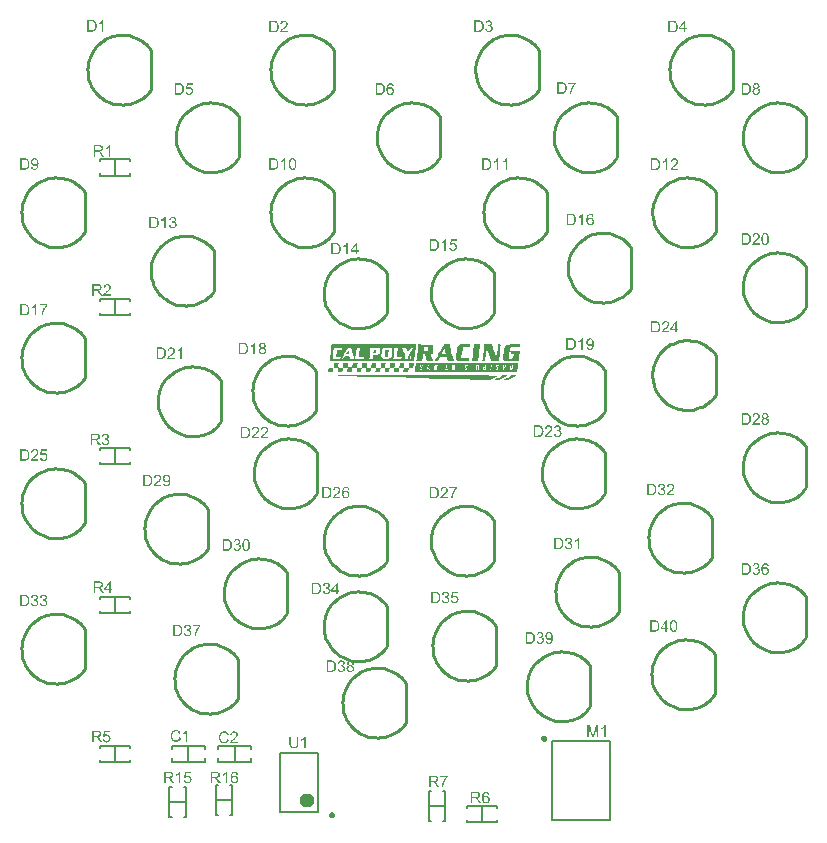
<source format=gto>
%FSLAX23Y23*%
%MOIN*%
%SFA1B1*%

%IPPOS*%
%ADD10C,0.010000*%
%ADD11C,0.009840*%
%ADD12C,0.023620*%
%ADD13C,0.005910*%
%ADD14C,0.007870*%
%LNpcb1-1*%
%LPD*%
G36*
X1680Y1658D02*
X1681Y1658D01*
Y1657*
Y1656*
X1680Y1654*
Y1654*
Y1652*
X1680Y1648*
X1680Y1644*
Y1644*
Y1643*
X1679Y1640*
X1679Y1636*
X1678Y1631*
X1674Y1604*
X1650*
X1642Y1627*
Y1627*
X1642Y1628*
X1641Y1630*
X1639Y1634*
X1638Y1638*
Y1638*
X1637Y1638*
X1637Y1640*
X1636Y1643*
X1635Y1646*
Y1646*
X1635Y1647*
X1634Y1648*
Y1647*
X1634Y1646*
Y1643*
X1633Y1639*
X1633Y1634*
X1632Y1630*
X1632Y1627*
Y1626*
X1631Y1623*
X1631Y1620*
X1630Y1616*
X1630Y1612*
X1629Y1608*
X1629Y1606*
X1628Y1605*
Y1604*
Y1603*
X1620*
Y1604*
Y1605*
Y1606*
X1621Y1608*
Y1611*
X1622Y1616*
Y1619*
X1622Y1622*
X1623Y1626*
X1623Y1631*
Y1631*
Y1632*
X1624Y1633*
Y1635*
X1624Y1639*
X1625Y1645*
X1626Y1649*
X1626Y1654*
Y1656*
X1626Y1657*
Y1657*
Y1658*
X1627Y1659*
X1652*
X1653Y1655*
Y1654*
X1654Y1653*
X1654Y1651*
Y1650*
X1655Y1649*
X1656Y1646*
X1657Y1643*
X1658Y1642*
X1658Y1639*
X1660Y1637*
X1661Y1633*
X1661Y1632*
X1662Y1630*
X1663Y1627*
X1664Y1624*
X1664Y1623*
X1665Y1621*
X1665Y1619*
X1666Y1617*
Y1616*
X1666Y1616*
X1667Y1615*
X1667Y1614*
Y1615*
X1668Y1615*
Y1617*
X1668Y1620*
X1669Y1623*
X1669Y1629*
X1670Y1632*
X1670Y1636*
Y1637*
Y1637*
X1671Y1639*
X1671Y1643*
X1671Y1647*
Y1651*
X1672Y1655*
X1672Y1657*
Y1658*
Y1658*
X1673Y1659*
X1679*
X1680Y1658*
G37*
G36*
X1744Y1658D02*
Y1657D01*
X1744Y1656*
X1744Y1654*
X1743Y1650*
X1715*
X1714Y1649*
X1713Y1648*
X1712Y1647*
Y1647*
Y1646*
Y1645*
X1712Y1643*
X1711Y1640*
X1711Y1636*
X1710Y1631*
Y1630*
X1710Y1629*
Y1626*
X1709Y1623*
X1709Y1620*
Y1618*
X1708Y1616*
Y1615*
Y1615*
X1709Y1614*
X1710Y1613*
X1710Y1612*
X1717*
X1719Y1613*
X1720Y1613*
X1720*
X1721Y1614*
X1722Y1615*
X1722Y1616*
X1723Y1618*
X1723Y1620*
Y1621*
X1724Y1624*
Y1627*
X1714*
Y1628*
Y1629*
Y1630*
X1714Y1632*
X1715Y1636*
X1742*
X1744Y1636*
X1744*
Y1635*
X1744Y1634*
Y1632*
X1744Y1629*
X1743Y1625*
X1742Y1620*
Y1620*
X1742Y1618*
Y1615*
X1741Y1612*
X1741Y1609*
Y1607*
X1740Y1605*
Y1604*
X1737*
X1735Y1603*
X1708*
X1704Y1604*
X1698*
X1696Y1604*
X1695Y1605*
X1693Y1606*
X1691Y1608*
X1690Y1610*
X1690Y1612*
Y1612*
Y1613*
Y1615*
Y1618*
Y1621*
X1690Y1625*
X1691Y1631*
Y1631*
X1691Y1633*
X1692Y1636*
X1692Y1638*
Y1641*
X1693Y1644*
X1693Y1646*
Y1647*
Y1647*
X1694Y1648*
X1695Y1651*
X1697Y1654*
X1699Y1656*
X1700Y1657*
X1701Y1657*
X1702Y1658*
X1704*
X1705Y1658*
X1708*
X1712Y1659*
X1744*
Y1658*
G37*
G36*
X1612D02*
Y1657D01*
Y1656*
X1612Y1655*
X1611Y1651*
Y1649*
X1611Y1647*
X1610Y1643*
X1610Y1640*
X1609Y1636*
X1609Y1631*
Y1630*
Y1630*
X1608Y1627*
X1608Y1622*
X1608Y1618*
X1607Y1613*
X1607Y1608*
X1606Y1605*
Y1604*
Y1604*
X1605*
X1604Y1603*
X1586*
Y1604*
Y1605*
X1587Y1606*
Y1608*
X1587Y1611*
X1588Y1616*
X1589Y1620*
X1589Y1623*
X1590Y1627*
X1590Y1632*
X1593Y1659*
X1612*
Y1658*
G37*
G36*
X1579D02*
Y1657D01*
Y1656*
Y1653*
X1579Y1650*
X1560*
X1558Y1649*
X1557*
X1556Y1649*
X1556Y1648*
X1555Y1648*
X1555Y1647*
Y1646*
X1554Y1645*
X1554Y1643*
Y1640*
X1553Y1636*
X1553Y1631*
X1550Y1615*
X1551Y1614*
Y1614*
X1552Y1613*
X1575*
Y1612*
Y1612*
X1574Y1611*
X1574Y1608*
X1573Y1603*
X1547*
X1544Y1604*
X1541*
X1538Y1604*
X1536Y1605*
X1536Y1605*
X1535Y1606*
X1534Y1607*
X1533Y1608*
X1532Y1611*
X1531Y1614*
Y1614*
Y1615*
X1532Y1617*
Y1619*
X1532Y1621*
X1533Y1626*
X1533Y1630*
Y1631*
X1534Y1633*
Y1636*
X1534Y1639*
X1535Y1642*
X1535Y1645*
X1536Y1647*
Y1649*
Y1649*
X1536Y1650*
X1538Y1653*
X1541Y1656*
X1543Y1658*
X1545Y1659*
X1579*
Y1658*
G37*
G36*
X1517Y1635D02*
X1517Y1634D01*
X1517Y1632*
X1519Y1628*
X1520Y1623*
Y1622*
X1520Y1622*
X1521Y1619*
X1522Y1616*
X1523Y1612*
Y1612*
X1523Y1611*
X1524Y1609*
Y1608*
X1525Y1603*
X1504*
X1502Y1611*
Y1611*
X1502Y1611*
X1501Y1614*
X1501Y1617*
X1500Y1617*
Y1618*
Y1618*
X1478*
X1474Y1611*
X1470Y1603*
X1461*
X1461Y1604*
X1462Y1607*
X1463Y1609*
X1464Y1611*
X1466Y1614*
X1468Y1617*
X1471Y1621*
X1473Y1627*
X1477Y1633*
X1481Y1640*
X1486Y1648*
X1491Y1657*
X1491Y1659*
X1511*
X1517Y1635*
G37*
G36*
X1429Y1658D02*
X1453D01*
X1453Y1657*
X1454Y1657*
X1456Y1656*
X1457Y1654*
Y1654*
X1457Y1653*
Y1652*
Y1650*
Y1648*
Y1645*
X1457Y1641*
Y1641*
Y1640*
X1456Y1637*
Y1633*
X1456Y1632*
Y1631*
X1455Y1630*
X1454Y1629*
X1452Y1628*
X1449Y1627*
X1448*
Y1627*
X1448Y1626*
X1449Y1624*
X1449Y1622*
X1450Y1619*
X1452Y1615*
Y1615*
X1452Y1613*
X1453Y1611*
X1454Y1610*
X1454Y1607*
X1455Y1605*
X1456Y1604*
Y1603*
X1435*
X1434Y1605*
Y1605*
X1434Y1606*
Y1607*
X1433Y1608*
X1433Y1609*
X1432Y1611*
Y1611*
X1432Y1613*
X1431Y1615*
Y1616*
X1428Y1627*
X1423*
X1422Y1627*
Y1626*
Y1625*
Y1624*
X1422Y1622*
Y1619*
X1421Y1615*
Y1615*
X1421Y1613*
X1420Y1611*
X1420Y1610*
Y1609*
Y1608*
X1419Y1605*
Y1604*
Y1604*
Y1603*
X1400*
Y1604*
Y1605*
Y1606*
X1400Y1608*
X1401Y1611*
X1401Y1616*
X1402Y1619*
X1402Y1622*
X1403Y1626*
X1403Y1631*
Y1631*
Y1632*
X1404Y1635*
X1404Y1639*
X1405Y1644*
X1406Y1649*
X1406Y1654*
X1407Y1656*
X1407Y1657*
Y1658*
Y1659*
X1429Y1658*
G37*
G36*
X1400D02*
Y1657D01*
Y1656*
X1399Y1654*
X1399Y1651*
X1398Y1646*
X1398Y1643*
X1397Y1639*
X1397Y1635*
X1396Y1630*
X1393Y1603*
X1111*
Y1604*
Y1605*
Y1606*
X1111Y1608*
X1112Y1611*
X1112Y1616*
X1113Y1619*
X1113Y1622*
X1114Y1627*
X1114Y1631*
Y1631*
Y1632*
X1115Y1633*
Y1635*
X1115Y1639*
X1116Y1645*
X1117Y1649*
X1117Y1654*
Y1656*
X1118Y1657*
Y1657*
Y1658*
Y1659*
X1400*
X1400Y1658*
G37*
G36*
X1361Y1597D02*
X1360Y1596D01*
Y1594*
X1360Y1593*
X1359Y1590*
Y1590*
Y1589*
X1359Y1586*
X1358Y1584*
Y1583*
Y1582*
X1343*
X1342Y1574*
Y1574*
Y1573*
Y1570*
X1341Y1567*
Y1566*
Y1566*
X1325*
Y1566*
Y1567*
X1326Y1568*
Y1570*
Y1572*
X1326Y1574*
Y1575*
Y1575*
X1327Y1578*
X1327Y1581*
Y1582*
Y1582*
X1312*
X1310Y1574*
Y1574*
Y1573*
Y1570*
X1310Y1568*
Y1567*
Y1566*
Y1566*
X1294*
Y1566*
Y1567*
Y1568*
X1294Y1570*
Y1572*
X1295Y1574*
X1295Y1577*
X1296Y1581*
Y1582*
X1312*
X1312Y1590*
Y1590*
Y1591*
X1313Y1593*
X1313Y1596*
X1314Y1597*
Y1597*
Y1598*
X1329*
Y1597*
Y1596*
Y1594*
X1328Y1592*
X1328Y1590*
X1328Y1586*
X1327Y1583*
Y1582*
X1343*
X1343Y1583*
Y1583*
Y1584*
Y1586*
X1344Y1590*
Y1591*
Y1591*
X1344Y1594*
X1345Y1596*
Y1597*
Y1598*
X1361*
Y1597*
G37*
G36*
X1298Y1597D02*
Y1596D01*
Y1595*
Y1594*
X1297Y1593*
Y1590*
Y1590*
Y1589*
X1297Y1586*
X1296Y1584*
Y1583*
X1296Y1583*
Y1582*
X1281*
Y1584*
X1281Y1584*
Y1586*
Y1588*
X1282Y1590*
Y1591*
Y1592*
X1282Y1594*
X1282Y1597*
Y1597*
Y1598*
X1298*
Y1597*
G37*
G36*
X1266D02*
Y1597D01*
X1266Y1595*
Y1594*
X1265Y1592*
X1265Y1587*
X1264Y1584*
Y1583*
X1265*
X1266Y1582*
X1281*
Y1582*
Y1581*
X1280Y1578*
X1280Y1576*
X1279Y1574*
Y1574*
Y1573*
Y1571*
X1279Y1568*
Y1566*
Y1566*
X1263*
Y1567*
X1263Y1568*
Y1570*
Y1572*
X1264Y1574*
Y1575*
Y1575*
X1264Y1578*
X1264Y1581*
Y1582*
Y1582*
X1249*
Y1582*
Y1581*
X1249Y1580*
Y1578*
X1248Y1576*
X1248Y1574*
X1247Y1566*
X1231*
Y1567*
X1232Y1568*
Y1569*
Y1571*
X1232Y1574*
Y1574*
Y1575*
X1233Y1577*
X1233Y1580*
Y1581*
Y1582*
X1232Y1582*
X1218*
Y1581*
Y1580*
Y1579*
X1217Y1578*
Y1576*
X1217Y1574*
X1216Y1566*
X1200*
Y1566*
Y1567*
X1201Y1568*
Y1570*
X1201Y1573*
X1201Y1578*
X1202Y1580*
Y1582*
X1188*
X1187Y1582*
X1186*
Y1581*
Y1579*
X1186Y1578*
Y1576*
X1185Y1574*
Y1573*
Y1573*
X1185Y1570*
X1184Y1567*
Y1566*
Y1566*
X1169*
Y1567*
X1169Y1568*
Y1570*
Y1572*
X1170Y1574*
Y1575*
Y1575*
X1170Y1578*
X1171Y1581*
Y1582*
Y1582*
X1155*
Y1584*
X1156Y1584*
Y1586*
Y1588*
X1156Y1590*
Y1591*
Y1592*
X1156Y1594*
X1157Y1597*
Y1597*
Y1598*
X1173*
X1173Y1597*
Y1596*
Y1595*
X1172Y1594*
Y1592*
X1172Y1590*
X1171Y1582*
X1179Y1583*
X1186*
X1187Y1590*
Y1591*
Y1592*
X1188Y1594*
X1188Y1597*
Y1597*
Y1598*
X1202*
X1203Y1597*
X1204*
Y1596*
Y1595*
X1203Y1594*
Y1592*
X1203Y1590*
Y1589*
Y1589*
X1202Y1586*
X1202Y1584*
Y1583*
Y1582*
X1218*
Y1583*
Y1584*
X1218Y1584*
Y1586*
Y1588*
X1219Y1590*
X1220Y1598*
X1235*
Y1597*
Y1597*
X1235Y1595*
Y1593*
X1234Y1591*
X1234Y1588*
Y1585*
X1233Y1584*
Y1583*
X1234*
X1235Y1582*
X1249*
Y1583*
Y1583*
X1250Y1584*
Y1586*
X1250Y1589*
X1251Y1594*
X1251Y1596*
Y1598*
X1266*
Y1597*
G37*
G36*
X1724D02*
X1739D01*
Y1597*
Y1596*
Y1593*
X1739Y1591*
X1738Y1586*
X1738Y1581*
X1737Y1575*
X1735Y1566*
Y1566*
X1396*
Y1566*
Y1567*
Y1568*
Y1570*
X1396Y1573*
X1397Y1577*
X1397Y1582*
X1398Y1589*
X1400Y1597*
Y1598*
X1718*
X1724Y1597*
G37*
G36*
X1392D02*
Y1596D01*
Y1596*
X1391Y1593*
Y1593*
Y1593*
X1391Y1590*
X1390Y1582*
X1374*
Y1581*
Y1580*
X1374Y1579*
Y1577*
X1373Y1574*
Y1574*
Y1573*
X1373Y1570*
X1373Y1567*
Y1566*
Y1566*
X1356*
Y1566*
Y1567*
X1357Y1568*
Y1570*
Y1572*
X1357Y1574*
Y1575*
Y1575*
X1358Y1578*
X1358Y1581*
Y1582*
Y1582*
X1374*
X1374Y1583*
Y1584*
X1375Y1584*
Y1586*
Y1588*
X1375Y1590*
X1376Y1598*
X1392*
Y1597*
G37*
G36*
X1141D02*
Y1597D01*
Y1595*
X1140Y1593*
Y1592*
X1140Y1586*
Y1584*
Y1583*
X1141*
X1142Y1582*
X1155*
Y1581*
X1155Y1580*
Y1579*
X1154Y1577*
X1154Y1574*
X1153Y1566*
X1137*
Y1567*
X1138Y1568*
Y1569*
Y1571*
X1138Y1574*
Y1574*
Y1575*
X1138Y1577*
X1139Y1580*
Y1581*
Y1582*
X1138Y1582*
X1124*
Y1583*
Y1584*
Y1584*
Y1586*
X1124Y1588*
Y1590*
X1126Y1598*
X1142*
X1141Y1597*
G37*
G36*
X1124Y1581D02*
X1123Y1579D01*
X1123Y1576*
X1122Y1574*
X1122Y1566*
X1106*
Y1567*
X1106Y1568*
Y1568*
X1107Y1569*
Y1571*
Y1572*
X1107Y1573*
Y1575*
X1108Y1582*
X1124*
Y1581*
G37*
G36*
X1646Y1555D02*
X1672D01*
X1672Y1555*
X1671Y1554*
X1669Y1554*
X1667Y1552*
X1663Y1551*
X1659Y1548*
X1646Y1542*
X1375Y1548*
X1369*
X1364Y1549*
X1350*
X1342Y1549*
X1333*
X1323Y1550*
X1313*
X1301Y1550*
X1290*
X1265Y1551*
X1240Y1552*
X1215Y1552*
X1191Y1553*
X1179*
X1167Y1554*
X1157*
X1147Y1554*
X1138*
X1130Y1555*
X1117*
X1111Y1555*
X1134*
X1140Y1556*
X1638*
X1646Y1555*
G37*
G36*
X1703D02*
X1703D01*
X1702Y1555*
X1701Y1554*
X1700Y1554*
X1697Y1552*
X1694Y1551*
X1689Y1548*
X1675Y1541*
X1667*
X1664Y1542*
X1662Y1542*
X1661*
X1661Y1543*
X1662Y1543*
X1664Y1544*
X1665Y1545*
X1667Y1546*
X1670Y1547*
X1674Y1548*
X1688Y1556*
X1702*
X1703Y1555*
G37*
G36*
X1734D02*
X1734D01*
X1733Y1555*
X1732Y1554*
X1730Y1553*
X1728Y1552*
X1724Y1550*
X1719Y1548*
X1704Y1541*
X1697*
X1695Y1541*
X1690*
X1691Y1542*
X1692Y1542*
X1693Y1543*
X1696Y1544*
X1699Y1546*
X1704Y1548*
X1719Y1556*
X1733*
X1734Y1555*
G37*
G36*
X795Y235D02*
X795D01*
X796Y235*
X797Y235*
X798Y234*
X799Y234*
X801Y233*
X801Y233*
X802Y232*
X802Y232*
X802Y232*
X802Y232*
X802Y232*
X802Y232*
X803Y231*
X803Y231*
X804Y230*
X804Y228*
X805Y227*
X805Y225*
X801Y225*
Y225*
X800Y225*
X800Y225*
X800Y226*
X800Y227*
X800Y227*
X799Y228*
X799Y228*
X799Y229*
X799Y229*
X798Y229*
X798Y230*
X797Y230*
X797Y230*
X796Y231*
X795Y231*
X794Y231*
X794*
X793Y231*
X793Y231*
X792Y231*
X791Y230*
X791Y230*
X790Y230*
X790Y230*
X790Y229*
X789Y229*
X789Y229*
X788Y228*
X788Y227*
X787Y226*
X786Y225*
Y225*
X786Y225*
X786Y225*
X786Y224*
X786Y224*
X786Y224*
X786Y223*
X786Y223*
X786Y222*
X786Y221*
X785Y221*
X785Y220*
X785Y219*
X785Y218*
X785Y217*
Y216*
X785Y216*
X785Y217*
X786Y217*
X786Y218*
X787Y218*
X788Y219*
X788Y219*
X789Y220*
X789*
X789Y220*
X790Y220*
X790Y220*
X791Y221*
X792Y221*
X793Y221*
X793Y221*
X794Y221*
X795*
X795Y221*
X796Y221*
X796Y221*
X797Y221*
X797Y221*
X799Y220*
X799Y220*
X800Y220*
X801Y219*
X801Y219*
X802Y218*
X803Y218*
X803Y218*
X803Y218*
X803Y217*
X803Y217*
X803Y217*
X804Y216*
X804Y216*
X804Y215*
X805Y215*
X805Y214*
X805Y213*
X805Y213*
X806Y212*
X806Y211*
X806Y210*
X806Y209*
Y209*
Y209*
Y208*
Y208*
X806Y208*
Y208*
X806Y207*
X805Y206*
X805Y204*
X805Y203*
X804Y202*
Y202*
X804Y202*
X804Y202*
X804Y202*
X804Y201*
X803Y200*
X803Y200*
X802Y199*
X801Y198*
X800Y197*
X800*
X800Y197*
X800Y197*
X799Y197*
X799Y197*
X798Y197*
X797Y196*
X796Y196*
X795Y196*
X794Y196*
X793*
X793Y196*
X793*
X792Y196*
X792Y196*
X791Y196*
X790Y196*
X790Y196*
X789Y197*
X788Y197*
X787Y198*
X786Y198*
X786Y199*
X785Y199*
X784Y200*
X784Y200*
X784Y200*
X784Y200*
X784Y201*
X783Y201*
X783Y202*
X783Y203*
X782Y203*
X782Y204*
X782Y205*
X781Y207*
X781Y208*
X781Y209*
X781Y211*
X781Y213*
X780Y214*
Y214*
Y214*
Y215*
Y215*
X781Y215*
Y216*
X781Y217*
X781Y218*
X781Y219*
X781Y220*
X781Y222*
X781Y223*
X782Y224*
X782Y226*
X783Y227*
X783Y228*
X784Y229*
X785Y230*
X785Y231*
X785Y231*
X785Y231*
X785Y231*
X786Y232*
X786Y232*
X787Y232*
X787Y233*
X788Y233*
X788Y234*
X789Y234*
X790Y234*
X791Y235*
X792Y235*
X793Y235*
X794Y235*
X795*
X795Y235*
G37*
G36*
X769Y196D02*
X764D01*
Y226*
X764Y226*
X764Y226*
X763Y226*
X763Y225*
X762Y225*
X761Y224*
X760Y224*
X759Y223*
X759*
X759Y223*
X759Y223*
X758Y223*
X758Y222*
X757Y222*
X756Y221*
X755Y221*
X754Y221*
Y225*
X754*
X755Y225*
X755Y225*
X755Y226*
X755Y226*
X756Y226*
X757Y227*
X758Y227*
X759Y228*
X760Y229*
X761Y230*
X761Y230*
X761Y230*
X762Y230*
X762Y230*
X762Y231*
X763Y231*
X764Y232*
X764Y233*
X765Y234*
X766Y235*
X769*
Y196*
G37*
G36*
X732Y235D02*
X733D01*
X734Y235*
X735Y234*
X737Y234*
X738Y234*
X738Y234*
X739Y234*
X739*
X739Y234*
X739Y233*
X740Y233*
X740Y233*
X741Y232*
X742Y232*
X742Y231*
X743Y230*
Y230*
X743Y230*
X743Y230*
X744Y229*
X744Y228*
X744Y227*
X745Y226*
X745Y225*
X745Y224*
Y224*
Y224*
Y224*
X745Y224*
Y223*
X745Y223*
X744Y222*
X744Y221*
X744Y220*
X743Y218*
X743Y218*
X742Y217*
X742Y217*
X742Y217*
X742Y217*
X742Y217*
X741Y217*
X741Y216*
X741Y216*
X740Y216*
X740Y216*
X739Y215*
X738Y215*
X738Y215*
X737Y214*
X736Y214*
X735Y214*
X734Y214*
X734Y214*
X734Y214*
X735Y213*
X735Y213*
X736Y213*
X737Y212*
X737Y212*
X737Y212*
X737Y212*
X738Y211*
X738Y211*
X739Y210*
X740Y209*
X740Y208*
X741Y207*
X748Y196*
X741*
X736Y204*
Y204*
X736Y205*
X736Y205*
X736Y205*
X736Y206*
X735Y206*
X735Y207*
X734Y208*
X733Y209*
X733Y210*
X733Y210*
X733Y210*
X732Y210*
X732Y211*
X731Y211*
X731Y212*
X730Y212*
X730Y212*
X730Y212*
X730Y212*
X729Y213*
X729Y213*
X729Y213*
X728Y213*
X728*
X728Y213*
X727*
X727Y213*
X727Y213*
X726*
X726Y213*
X719*
Y196*
X714*
Y235*
X732*
X732Y235*
G37*
G36*
X649Y230D02*
X633D01*
X631Y219*
X631Y219*
X632Y219*
X632Y220*
X632Y220*
X632Y220*
X633Y220*
X634Y221*
X635Y221*
X636Y221*
X637Y222*
X638Y222*
X639*
X639Y222*
X640Y222*
X640Y222*
X641Y222*
X642Y221*
X643Y221*
X644Y221*
X644Y220*
X645Y220*
X646Y219*
X646Y219*
X647Y218*
X647Y218*
X647Y218*
X647Y218*
X648Y218*
X648Y217*
X648Y217*
X649Y216*
X649Y216*
X649Y215*
X650Y215*
X650Y214*
X650Y213*
X650Y212*
X650Y211*
X651Y210*
X651Y209*
Y209*
Y209*
Y209*
X651Y208*
X651Y208*
X650Y208*
X650Y207*
X650Y206*
X650Y205*
X649Y203*
X649Y203*
X649Y202*
X648Y201*
X648Y200*
X648Y200*
X647Y200*
X647Y200*
X647Y200*
X647Y199*
X646Y199*
X646Y198*
X645Y198*
X644Y198*
X643Y197*
X643Y197*
X642Y196*
X641Y196*
X640Y196*
X639Y196*
X637Y196*
X637*
X637Y196*
X636Y196*
X636Y196*
X635Y196*
X634Y196*
X633Y196*
X632Y197*
X631Y197*
X630Y198*
X630Y198*
X629Y199*
X629Y199*
X629Y199*
X629Y199*
X628Y199*
X628Y199*
X628Y200*
X627Y200*
X627Y201*
X627Y201*
X627Y202*
X626Y203*
X625Y205*
X625Y206*
X625Y206*
X630Y207*
Y207*
Y207*
X630Y206*
X630Y206*
X630Y206*
X631Y205*
X631Y204*
X631Y203*
X632Y202*
X633Y201*
X633Y201*
X633Y201*
X633Y201*
X634Y200*
X635Y200*
X635Y200*
X636Y200*
X637Y200*
X638*
X638Y200*
X639Y200*
X639Y200*
X640Y200*
X641Y201*
X642Y201*
X643Y202*
X643Y202*
X643Y202*
X643Y202*
X643Y202*
X644Y203*
X644Y203*
X644Y204*
X645Y205*
X645Y206*
X646Y207*
X646Y208*
Y209*
Y209*
Y209*
Y209*
X646Y210*
Y210*
X646Y210*
X645Y211*
X645Y212*
X645Y213*
X644Y214*
X643Y215*
Y215*
X643Y215*
X643Y216*
X642Y216*
X642Y217*
X641Y217*
X640Y217*
X639Y218*
X638Y218*
X637*
X637Y218*
X636Y218*
X635Y217*
X635Y217*
X634Y217*
X633Y217*
X633Y217*
X633Y216*
X633Y216*
X632Y216*
X632Y216*
X631Y215*
X631Y215*
X630Y214*
X626Y215*
X630Y234*
X649*
Y230*
G37*
G36*
X613Y196D02*
X608D01*
Y226*
X608Y226*
X608Y226*
X608Y226*
X607Y225*
X607Y225*
X606Y224*
X605Y224*
X604Y223*
X604*
X604Y223*
X603Y223*
X603Y223*
X602Y222*
X601Y222*
X601Y221*
X600Y221*
X599Y221*
Y225*
X599*
X599Y225*
X599Y225*
X600Y226*
X600Y226*
X600Y226*
X601Y227*
X602Y227*
X603Y228*
X605Y229*
X606Y230*
X606Y230*
X606Y230*
X606Y230*
X606Y230*
X607Y231*
X607Y231*
X608Y232*
X609Y233*
X609Y234*
X610Y235*
X613*
Y196*
G37*
G36*
X577Y235D02*
X577D01*
X578Y235*
X580Y234*
X581Y234*
X582Y234*
X583Y234*
X583Y234*
X583*
X583Y234*
X584Y233*
X584Y233*
X585Y233*
X586Y232*
X586Y232*
X587Y231*
X588Y230*
Y230*
X588Y230*
X588Y230*
X588Y229*
X588Y228*
X589Y227*
X589Y226*
X589Y225*
X589Y224*
Y224*
Y224*
Y224*
X589Y224*
Y223*
X589Y223*
X589Y222*
X589Y221*
X588Y220*
X587Y218*
X587Y218*
X587Y217*
X587Y217*
X586Y217*
X586Y217*
X586Y217*
X586Y217*
X585Y216*
X585Y216*
X585Y216*
X584Y216*
X583Y215*
X583Y215*
X582Y215*
X581Y214*
X580Y214*
X579Y214*
X578Y214*
X579Y214*
X579Y214*
X579Y213*
X580Y213*
X581Y213*
X581Y212*
X581Y212*
X582Y212*
X582Y212*
X582Y211*
X583Y211*
X583Y210*
X584Y209*
X585Y208*
X586Y207*
X592Y196*
X586*
X581Y204*
Y204*
X581Y205*
X581Y205*
X581Y205*
X580Y206*
X580Y206*
X579Y207*
X578Y208*
X578Y209*
X577Y210*
X577Y210*
X577Y210*
X577Y210*
X576Y211*
X576Y211*
X575Y212*
X575Y212*
X575Y212*
X574Y212*
X574Y212*
X574Y213*
X574Y213*
X573Y213*
X572Y213*
X572*
X572Y213*
X572*
X572Y213*
X571Y213*
X571*
X570Y213*
X564*
Y196*
X559*
Y235*
X576*
X577Y235*
G37*
G36*
X1007Y330D02*
Y330D01*
Y329*
Y329*
Y329*
X1007Y328*
Y328*
X1007Y327*
X1007Y326*
X1007Y325*
X1007Y323*
X1006Y322*
X1006Y321*
X1006Y320*
Y320*
X1006Y320*
X1006Y320*
X1005Y320*
X1005Y319*
X1005Y318*
X1004Y318*
X1003Y317*
X1002Y316*
X1001Y315*
X1001*
X1001Y315*
X1001Y315*
X1000Y315*
X1000Y314*
X1000Y314*
X999Y314*
X999Y314*
X998Y314*
X997Y313*
X997Y313*
X996Y313*
X995Y313*
X994Y313*
X992Y313*
X992*
X991Y313*
X991*
X990Y313*
X990Y313*
X989Y313*
X988Y313*
X986Y314*
X985Y314*
X983Y315*
X983*
X983Y315*
X983Y315*
X983Y315*
X982Y315*
X981Y316*
X980Y317*
X980Y318*
X979Y319*
X978Y320*
Y320*
X978Y320*
X978Y320*
X978Y321*
X978Y321*
X978Y321*
X978Y322*
X978Y323*
X977Y323*
X977Y324*
X977Y325*
X977Y326*
X977Y327*
X977Y328*
X977Y329*
Y330*
Y352*
X982*
Y330*
Y330*
Y329*
Y329*
Y329*
X982Y328*
Y328*
X982Y327*
X982Y326*
X982Y324*
X983Y323*
X983Y323*
X983Y322*
X983Y322*
X983Y322*
X983Y322*
X984Y321*
X984Y320*
X985Y320*
X985Y319*
X986Y319*
X986Y319*
X986Y318*
X987Y318*
X988Y318*
X988Y318*
X989Y318*
X990Y317*
X992Y317*
X992*
X992Y317*
X993*
X993Y318*
X995Y318*
X996Y318*
X997Y318*
X999Y319*
X999Y319*
X1000Y320*
X1000Y320*
X1000Y320*
X1000Y320*
X1000Y320*
X1000Y321*
X1000Y321*
X1001Y322*
X1001Y322*
X1001Y323*
X1001Y323*
X1001Y324*
X1002Y325*
X1002Y326*
X1002Y327*
X1002Y328*
Y330*
Y352*
X1007*
Y330*
G37*
G36*
X1031Y313D02*
X1027D01*
Y344*
X1027Y343*
X1026Y343*
X1026Y343*
X1025Y343*
X1025Y342*
X1024Y341*
X1023Y341*
X1022Y340*
X1022*
X1022Y340*
X1022Y340*
X1021Y340*
X1020Y339*
X1020Y339*
X1019Y339*
X1018Y338*
X1017Y338*
Y342*
X1017*
X1017Y343*
X1018Y343*
X1018Y343*
X1018Y343*
X1019Y343*
X1020Y344*
X1021Y344*
X1022Y345*
X1023Y346*
X1024Y347*
X1024Y347*
X1024Y347*
X1024Y347*
X1025Y347*
X1025Y348*
X1026Y349*
X1026Y349*
X1027Y350*
X1028Y351*
X1028Y352*
X1031*
Y313*
G37*
G36*
X1504Y218D02*
X1504Y218D01*
X1504Y218*
X1504Y217*
X1504Y217*
X1503Y217*
X1503Y216*
X1503Y216*
X1502Y215*
X1502Y214*
X1501Y214*
X1500Y213*
X1500Y212*
X1499Y211*
X1498Y210*
X1498Y209*
X1497Y207*
X1497Y207*
X1497Y207*
X1497Y207*
X1496Y206*
X1496Y206*
X1496Y205*
X1495Y204*
X1495Y203*
X1495Y202*
X1494Y201*
X1494Y200*
X1493Y199*
X1492Y197*
X1491Y194*
Y194*
X1491Y194*
X1491Y194*
X1491Y193*
X1491Y193*
X1491Y192*
X1491Y192*
X1491Y191*
X1491Y190*
X1490Y189*
X1490Y188*
X1490Y186*
X1490Y184*
X1485*
Y184*
Y184*
Y184*
X1485Y184*
Y185*
X1485Y185*
X1485Y186*
X1485Y187*
X1485Y187*
X1485Y188*
X1485Y189*
X1486Y190*
X1486Y191*
X1486Y192*
X1487Y194*
Y194*
X1487Y195*
X1487Y195*
X1487Y196*
X1487Y196*
X1487Y197*
X1488Y198*
X1488Y198*
X1488Y199*
X1489Y200*
X1489Y202*
X1490Y205*
X1491Y207*
X1492Y207*
X1492Y207*
X1492Y207*
X1492Y208*
X1492Y208*
X1493Y209*
X1493Y210*
X1494Y210*
X1495Y212*
X1496Y214*
X1497Y215*
X1498Y217*
X1479*
Y221*
X1504*
Y218*
G37*
G36*
X1461Y222D02*
X1461D01*
X1462Y222*
X1464Y222*
X1465Y222*
X1466Y221*
X1467Y221*
X1467Y221*
X1467*
X1467Y221*
X1468Y221*
X1468Y220*
X1469Y220*
X1469Y220*
X1470Y219*
X1471Y218*
X1471Y217*
Y217*
X1472Y217*
X1472Y217*
X1472Y216*
X1472Y216*
X1473Y215*
X1473Y214*
X1473Y213*
X1473Y211*
Y211*
Y211*
Y211*
X1473Y211*
Y210*
X1473Y210*
X1473Y209*
X1472Y208*
X1472Y207*
X1471Y206*
X1471Y205*
X1470Y205*
X1470Y204*
X1470Y204*
X1470Y204*
X1470Y204*
X1470Y204*
X1469Y204*
X1469Y203*
X1468Y203*
X1468Y203*
X1467Y202*
X1467Y202*
X1466Y202*
X1465Y202*
X1464Y201*
X1463Y201*
X1462Y201*
X1462Y201*
X1463Y201*
X1463Y201*
X1463Y200*
X1464Y200*
X1465Y199*
X1465Y199*
X1465Y199*
X1466Y199*
X1466Y198*
X1467Y198*
X1467Y197*
X1468Y196*
X1469Y195*
X1470Y194*
X1476Y184*
X1470*
X1465Y192*
Y192*
X1465Y192*
X1465Y192*
X1464Y192*
X1464Y193*
X1464Y193*
X1463Y194*
X1462Y195*
X1462Y196*
X1461Y197*
X1461Y197*
X1461Y197*
X1461Y197*
X1460Y198*
X1459Y199*
X1459Y199*
X1459Y199*
X1458Y199*
X1458Y199*
X1458Y200*
X1458Y200*
X1457Y200*
X1457Y200*
X1456Y200*
X1456*
X1456Y200*
X1456*
X1456Y200*
X1455Y201*
X1455*
X1454Y201*
X1448*
Y184*
X1442*
Y222*
X1460*
X1461Y222*
G37*
G36*
X1633Y168D02*
X1634D01*
X1634Y168*
X1635Y168*
X1636Y167*
X1638Y167*
X1639Y166*
X1639Y166*
X1640Y165*
X1640Y165*
X1640Y165*
X1640Y165*
X1640Y165*
X1641Y165*
X1641Y164*
X1642Y164*
X1642Y163*
X1643Y161*
X1643Y160*
X1644Y158*
X1639Y158*
Y158*
X1639Y158*
X1639Y159*
X1639Y159*
X1638Y160*
X1638Y160*
X1638Y161*
X1637Y162*
X1637Y162*
X1637Y162*
X1637Y162*
X1636Y163*
X1636Y163*
X1635Y163*
X1634Y164*
X1633Y164*
X1632Y164*
X1632*
X1631Y164*
X1631Y164*
X1630Y164*
X1630Y164*
X1629Y163*
X1628Y163*
X1628Y163*
X1628Y163*
X1627Y162*
X1627Y162*
X1626Y161*
X1626Y160*
X1625Y159*
X1625Y158*
Y158*
X1625Y158*
X1625Y158*
X1624Y158*
X1624Y157*
X1624Y157*
X1624Y156*
X1624Y156*
X1624Y155*
X1624Y155*
X1624Y154*
X1624Y153*
X1624Y152*
X1623Y151*
X1623Y150*
Y149*
X1623Y149*
X1624Y150*
X1624Y150*
X1625Y151*
X1625Y151*
X1626Y152*
X1627Y153*
X1628Y153*
X1628*
X1628Y153*
X1628Y153*
X1628Y153*
X1629Y154*
X1630Y154*
X1631Y154*
X1632Y154*
X1633Y154*
X1633*
X1634Y154*
X1634Y154*
X1634Y154*
X1635Y154*
X1636Y154*
X1637Y154*
X1637Y153*
X1638Y153*
X1639Y152*
X1640Y152*
X1640Y151*
X1641Y151*
X1641Y151*
X1641Y151*
X1641Y151*
X1641Y150*
X1642Y150*
X1642Y149*
X1642Y149*
X1642Y148*
X1643Y148*
X1643Y147*
X1643Y146*
X1644Y146*
X1644Y145*
X1644Y144*
X1644Y143*
X1644Y142*
Y142*
Y142*
Y142*
Y141*
X1644Y141*
Y141*
X1644Y140*
X1644Y139*
X1643Y138*
X1643Y136*
X1643Y135*
Y135*
X1642Y135*
X1642Y135*
X1642Y135*
X1642Y134*
X1641Y133*
X1641Y133*
X1640Y132*
X1639Y131*
X1638Y130*
X1638*
X1638Y130*
X1638Y130*
X1638Y130*
X1637Y130*
X1636Y130*
X1636Y129*
X1634Y129*
X1633Y129*
X1632Y129*
X1632*
X1631Y129*
X1631*
X1631Y129*
X1630Y129*
X1629Y129*
X1629Y129*
X1628Y130*
X1627Y130*
X1626Y130*
X1625Y131*
X1625Y131*
X1624Y132*
X1623Y132*
X1622Y133*
X1622Y133*
X1622Y133*
X1622Y134*
X1622Y134*
X1622Y134*
X1621Y135*
X1621Y136*
X1621Y136*
X1620Y137*
X1620Y138*
X1620Y140*
X1619Y141*
X1619Y142*
X1619Y144*
X1619Y146*
X1619Y147*
Y147*
Y147*
Y148*
Y148*
X1619Y148*
Y149*
X1619Y150*
X1619Y151*
X1619Y152*
X1619Y154*
X1619Y155*
X1620Y156*
X1620Y158*
X1620Y159*
X1621Y160*
X1621Y161*
X1622Y163*
X1623Y164*
X1623Y164*
X1623Y164*
X1623Y164*
X1623Y164*
X1624Y165*
X1624Y165*
X1625Y165*
X1625Y166*
X1626Y166*
X1627Y167*
X1628Y167*
X1628Y167*
X1629Y168*
X1630Y168*
X1631Y168*
X1633Y168*
X1633*
X1633Y168*
G37*
G36*
X1600Y168D02*
X1601D01*
X1602Y168*
X1603Y168*
X1605Y167*
X1606Y167*
X1606Y167*
X1607Y167*
X1607*
X1607Y167*
X1607Y167*
X1608Y166*
X1609Y166*
X1609Y165*
X1610Y165*
X1611Y164*
X1611Y163*
Y163*
X1611Y163*
X1612Y163*
X1612Y162*
X1612Y161*
X1612Y161*
X1613Y160*
X1613Y159*
X1613Y157*
Y157*
Y157*
Y157*
X1613Y157*
Y156*
X1613Y156*
X1613Y155*
X1612Y154*
X1612Y153*
X1611Y152*
X1611Y151*
X1610Y150*
X1610Y150*
X1610Y150*
X1610Y150*
X1610Y150*
X1609Y150*
X1609Y150*
X1609Y149*
X1608Y149*
X1608Y149*
X1607Y148*
X1606Y148*
X1606Y148*
X1605Y148*
X1604Y147*
X1603Y147*
X1602Y147*
X1602Y147*
X1602Y147*
X1603Y147*
X1603Y146*
X1604Y146*
X1605Y145*
X1605Y145*
X1605Y145*
X1605Y145*
X1606Y144*
X1606Y144*
X1607Y143*
X1608Y142*
X1609Y141*
X1609Y140*
X1616Y129*
X1610*
X1605Y137*
Y137*
X1604Y138*
X1604Y138*
X1604Y138*
X1604Y139*
X1603Y139*
X1603Y140*
X1602Y141*
X1601Y142*
X1601Y143*
X1601Y143*
X1601Y143*
X1600Y143*
X1600Y144*
X1599Y145*
X1599Y145*
X1598Y145*
X1598Y145*
X1598Y145*
X1598Y145*
X1598Y146*
X1597Y146*
X1597Y146*
X1596Y146*
X1596*
X1596Y146*
X1596*
X1595Y146*
X1595Y146*
X1594*
X1594Y146*
X1587*
Y129*
X1582*
Y168*
X1600*
X1600Y168*
G37*
G36*
X379Y367D02*
X363D01*
X361Y356*
X361Y356*
X362Y356*
X362Y356*
X362Y357*
X362Y357*
X363Y357*
X364Y357*
X365Y358*
X366Y358*
X367Y359*
X368Y359*
X369*
X369Y359*
X370Y359*
X370Y358*
X371Y358*
X372Y358*
X373Y358*
X374Y358*
X374Y357*
X375Y357*
X376Y356*
X376Y356*
X377Y355*
X377Y355*
X377Y355*
X377Y355*
X378Y355*
X378Y354*
X378Y354*
X379Y353*
X379Y353*
X379Y352*
X380Y351*
X380Y351*
X380Y350*
X380Y349*
X380Y348*
X381Y347*
X381Y346*
Y346*
Y346*
Y346*
X381Y345*
X381Y345*
X380Y344*
X380Y344*
X380Y343*
X380Y342*
X379Y340*
X379Y339*
X379Y339*
X378Y338*
X378Y337*
X378Y337*
X377Y337*
X377Y337*
X377Y336*
X377Y336*
X376Y336*
X376Y335*
X375Y335*
X374Y334*
X373Y334*
X373Y334*
X372Y333*
X371Y333*
X370Y333*
X369Y333*
X367Y332*
X367*
X367Y333*
X366Y333*
X366Y333*
X365Y333*
X364Y333*
X363Y333*
X362Y334*
X361Y334*
X360Y334*
X360Y335*
X359Y335*
X359Y335*
X359Y335*
X359Y336*
X358Y336*
X358Y336*
X358Y337*
X357Y337*
X357Y337*
X357Y338*
X357Y339*
X356Y340*
X355Y341*
X355Y342*
X355Y343*
X360Y344*
Y344*
Y343*
X360Y343*
X360Y343*
X360Y342*
X361Y342*
X361Y341*
X361Y340*
X362Y339*
X363Y338*
X363Y338*
X363Y338*
X363Y338*
X364Y337*
X365Y337*
X365Y337*
X366Y336*
X367Y336*
X368*
X368Y336*
X369Y336*
X369Y337*
X370Y337*
X371Y337*
X372Y338*
X373Y338*
X373Y339*
X373Y339*
X373Y339*
X373Y339*
X374Y339*
X374Y340*
X374Y341*
X375Y342*
X375Y343*
X376Y344*
X376Y345*
Y346*
Y346*
Y346*
Y346*
X376Y346*
Y347*
X376Y347*
X375Y348*
X375Y349*
X375Y350*
X374Y351*
X373Y352*
Y352*
X373Y352*
X373Y352*
X372Y353*
X372Y353*
X371Y354*
X370Y354*
X369Y354*
X368Y354*
X367*
X367Y354*
X366Y354*
X365Y354*
X365Y354*
X364Y354*
X363Y353*
X363Y353*
X363Y353*
X363Y353*
X362Y353*
X362Y352*
X361Y352*
X361Y351*
X360Y351*
X356Y351*
X360Y371*
X379*
Y367*
G37*
G36*
X337Y372D02*
X337D01*
X338Y371*
X340Y371*
X341Y371*
X342Y371*
X343Y371*
X343Y371*
X343*
X343Y370*
X344Y370*
X344Y370*
X345Y370*
X345Y369*
X346Y369*
X347Y368*
X347Y367*
Y367*
X348Y367*
X348Y366*
X348Y366*
X348Y365*
X349Y364*
X349Y363*
X349Y362*
X349Y361*
Y361*
Y361*
Y361*
X349Y360*
Y360*
X349Y360*
X349Y359*
X348Y358*
X348Y356*
X347Y355*
X347Y355*
X346Y354*
X346Y354*
X346Y354*
X346Y354*
X346Y354*
X346Y353*
X345Y353*
X345Y353*
X344Y353*
X344Y352*
X343Y352*
X343Y352*
X342Y351*
X341Y351*
X340Y351*
X339Y351*
X338Y351*
X338Y351*
X339Y350*
X339Y350*
X339Y350*
X340Y349*
X341Y349*
X341Y349*
X341Y349*
X342Y348*
X342Y348*
X343Y347*
X343Y347*
X344Y346*
X345Y345*
X346Y344*
X352Y333*
X346*
X341Y341*
Y341*
X341Y341*
X341Y341*
X340Y342*
X340Y342*
X339Y343*
X339Y344*
X338Y345*
X338Y346*
X337Y346*
X337Y346*
X337Y347*
X337Y347*
X336Y347*
X335Y348*
X335Y349*
X334Y349*
X334Y349*
X334Y349*
X334Y349*
X334Y349*
X333Y350*
X333Y350*
X332Y350*
X332*
X332Y350*
X332*
X332Y350*
X331Y350*
X331*
X330Y350*
X324*
Y333*
X318*
Y372*
X336*
X337Y372*
G37*
G36*
X382Y844D02*
X387D01*
Y839*
X382*
Y830*
X377*
Y839*
X360*
Y844*
X378Y869*
X382*
Y844*
G37*
G36*
X344Y869D02*
X344D01*
X345Y869*
X346Y868*
X348Y868*
X349Y868*
X350Y868*
X350Y868*
X350*
X350Y868*
X351Y867*
X351Y867*
X352Y867*
X352Y866*
X353Y866*
X354Y865*
X354Y864*
Y864*
X354Y864*
X355Y863*
X355Y863*
X355Y862*
X355Y861*
X356Y860*
X356Y859*
X356Y858*
Y858*
Y858*
Y858*
X356Y857*
Y857*
X356Y857*
X356Y856*
X355Y855*
X355Y853*
X354Y852*
X354Y852*
X353Y851*
X353Y851*
X353Y851*
X353Y851*
X353Y851*
X353Y851*
X352Y850*
X352Y850*
X351Y850*
X351Y849*
X350Y849*
X349Y849*
X349Y849*
X348Y848*
X347Y848*
X346Y848*
X345Y848*
X345Y848*
X345Y848*
X346Y847*
X346Y847*
X347Y846*
X348Y846*
X348Y846*
X348Y846*
X349Y845*
X349Y845*
X350Y844*
X350Y844*
X351Y843*
X352Y842*
X352Y841*
X359Y830*
X353*
X348Y838*
Y838*
X348Y838*
X347Y839*
X347Y839*
X347Y839*
X346Y840*
X346Y841*
X345Y842*
X345Y843*
X344Y843*
X344Y844*
X344Y844*
X343Y844*
X343Y844*
X342Y845*
X342Y846*
X341Y846*
X341Y846*
X341Y846*
X341Y846*
X341Y846*
X340Y847*
X340Y847*
X339Y847*
X339*
X339Y847*
X339*
X338Y847*
X338Y847*
X338*
X337Y847*
X330*
Y830*
X325*
Y869*
X343*
X344Y869*
G37*
G36*
X364Y1362D02*
X365Y1362D01*
X366Y1362*
X367Y1361*
X368Y1361*
X369Y1361*
X369*
X369Y1360*
X369Y1360*
X370Y1360*
X371Y1360*
X371Y1359*
X372Y1358*
X373Y1358*
X373Y1357*
X373Y1357*
X373Y1356*
X374Y1356*
X374Y1355*
X374Y1355*
X374Y1354*
X374Y1353*
X375Y1352*
Y1352*
Y1351*
X374Y1351*
X374Y1350*
X374Y1350*
X374Y1349*
X374Y1348*
X373Y1347*
X373Y1347*
X373Y1347*
X373Y1347*
X372Y1346*
X372Y1346*
X371Y1345*
X370Y1345*
X369Y1344*
X369*
X369Y1344*
X370Y1344*
X370Y1344*
X370Y1344*
X371Y1343*
X372Y1343*
X373Y1342*
X374Y1342*
X375Y1341*
X375Y1341*
X375Y1340*
X375Y1340*
X375Y1339*
X376Y1338*
X376Y1337*
X376Y1336*
X376Y1335*
Y1335*
Y1334*
Y1334*
X376Y1334*
X376Y1333*
X376Y1333*
X376Y1332*
X376Y1332*
X376Y1330*
X375Y1330*
X375Y1329*
X374Y1328*
X374Y1328*
X373Y1327*
X373Y1326*
X373Y1326*
X373Y1326*
X372Y1326*
X372Y1326*
X372Y1325*
X371Y1325*
X371Y1325*
X370Y1324*
X370Y1324*
X369Y1324*
X368Y1323*
X367Y1323*
X366Y1323*
X365Y1323*
X364Y1323*
X363Y1323*
X363*
X363Y1323*
X362Y1323*
X362Y1323*
X361Y1323*
X360Y1323*
X359Y1323*
X358Y1324*
X357Y1324*
X356Y1325*
X356Y1325*
X355Y1326*
X355Y1326*
X355Y1326*
X355Y1326*
X355Y1326*
X354Y1326*
X354Y1327*
X354Y1327*
X353Y1328*
X353Y1328*
X353Y1329*
X352Y1330*
X352Y1332*
X351Y1333*
X351Y1333*
X356Y1334*
Y1334*
X356Y1334*
X356Y1334*
X356Y1333*
X356Y1333*
X356Y1333*
X357Y1332*
X357Y1331*
X357Y1330*
X358Y1329*
X359Y1328*
X359Y1328*
X359Y1328*
X359Y1328*
X360Y1327*
X361Y1327*
X362Y1327*
X362Y1327*
X363Y1327*
X364*
X364Y1327*
X365Y1327*
X365Y1327*
X366Y1327*
X367Y1327*
X368Y1328*
X369Y1329*
X369Y1329*
X369Y1329*
X370Y1330*
X370Y1330*
X371Y1331*
X371Y1332*
X371Y1333*
X371Y1335*
Y1335*
Y1335*
Y1335*
X371Y1335*
X371Y1336*
X371Y1336*
X371Y1337*
X371Y1338*
X370Y1339*
X369Y1340*
X369Y1340*
X369Y1340*
X368Y1341*
X368Y1341*
X367Y1341*
X366Y1342*
X365Y1342*
X364Y1342*
X363*
X363Y1342*
X362Y1342*
X362Y1342*
X361Y1342*
X361Y1342*
X361Y1346*
X361*
X362Y1346*
X362*
X363Y1346*
X364Y1346*
X364Y1346*
X365Y1346*
X366Y1347*
X367Y1347*
X367*
X367Y1347*
X368Y1347*
X368Y1348*
X368Y1348*
X369Y1349*
X369Y1350*
X370Y1351*
X370Y1351*
Y1352*
Y1352*
Y1352*
Y1352*
X370Y1353*
X369Y1354*
X369Y1354*
X369Y1355*
X369Y1356*
X368Y1356*
X368Y1356*
X368Y1357*
X367Y1357*
X367Y1357*
X366Y1357*
X365Y1358*
X364Y1358*
X363Y1358*
X363*
X362Y1358*
X362Y1358*
X361Y1358*
X360Y1357*
X360Y1357*
X359Y1356*
X359Y1356*
X359Y1356*
X358Y1356*
X358Y1355*
X357Y1354*
X357Y1353*
X357Y1352*
X356Y1351*
X352Y1352*
Y1352*
X352Y1352*
X352Y1352*
X352Y1353*
X352Y1353*
X352Y1354*
X353Y1355*
X353Y1356*
X354Y1357*
X355Y1358*
X356Y1359*
X356Y1359*
X356Y1359*
X356Y1360*
X356Y1360*
X356Y1360*
X357Y1360*
X357Y1360*
X358Y1361*
X359Y1361*
X360Y1362*
X362Y1362*
X362Y1362*
X364*
X364Y1362*
G37*
G36*
X333Y1362D02*
X333D01*
X334Y1362*
X336Y1361*
X337Y1361*
X338Y1361*
X339Y1361*
X339Y1361*
X339*
X339Y1361*
X340Y1360*
X340Y1360*
X341Y1360*
X341Y1359*
X342Y1359*
X343Y1358*
X344Y1357*
Y1357*
X344Y1357*
X344Y1357*
X344Y1356*
X344Y1355*
X345Y1354*
X345Y1353*
X345Y1352*
X345Y1351*
Y1351*
Y1351*
Y1351*
X345Y1351*
Y1350*
X345Y1350*
X345Y1349*
X344Y1348*
X344Y1347*
X343Y1345*
X343Y1345*
X342Y1344*
X342Y1344*
X342Y1344*
X342Y1344*
X342Y1344*
X342Y1344*
X341Y1343*
X341Y1343*
X340Y1343*
X340Y1343*
X339Y1342*
X339Y1342*
X338Y1342*
X337Y1341*
X336Y1341*
X335Y1341*
X334Y1341*
X334Y1341*
X335Y1341*
X335Y1340*
X335Y1340*
X336Y1340*
X337Y1339*
X337Y1339*
X337Y1339*
X338Y1338*
X338Y1338*
X339Y1337*
X339Y1337*
X340Y1336*
X341Y1335*
X342Y1334*
X348Y1323*
X342*
X337Y1331*
Y1331*
X337Y1331*
X337Y1332*
X336Y1332*
X336Y1332*
X336Y1333*
X335Y1334*
X334Y1335*
X334Y1336*
X333Y1337*
X333Y1337*
X333Y1337*
X333Y1337*
X332Y1338*
X331Y1338*
X331Y1339*
X331Y1339*
X331Y1339*
X330Y1339*
X330Y1339*
X330Y1340*
X330Y1340*
X329Y1340*
X328Y1340*
X328*
X328Y1340*
X328*
X328Y1340*
X327Y1340*
X327*
X326Y1340*
X320*
Y1323*
X314*
Y1362*
X332*
X333Y1362*
G37*
G36*
X371Y1860D02*
X371Y1860D01*
X372Y1860*
X372Y1860*
X373Y1860*
X374Y1859*
X376Y1859*
X377Y1858*
X377Y1858*
X378Y1857*
X379Y1857*
X379Y1857*
X379Y1857*
X379Y1856*
X379Y1856*
X379Y1856*
X380Y1856*
X380Y1855*
X380Y1855*
X381Y1854*
X381Y1852*
X382Y1852*
X382Y1851*
X382Y1850*
X382Y1849*
Y1849*
Y1849*
X382Y1848*
X382Y1848*
X382Y1847*
X381Y1846*
X381Y1846*
X381Y1845*
X381Y1845*
X381Y1844*
X380Y1844*
X380Y1843*
X380Y1843*
X379Y1842*
X378Y1841*
X378Y1840*
X378Y1840*
X377Y1840*
X377Y1839*
X377Y1839*
X376Y1839*
X376Y1838*
X376Y1838*
X375Y1837*
X374Y1837*
X374Y1836*
X373Y1836*
X372Y1835*
X371Y1834*
X370Y1833*
X370Y1833*
X370Y1833*
X370Y1833*
X370Y1833*
X369Y1832*
X369Y1832*
X368Y1831*
X367Y1831*
X366Y1830*
X366Y1829*
X365Y1829*
X365Y1828*
X365Y1828*
X365Y1828*
X365Y1828*
X364Y1828*
X364Y1827*
X364Y1827*
X363Y1826*
X382*
Y1821*
X356*
Y1821*
Y1822*
Y1822*
X357Y1822*
X357Y1823*
X357Y1823*
X357Y1824*
X357Y1825*
Y1825*
X357Y1825*
X357Y1825*
X357Y1826*
X358Y1826*
X358Y1827*
X359Y1828*
X359Y1829*
X360Y1830*
Y1830*
X360Y1830*
X360Y1830*
X361Y1831*
X362Y1831*
X363Y1832*
X364Y1833*
X365Y1834*
X366Y1836*
X366Y1836*
X367Y1836*
X367Y1836*
X367Y1836*
X368Y1837*
X368Y1837*
X369Y1838*
X370Y1838*
X371Y1840*
X372Y1841*
X373Y1842*
X374Y1842*
X374Y1843*
X375Y1844*
Y1844*
X375Y1844*
X375Y1844*
X375Y1844*
X375Y1845*
X376Y1845*
X376Y1846*
X377Y1847*
X377Y1848*
X377Y1849*
Y1849*
Y1849*
X377Y1850*
X377Y1850*
X377Y1851*
X377Y1852*
X376Y1853*
X376Y1853*
X375Y1854*
X375Y1854*
X375Y1854*
X374Y1855*
X374Y1855*
X373Y1855*
X372Y1856*
X371Y1856*
X370Y1856*
X369*
X369Y1856*
X368Y1856*
X368Y1856*
X367Y1856*
X366Y1855*
X365Y1855*
X364Y1854*
X364Y1854*
X364Y1854*
X364Y1853*
X363Y1852*
X363Y1852*
X362Y1851*
X362Y1850*
X362Y1848*
X357Y1849*
Y1849*
X357Y1849*
Y1849*
X357Y1850*
X358Y1850*
X358Y1851*
X358Y1851*
X358Y1852*
X358Y1853*
X359Y1855*
X359Y1855*
X360Y1856*
X360Y1856*
X361Y1857*
X361Y1857*
X361Y1857*
X361Y1857*
X362Y1857*
X362Y1858*
X362Y1858*
X363Y1858*
X363Y1858*
X364Y1859*
X365Y1859*
X365Y1859*
X366Y1859*
X367Y1860*
X368Y1860*
X369Y1860*
X370Y1860*
X370*
X371Y1860*
G37*
G36*
X339Y1860D02*
X339D01*
X340Y1860*
X342Y1859*
X343Y1859*
X344Y1859*
X345Y1859*
X345Y1859*
X345*
X345Y1859*
X346Y1858*
X346Y1858*
X347Y1858*
X347Y1857*
X348Y1857*
X349Y1856*
X349Y1855*
Y1855*
X350Y1855*
X350Y1855*
X350Y1854*
X350Y1853*
X351Y1852*
X351Y1851*
X351Y1850*
X351Y1849*
Y1849*
Y1849*
Y1849*
X351Y1849*
Y1848*
X351Y1848*
X351Y1847*
X350Y1846*
X350Y1845*
X349Y1843*
X349Y1843*
X348Y1842*
X348Y1842*
X348Y1842*
X348Y1842*
X348Y1842*
X348Y1842*
X347Y1841*
X347Y1841*
X346Y1841*
X346Y1841*
X345Y1840*
X345Y1840*
X344Y1840*
X343Y1839*
X342Y1839*
X341Y1839*
X340Y1839*
X340Y1839*
X341Y1839*
X341Y1838*
X341Y1838*
X342Y1838*
X343Y1837*
X343Y1837*
X343Y1837*
X344Y1837*
X344Y1836*
X345Y1836*
X345Y1835*
X346Y1834*
X347Y1833*
X348Y1832*
X354Y1821*
X348*
X343Y1829*
Y1829*
X343Y1830*
X343Y1830*
X342Y1830*
X342Y1831*
X341Y1831*
X341Y1832*
X340Y1833*
X340Y1834*
X339Y1835*
X339Y1835*
X339Y1835*
X339Y1835*
X338Y1836*
X337Y1836*
X337Y1837*
X336Y1837*
X336Y1837*
X336Y1837*
X336Y1837*
X336Y1838*
X335Y1838*
X335Y1838*
X334Y1838*
X334*
X334Y1838*
X334*
X333Y1838*
X333Y1838*
X333*
X332Y1838*
X325*
Y1821*
X320*
Y1860*
X338*
X339Y1860*
G37*
G36*
X380Y2285D02*
X375D01*
Y2315*
X375Y2315*
X375Y2315*
X374Y2314*
X374Y2314*
X373Y2314*
X372Y2313*
X371Y2312*
X370Y2312*
X370*
X370Y2312*
X370Y2311*
X369Y2311*
X369Y2311*
X368Y2310*
X367Y2310*
X366Y2310*
X365Y2309*
Y2314*
X366*
X366Y2314*
X366Y2314*
X366Y2314*
X366Y2314*
X367Y2315*
X368Y2315*
X369Y2316*
X370Y2317*
X371Y2317*
X372Y2318*
X372Y2318*
X372Y2319*
X373Y2319*
X373Y2319*
X373Y2319*
X374Y2320*
X375Y2321*
X375Y2322*
X376Y2323*
X377Y2324*
X380*
Y2285*
G37*
G36*
X343Y2323D02*
X344D01*
X345Y2323*
X346Y2323*
X348Y2323*
X349Y2323*
X349Y2323*
X350Y2322*
X350*
X350Y2322*
X350Y2322*
X351Y2322*
X351Y2322*
X352Y2321*
X353Y2320*
X354Y2320*
X354Y2319*
Y2319*
X354Y2319*
X354Y2318*
X355Y2318*
X355Y2317*
X355Y2316*
X356Y2315*
X356Y2314*
X356Y2313*
Y2313*
Y2313*
Y2313*
X356Y2312*
Y2312*
X356Y2311*
X355Y2311*
X355Y2309*
X355Y2308*
X354Y2307*
X354Y2307*
X353Y2306*
X353Y2306*
X353Y2306*
X353Y2306*
X353Y2306*
X352Y2305*
X352Y2305*
X352Y2305*
X351Y2304*
X351Y2304*
X350Y2304*
X349Y2304*
X349Y2303*
X348Y2303*
X347Y2303*
X346Y2303*
X345Y2302*
X345Y2302*
X345Y2302*
X346Y2302*
X346Y2302*
X347Y2301*
X348Y2301*
X348Y2301*
X348Y2300*
X348Y2300*
X349Y2300*
X349Y2299*
X350Y2298*
X351Y2298*
X351Y2297*
X352Y2295*
X359Y2285*
X353*
X348Y2293*
Y2293*
X347Y2293*
X347Y2293*
X347Y2294*
X347Y2294*
X346Y2295*
X346Y2296*
X345Y2297*
X344Y2298*
X344Y2298*
X344Y2298*
X344Y2299*
X343Y2299*
X343Y2299*
X342Y2300*
X342Y2301*
X341Y2301*
X341Y2301*
X341Y2301*
X341Y2301*
X341Y2301*
X340Y2301*
X340Y2302*
X339Y2302*
X339*
X339Y2302*
X339*
X338Y2302*
X338Y2302*
X337*
X337Y2302*
X330*
Y2285*
X325*
Y2323*
X343*
X343Y2323*
G37*
G36*
X2007Y351D02*
X2002D01*
Y383*
X1991Y351*
X1986*
X1975Y384*
Y351*
X1970*
Y389*
X1978*
X1987Y362*
Y362*
X1987Y362*
X1987Y362*
X1987Y361*
X1987Y361*
X1987Y360*
X1988Y359*
X1988Y358*
X1988Y357*
X1989Y356*
X1989Y356*
X1989Y357*
X1989Y357*
X1989Y358*
X1989Y359*
X1990Y360*
X1990Y361*
X1991Y363*
X2000Y389*
X2007*
Y351*
G37*
G36*
X2031D02*
X2026D01*
Y381*
X2026Y381*
X2026Y381*
X2025Y380*
X2025Y380*
X2024Y379*
X2023Y379*
X2022Y378*
X2021Y378*
X2021*
X2021Y378*
X2021Y377*
X2020Y377*
X2020Y377*
X2019Y376*
X2018Y376*
X2017Y376*
X2017Y375*
Y380*
X2017*
X2017Y380*
X2017Y380*
X2017Y380*
X2018Y380*
X2018Y381*
X2019Y381*
X2020Y382*
X2021Y382*
X2022Y383*
X2023Y384*
X2023Y384*
X2024Y384*
X2024Y385*
X2024Y385*
X2024Y385*
X2025Y386*
X2026Y387*
X2026Y388*
X2027Y389*
X2028Y389*
X2031*
Y351*
G37*
G36*
X2235Y715D02*
X2240D01*
Y711*
X2235*
Y702*
X2230*
Y711*
X2214*
Y715*
X2231Y740*
X2235*
Y715*
G37*
G36*
X2194Y740D02*
X2195Y740D01*
X2196Y740*
X2198Y740*
X2199Y739*
X2199*
X2199Y739*
X2199*
X2199Y739*
X2200Y739*
X2200Y739*
X2201Y738*
X2202Y738*
X2203Y737*
X2204Y737*
X2204Y737*
X2204Y736*
X2204Y736*
X2205Y736*
X2205Y736*
X2206Y735*
X2207Y734*
X2207Y733*
X2208Y731*
X2209Y730*
Y730*
X2209Y730*
X2209Y730*
X2209Y729*
X2209Y729*
X2209Y728*
X2209Y728*
X2209Y727*
X2210Y727*
X2210Y726*
X2210Y724*
X2210Y723*
X2210Y721*
Y721*
Y721*
Y720*
Y720*
X2210Y720*
Y719*
X2210Y718*
X2210Y717*
X2210Y716*
X2210Y714*
X2209Y713*
Y713*
X2209Y713*
X2209Y713*
X2209Y713*
X2209Y712*
X2208Y711*
X2208Y710*
X2208Y709*
X2207Y708*
X2207Y708*
X2207Y707*
X2206Y707*
X2206Y707*
X2206Y706*
X2205Y706*
X2204Y705*
X2204Y705*
X2203Y704*
X2203Y704*
X2203Y704*
X2202Y704*
X2202Y703*
X2201Y703*
X2200Y703*
X2199Y702*
X2198Y702*
X2198*
X2198Y702*
X2198Y702*
X2197Y702*
X2197Y702*
X2196Y702*
X2195Y702*
X2194Y702*
X2192Y702*
X2179*
Y740*
X2193*
X2194Y740*
G37*
G36*
X2259Y740D02*
X2260Y740D01*
X2260Y740*
X2261Y740*
X2262Y739*
X2263Y739*
X2263*
X2263Y739*
X2263Y739*
X2264Y738*
X2264Y738*
X2265Y737*
X2266Y737*
X2266Y736*
X2267Y735*
X2267Y735*
X2267Y735*
X2267Y734*
X2268Y734*
X2268Y733*
X2269Y732*
X2269Y731*
X2269Y729*
Y729*
X2269Y729*
X2269Y729*
X2270Y729*
X2270Y729*
X2270Y728*
X2270Y728*
X2270Y727*
X2270Y726*
X2270Y726*
X2270Y725*
X2270Y724*
X2270Y723*
Y722*
X2270Y721*
Y720*
Y720*
Y720*
Y720*
Y719*
X2270Y719*
Y718*
X2270Y717*
X2270Y717*
X2270Y715*
X2270Y713*
X2269Y711*
X2269Y710*
X2269Y709*
Y709*
X2269Y709*
X2269Y709*
X2269Y709*
X2268Y708*
X2268Y708*
X2268Y707*
X2267Y706*
X2266Y705*
X2266Y704*
X2265Y703*
X2265*
X2265Y703*
X2264Y703*
X2264Y703*
X2264Y703*
X2264Y702*
X2263Y702*
X2262Y702*
X2261Y701*
X2259Y701*
X2258Y701*
X2257*
X2257Y701*
X2256Y701*
X2256Y701*
X2255Y701*
X2254Y701*
X2254Y702*
X2253Y702*
X2252Y702*
X2252Y703*
X2251Y703*
X2250Y704*
X2250Y704*
X2249Y705*
X2249Y705*
X2249Y705*
X2249Y705*
X2248Y706*
X2248Y706*
X2248Y707*
X2247Y708*
X2247Y709*
X2247Y710*
X2246Y711*
X2246Y712*
X2246Y713*
X2245Y715*
X2245Y717*
X2245Y718*
X2245Y720*
Y720*
Y721*
Y721*
Y722*
X2245Y722*
Y723*
X2245Y724*
X2245Y724*
X2245Y726*
X2246Y728*
X2246Y730*
X2246Y731*
X2247Y731*
Y731*
X2247Y732*
X2247Y732*
X2247Y732*
X2247Y732*
X2247Y733*
X2248Y734*
X2248Y735*
X2249Y736*
X2250Y737*
X2251Y738*
X2251*
X2251Y738*
X2251Y738*
X2251Y738*
X2251Y738*
X2252Y739*
X2253Y739*
X2254Y739*
X2255Y740*
X2256Y740*
X2258Y740*
X2258*
X2259Y740*
G37*
G36*
X1814Y700D02*
X1814Y700D01*
X1815Y700*
X1816Y699*
X1817Y699*
X1818Y699*
X1818*
X1818Y699*
X1819Y698*
X1819Y698*
X1820Y698*
X1820Y697*
X1821Y697*
X1822Y696*
X1822Y695*
X1822Y695*
X1822Y695*
X1823Y694*
X1823Y694*
X1823Y693*
X1823Y692*
X1824Y691*
X1824Y690*
Y690*
Y690*
X1824Y689*
X1823Y689*
X1823Y688*
X1823Y687*
X1823Y686*
X1822Y686*
X1822Y685*
X1822Y685*
X1822Y685*
X1821Y684*
X1821Y684*
X1820Y683*
X1819Y683*
X1818Y682*
X1818*
X1818Y682*
X1819Y682*
X1819Y682*
X1819Y682*
X1820Y682*
X1821Y681*
X1822Y681*
X1823Y680*
X1824Y679*
X1824Y679*
X1824Y679*
X1824Y678*
X1825Y677*
X1825Y676*
X1825Y675*
X1825Y674*
X1825Y673*
Y673*
Y673*
Y672*
X1825Y672*
X1825Y672*
X1825Y671*
X1825Y670*
X1825Y670*
X1825Y669*
X1824Y668*
X1824Y667*
X1823Y666*
X1823Y666*
X1822Y665*
X1822Y664*
X1822Y664*
X1822Y664*
X1821Y664*
X1821Y664*
X1821Y664*
X1820Y663*
X1820Y663*
X1819Y663*
X1819Y662*
X1818Y662*
X1817Y662*
X1816Y661*
X1815Y661*
X1815Y661*
X1814Y661*
X1813Y661*
X1812*
X1812Y661*
X1811Y661*
X1811Y661*
X1810Y661*
X1810Y661*
X1808Y662*
X1807Y662*
X1806Y662*
X1805Y663*
X1805Y663*
X1804Y664*
X1804Y664*
X1804Y664*
X1804Y664*
X1804Y664*
X1803Y665*
X1803Y665*
X1803Y665*
X1802Y666*
X1802Y666*
X1802Y667*
X1801Y668*
X1801Y670*
X1800Y671*
X1800Y672*
X1805Y672*
Y672*
X1805Y672*
X1805Y672*
X1805Y672*
X1805Y671*
X1805Y671*
X1806Y670*
X1806Y669*
X1807Y668*
X1807Y667*
X1808Y666*
X1808Y666*
X1808Y666*
X1809Y666*
X1809Y666*
X1810Y665*
X1811Y665*
X1812Y665*
X1813Y665*
X1813*
X1813Y665*
X1814Y665*
X1815Y665*
X1815Y665*
X1816Y666*
X1817Y666*
X1818Y667*
X1818Y667*
X1819Y667*
X1819Y668*
X1819Y669*
X1820Y669*
X1820Y670*
X1820Y671*
X1821Y673*
Y673*
Y673*
Y673*
X1820Y673*
X1820Y674*
X1820Y675*
X1820Y675*
X1820Y676*
X1819Y677*
X1818Y678*
X1818Y678*
X1818Y678*
X1818Y679*
X1817Y679*
X1816Y680*
X1815Y680*
X1814Y680*
X1813Y680*
X1812*
X1812Y680*
X1812Y680*
X1811Y680*
X1810Y680*
X1810Y680*
X1810Y684*
X1810*
X1811Y684*
X1811*
X1812Y684*
X1813Y684*
X1814Y684*
X1815Y684*
X1815Y685*
X1816Y685*
X1816*
X1816Y685*
X1817Y686*
X1817Y686*
X1818Y687*
X1818Y687*
X1818Y688*
X1819Y689*
X1819Y690*
Y690*
Y690*
Y690*
Y691*
X1819Y691*
X1819Y692*
X1818Y692*
X1818Y693*
X1818Y694*
X1817Y694*
X1817Y695*
X1817Y695*
X1816Y695*
X1816Y695*
X1815Y696*
X1814Y696*
X1813Y696*
X1812Y696*
X1812*
X1812Y696*
X1811Y696*
X1810Y696*
X1809Y695*
X1809Y695*
X1808Y694*
X1808Y694*
X1808Y694*
X1807Y694*
X1807Y693*
X1807Y692*
X1806Y692*
X1806Y691*
X1806Y689*
X1801Y690*
Y690*
X1801Y690*
X1801Y691*
X1801Y691*
X1801Y691*
X1801Y692*
X1802Y693*
X1802Y694*
X1803Y695*
X1804Y696*
X1805Y697*
X1805Y698*
X1805Y698*
X1805Y698*
X1805Y698*
X1806Y698*
X1806Y698*
X1806Y699*
X1807Y699*
X1808Y699*
X1809Y700*
X1811Y700*
X1812Y700*
X1813*
X1814Y700*
G37*
G36*
X1843D02*
X1843D01*
X1844Y700*
X1844Y700*
X1846Y700*
X1847Y699*
X1848Y699*
X1849Y698*
X1849*
X1849Y698*
X1849Y698*
X1850Y698*
X1850Y697*
X1851Y697*
X1852Y696*
X1852Y695*
X1853Y694*
X1854Y692*
Y692*
X1854Y692*
X1854Y692*
X1854Y692*
X1854Y691*
X1854Y691*
X1854Y690*
X1855Y690*
X1855Y689*
X1855Y688*
X1855Y687*
X1855Y686*
X1855Y685*
X1855Y684*
X1855Y683*
Y681*
Y681*
Y681*
Y681*
Y680*
X1855Y680*
Y679*
X1855Y678*
X1855Y677*
X1855Y675*
X1855Y673*
X1854Y671*
X1854Y671*
X1854Y670*
Y670*
X1854Y670*
X1854Y669*
X1854Y669*
X1853Y669*
X1853Y668*
X1853Y667*
X1852Y666*
X1851Y665*
X1850Y664*
X1849Y663*
X1849*
X1849Y663*
X1849Y663*
X1848Y663*
X1848Y663*
X1848Y662*
X1847Y662*
X1847Y662*
X1846Y662*
X1845Y661*
X1843Y661*
X1842Y661*
X1841*
X1841Y661*
X1841*
X1840Y661*
X1839Y661*
X1838Y661*
X1837Y662*
X1835Y663*
X1835Y663*
X1834Y663*
X1834Y663*
X1834Y663*
X1834Y664*
X1834Y664*
X1834Y664*
X1833Y664*
X1833Y665*
X1832Y666*
X1832Y667*
X1831Y669*
X1831Y670*
X1835Y671*
Y671*
X1835Y671*
Y670*
X1836Y670*
X1836Y670*
X1836Y669*
X1836Y668*
X1837Y667*
X1837Y667*
X1838Y666*
X1838Y666*
X1838Y666*
X1838Y666*
X1839Y665*
X1839Y665*
X1840Y665*
X1841Y665*
X1842Y665*
X1842*
X1843Y665*
X1843Y665*
X1844Y665*
X1844Y665*
X1845Y665*
X1846Y666*
X1846Y666*
X1846Y666*
X1846Y666*
X1846Y666*
X1847Y667*
X1847Y667*
X1848Y668*
X1848Y668*
X1848Y668*
X1848Y669*
X1849Y669*
X1849Y670*
X1849Y670*
X1849Y671*
X1850Y672*
X1850Y673*
Y673*
X1850Y673*
Y673*
X1850Y673*
X1850Y674*
X1850Y675*
X1850Y676*
X1851Y676*
X1851Y678*
X1851Y679*
Y679*
Y679*
Y679*
Y680*
X1851Y679*
X1850Y679*
X1850Y679*
X1850Y678*
X1849Y678*
X1848Y677*
X1848Y676*
X1847Y676*
X1847Y676*
X1846Y676*
X1846Y675*
X1845Y675*
X1844Y675*
X1844Y675*
X1843Y675*
X1841Y675*
X1841*
X1841Y675*
X1840Y675*
X1840Y675*
X1839Y675*
X1839Y675*
X1837Y675*
X1837Y676*
X1836Y676*
X1835Y676*
X1835Y677*
X1834Y677*
X1833Y678*
X1833Y678*
X1833Y678*
X1833Y678*
X1833Y679*
X1833Y679*
X1832Y679*
X1832Y680*
X1832Y680*
X1831Y681*
X1831Y682*
X1831Y682*
X1831Y683*
X1830Y684*
X1830Y685*
X1830Y686*
X1830Y687*
Y687*
Y687*
Y688*
X1830Y688*
X1830Y689*
X1830Y689*
X1830Y690*
X1831Y690*
X1831Y692*
X1831Y693*
X1832Y694*
X1832Y694*
X1832Y695*
X1833Y696*
X1834Y696*
X1834Y697*
X1834Y697*
X1834Y697*
X1834Y697*
X1835Y697*
X1835Y698*
X1835Y698*
X1836Y698*
X1837Y699*
X1837Y699*
X1839Y700*
X1839Y700*
X1840Y700*
X1841Y700*
X1842Y700*
X1843*
X1843Y700*
G37*
G36*
X1779Y700D02*
X1780Y700D01*
X1781Y700*
X1783Y700*
X1784Y699*
X1784*
X1784Y699*
X1784*
X1784Y699*
X1785Y699*
X1785Y699*
X1786Y698*
X1787Y698*
X1788Y697*
X1789Y697*
X1789Y697*
X1789Y696*
X1789Y696*
X1790Y696*
X1790Y696*
X1791Y695*
X1792Y694*
X1792Y693*
X1793Y691*
X1794Y690*
Y690*
X1794Y690*
X1794Y690*
X1794Y689*
X1794Y689*
X1794Y688*
X1794Y688*
X1794Y687*
X1795Y687*
X1795Y686*
X1795Y684*
X1795Y683*
X1795Y681*
Y681*
Y681*
Y680*
Y680*
X1795Y680*
Y679*
X1795Y678*
X1795Y677*
X1795Y676*
X1795Y674*
X1794Y673*
Y673*
X1794Y673*
X1794Y673*
X1794Y673*
X1794Y672*
X1793Y671*
X1793Y670*
X1793Y669*
X1792Y668*
X1792Y668*
X1792Y667*
X1791Y667*
X1791Y667*
X1791Y666*
X1790Y666*
X1789Y665*
X1789Y665*
X1788Y664*
X1788Y664*
X1788Y664*
X1787Y664*
X1787Y663*
X1786Y663*
X1785Y663*
X1784Y662*
X1783Y662*
X1783*
X1783Y662*
X1783Y662*
X1782Y662*
X1782Y662*
X1781Y662*
X1780Y662*
X1779Y662*
X1777Y662*
X1764*
Y700*
X1778*
X1779Y700*
G37*
G36*
X1151Y606D02*
X1152Y606D01*
X1152Y606*
X1153Y605*
X1154Y605*
X1155Y605*
X1156*
X1156Y605*
X1156Y604*
X1156Y604*
X1157Y604*
X1158Y603*
X1158Y602*
X1159Y602*
X1160Y601*
X1160Y601*
X1160Y601*
X1160Y600*
X1160Y599*
X1161Y599*
X1161Y598*
X1161Y597*
X1161Y596*
Y596*
Y596*
X1161Y595*
X1161Y595*
X1161Y594*
X1160Y593*
X1160Y592*
X1160Y591*
X1160Y591*
X1159Y591*
X1159Y591*
X1159Y590*
X1158Y590*
X1157Y589*
X1157Y589*
X1156Y588*
X1156*
X1156Y588*
X1156Y588*
X1156Y588*
X1157Y588*
X1158Y588*
X1158Y587*
X1159Y587*
X1160Y586*
X1161Y585*
X1161Y585*
X1161Y585*
X1162Y584*
X1162Y583*
X1162Y582*
X1163Y581*
X1163Y580*
X1163Y579*
Y579*
Y579*
Y578*
X1163Y578*
X1163Y577*
X1163Y577*
X1163Y576*
X1162Y576*
X1162Y574*
X1162Y574*
X1161Y573*
X1161Y572*
X1160Y572*
X1160Y571*
X1159Y570*
X1159Y570*
X1159Y570*
X1159Y570*
X1158Y570*
X1158Y569*
X1158Y569*
X1157Y569*
X1157Y569*
X1156Y568*
X1155Y568*
X1155Y568*
X1154Y567*
X1153Y567*
X1152Y567*
X1151Y567*
X1150Y567*
X1149*
X1149Y567*
X1149Y567*
X1148Y567*
X1148Y567*
X1147Y567*
X1146Y567*
X1144Y568*
X1144Y568*
X1143Y569*
X1142Y569*
X1142Y570*
X1141Y570*
X1141Y570*
X1141Y570*
X1141Y570*
X1141Y571*
X1140Y571*
X1140Y571*
X1140Y572*
X1139Y572*
X1139Y573*
X1139Y574*
X1138Y576*
X1138Y577*
X1138Y578*
X1142Y578*
Y578*
X1143Y578*
X1143Y578*
X1143Y578*
X1143Y577*
X1143Y577*
X1143Y576*
X1143Y575*
X1144Y574*
X1145Y573*
X1145Y572*
X1145Y572*
X1146Y572*
X1146Y572*
X1147Y572*
X1147Y571*
X1148Y571*
X1149Y571*
X1150Y571*
X1150*
X1151Y571*
X1151Y571*
X1152Y571*
X1153Y571*
X1154Y572*
X1155Y572*
X1156Y573*
X1156Y573*
X1156Y573*
X1156Y574*
X1157Y575*
X1157Y575*
X1157Y576*
X1158Y577*
X1158Y579*
Y579*
Y579*
Y579*
X1158Y579*
X1158Y580*
X1158Y581*
X1157Y581*
X1157Y582*
X1156Y583*
X1156Y584*
X1156Y584*
X1155Y584*
X1155Y585*
X1154Y585*
X1153Y585*
X1153Y586*
X1151Y586*
X1150Y586*
X1150*
X1149Y586*
X1149Y586*
X1148Y586*
X1148Y586*
X1147Y586*
X1148Y590*
X1148*
X1148Y590*
X1149*
X1149Y590*
X1150Y590*
X1151Y590*
X1152Y590*
X1153Y591*
X1154Y591*
X1154*
X1154Y591*
X1154Y592*
X1154Y592*
X1155Y592*
X1155Y593*
X1156Y594*
X1156Y595*
X1156Y596*
Y596*
Y596*
Y596*
Y597*
X1156Y597*
X1156Y598*
X1156Y598*
X1155Y599*
X1155Y600*
X1154Y600*
X1154Y600*
X1154Y601*
X1154Y601*
X1153Y601*
X1152Y602*
X1152Y602*
X1151Y602*
X1150Y602*
X1149*
X1149Y602*
X1148Y602*
X1148Y602*
X1147Y601*
X1146Y601*
X1145Y600*
X1145Y600*
X1145Y600*
X1145Y600*
X1144Y599*
X1144Y598*
X1144Y597*
X1143Y596*
X1143Y595*
X1138Y596*
Y596*
X1138Y596*
X1138Y596*
X1138Y597*
X1139Y597*
X1139Y598*
X1139Y599*
X1140Y600*
X1140Y601*
X1141Y602*
X1142Y603*
X1142Y603*
X1142Y603*
X1142Y604*
X1143Y604*
X1143Y604*
X1143Y604*
X1144Y604*
X1144Y605*
X1145Y605*
X1147Y606*
X1148Y606*
X1149Y606*
X1150*
X1151Y606*
G37*
G36*
X1117Y606D02*
X1118Y606D01*
X1119Y606*
X1120Y605*
X1121Y605*
X1121*
X1121Y605*
X1121*
X1121Y605*
X1122Y605*
X1123Y605*
X1124Y604*
X1125Y604*
X1126Y603*
X1127Y602*
X1127Y602*
X1127Y602*
X1127Y602*
X1127Y602*
X1128Y601*
X1128Y601*
X1129Y600*
X1130Y599*
X1130Y597*
X1131Y596*
Y596*
X1131Y596*
X1131Y596*
X1131Y595*
X1131Y595*
X1132Y594*
X1132Y594*
X1132Y593*
X1132Y593*
X1132Y592*
X1132Y590*
X1133Y589*
X1133Y587*
Y587*
Y587*
Y586*
Y586*
X1133Y586*
Y585*
X1133Y584*
X1132Y583*
X1132Y582*
X1132Y580*
X1132Y579*
Y579*
X1132Y579*
X1131Y579*
X1131Y578*
X1131Y578*
X1131Y577*
X1131Y576*
X1130Y575*
X1130Y574*
X1129Y573*
X1129Y573*
X1129Y573*
X1128Y573*
X1128Y572*
X1127Y572*
X1127Y571*
X1126Y570*
X1125Y570*
X1125Y570*
X1125Y570*
X1125Y570*
X1124Y569*
X1124Y569*
X1123Y569*
X1122Y568*
X1121Y568*
X1121*
X1121Y568*
X1120Y568*
X1120Y568*
X1119Y568*
X1118Y568*
X1117Y568*
X1116Y567*
X1115Y567*
X1101*
Y606*
X1116*
X1117Y606*
G37*
G36*
X1181Y606D02*
X1181Y606D01*
X1182Y606*
X1182Y606*
X1183Y606*
X1184Y605*
X1186Y605*
X1186Y604*
X1187Y604*
X1188Y604*
X1188Y603*
X1188Y603*
X1188Y603*
X1188Y603*
X1189Y603*
X1189Y602*
X1189Y602*
X1190Y601*
X1190Y600*
X1191Y599*
X1191Y597*
X1191Y597*
X1191Y596*
Y596*
Y596*
Y595*
X1191Y595*
X1191Y594*
X1191Y594*
X1191Y593*
X1190Y592*
X1190Y591*
X1190Y591*
X1190Y591*
X1189Y591*
X1189Y590*
X1188Y590*
X1187Y589*
X1187Y589*
X1186Y588*
X1186*
X1186Y588*
X1186Y588*
X1186Y588*
X1187Y588*
X1188Y587*
X1188Y587*
X1189Y586*
X1190Y585*
X1191Y584*
Y584*
X1191Y584*
X1191Y584*
X1192Y583*
X1192Y583*
X1192Y582*
X1193Y581*
X1193Y580*
X1193Y578*
Y578*
Y578*
Y578*
X1193Y578*
X1193Y577*
X1193Y577*
X1193Y576*
X1192Y575*
X1192Y574*
X1192Y573*
X1191Y573*
X1191Y572*
X1190Y571*
X1190Y571*
X1189Y570*
X1189Y570*
X1189Y570*
X1189Y570*
X1189Y570*
X1188Y569*
X1188Y569*
X1187Y569*
X1187Y568*
X1186Y568*
X1186Y568*
X1185Y568*
X1184Y567*
X1183Y567*
X1182Y567*
X1181Y567*
X1180Y567*
X1180*
X1179Y567*
X1179Y567*
X1178Y567*
X1178Y567*
X1177Y567*
X1175Y568*
X1175Y568*
X1174Y568*
X1173Y569*
X1172Y569*
X1172Y569*
X1171Y570*
X1171Y570*
X1171Y570*
X1171Y570*
X1170Y571*
X1170Y571*
X1170Y571*
X1170Y572*
X1169Y572*
X1169Y573*
X1169Y574*
X1168Y575*
X1168Y576*
X1168Y577*
X1168Y578*
X1167Y578*
Y579*
Y579*
Y579*
X1168Y579*
Y579*
X1168Y580*
X1168Y581*
X1168Y582*
X1168Y583*
X1169Y584*
X1169Y585*
Y585*
X1169Y585*
X1170Y585*
X1170Y586*
X1171Y586*
X1172Y587*
X1172Y587*
X1174Y588*
X1175Y588*
X1175*
X1175Y588*
X1175Y588*
X1174Y588*
X1174Y589*
X1173Y589*
X1172Y589*
X1172Y590*
X1171Y591*
X1170Y591*
X1170Y591*
X1170Y592*
X1170Y592*
X1170Y593*
X1169Y593*
X1169Y594*
X1169Y595*
X1169Y596*
Y596*
Y596*
Y596*
X1169Y597*
X1169Y597*
X1169Y598*
X1169Y598*
X1170Y600*
X1170Y601*
X1171Y601*
X1171Y602*
X1172Y603*
X1172Y603*
X1172Y603*
X1172Y603*
X1172Y603*
X1173Y604*
X1173Y604*
X1173Y604*
X1174Y604*
X1174Y605*
X1175Y605*
X1175Y605*
X1176Y605*
X1177Y606*
X1178Y606*
X1179Y606*
X1180Y606*
X1181*
X1181Y606*
G37*
G36*
X639Y725D02*
X639Y725D01*
X640Y725*
X641Y724*
X642Y724*
X643Y724*
X643*
X643Y724*
X644Y723*
X644Y723*
X645Y723*
X645Y722*
X646Y722*
X647Y721*
X647Y720*
X647Y720*
X647Y720*
X648Y719*
X648Y719*
X648Y718*
X648Y717*
X649Y716*
X649Y715*
Y715*
Y715*
X649Y714*
X648Y714*
X648Y713*
X648Y712*
X648Y711*
X647Y711*
X647Y710*
X647Y710*
X647Y710*
X646Y709*
X646Y709*
X645Y708*
X644Y708*
X643Y707*
X643*
X643Y707*
X644Y707*
X644Y707*
X644Y707*
X645Y707*
X646Y706*
X647Y706*
X648Y705*
X649Y704*
X649Y704*
X649Y704*
X649Y703*
X650Y702*
X650Y701*
X650Y700*
X650Y699*
X650Y698*
Y698*
Y698*
Y697*
X650Y697*
X650Y697*
X650Y696*
X650Y695*
X650Y695*
X650Y694*
X649Y693*
X649Y692*
X648Y691*
X648Y691*
X647Y690*
X647Y689*
X647Y689*
X647Y689*
X646Y689*
X646Y689*
X646Y689*
X645Y688*
X645Y688*
X644Y688*
X644Y687*
X643Y687*
X642Y687*
X641Y686*
X640Y686*
X640Y686*
X639Y686*
X638Y686*
X637*
X637Y686*
X636Y686*
X636Y686*
X635Y686*
X635Y686*
X633Y687*
X632Y687*
X631Y687*
X630Y688*
X630Y688*
X629Y689*
X629Y689*
X629Y689*
X629Y689*
X629Y689*
X628Y690*
X628Y690*
X628Y690*
X627Y691*
X627Y692*
X627Y692*
X626Y693*
X626Y695*
X625Y696*
X625Y697*
X630Y697*
Y697*
X630Y697*
X630Y697*
X630Y697*
X630Y696*
X630Y696*
X631Y695*
X631Y694*
X632Y693*
X632Y692*
X633Y691*
X633Y691*
X633Y691*
X634Y691*
X634Y691*
X635Y690*
X636Y690*
X637Y690*
X638Y690*
X638*
X638Y690*
X639Y690*
X640Y690*
X640Y690*
X641Y691*
X642Y691*
X643Y692*
X643Y692*
X644Y692*
X644Y693*
X644Y694*
X645Y694*
X645Y695*
X645Y696*
X646Y698*
Y698*
Y698*
Y698*
X645Y698*
X645Y699*
X645Y700*
X645Y700*
X645Y701*
X644Y702*
X643Y703*
X643Y703*
X643Y703*
X643Y704*
X642Y704*
X641Y705*
X640Y705*
X639Y705*
X638Y705*
X637*
X637Y705*
X637Y705*
X636Y705*
X635Y705*
X635Y705*
X635Y709*
X635*
X636Y709*
X636*
X637Y709*
X638Y709*
X639Y709*
X640Y709*
X640Y710*
X641Y710*
X641*
X641Y710*
X642Y711*
X642Y711*
X643Y712*
X643Y712*
X643Y713*
X644Y714*
X644Y715*
Y715*
Y715*
Y715*
Y716*
X644Y716*
X644Y717*
X643Y717*
X643Y718*
X643Y719*
X642Y719*
X642Y720*
X642Y720*
X641Y720*
X641Y720*
X640Y721*
X639Y721*
X638Y721*
X637Y721*
X637*
X637Y721*
X636Y721*
X635Y721*
X634Y720*
X634Y720*
X633Y719*
X633Y719*
X633Y719*
X632Y719*
X632Y718*
X632Y717*
X631Y717*
X631Y716*
X631Y714*
X626Y715*
Y715*
X626Y715*
X626Y716*
X626Y716*
X626Y716*
X626Y717*
X627Y718*
X627Y719*
X628Y720*
X629Y721*
X630Y722*
X630Y723*
X630Y723*
X630Y723*
X630Y723*
X631Y723*
X631Y723*
X631Y724*
X632Y724*
X633Y724*
X634Y725*
X636Y725*
X637Y725*
X638*
X639Y725*
G37*
G36*
X680Y721D02*
X680Y721D01*
X680Y721*
X680Y720*
X680Y720*
X679Y720*
X679Y719*
X679Y719*
X678Y718*
X678Y717*
X677Y716*
X676Y716*
X676Y715*
X675Y714*
X674Y713*
X674Y711*
X673Y710*
X673Y710*
X673Y710*
X673Y710*
X672Y709*
X672Y709*
X672Y708*
X671Y707*
X671Y706*
X671Y705*
X670Y704*
X670Y703*
X669Y702*
X668Y700*
X667Y697*
Y697*
X667Y697*
X667Y697*
X667Y696*
X667Y696*
X667Y695*
X667Y695*
X667Y694*
X667Y693*
X666Y692*
X666Y691*
X666Y689*
X666Y687*
X661*
Y687*
Y687*
Y687*
X661Y687*
Y688*
X661Y688*
X661Y689*
X661Y690*
X661Y690*
X661Y691*
X661Y692*
X662Y693*
X662Y694*
X662Y695*
X663Y697*
Y697*
X663Y698*
X663Y698*
X663Y698*
X663Y699*
X663Y700*
X664Y700*
X664Y701*
X664Y702*
X665Y703*
X665Y705*
X666Y708*
X667Y710*
X668Y710*
X668Y710*
X668Y710*
X668Y711*
X668Y711*
X669Y712*
X669Y713*
X670Y713*
X671Y715*
X672Y717*
X673Y718*
X674Y720*
X655*
Y724*
X680*
Y721*
G37*
G36*
X604Y725D02*
X605Y725D01*
X606Y725*
X608Y725*
X609Y724*
X609*
X609Y724*
X609*
X609Y724*
X610Y724*
X610Y724*
X611Y723*
X612Y723*
X613Y722*
X614Y722*
X614Y722*
X614Y721*
X614Y721*
X615Y721*
X615Y721*
X616Y720*
X617Y719*
X617Y718*
X618Y716*
X619Y715*
Y715*
X619Y715*
X619Y715*
X619Y714*
X619Y714*
X619Y713*
X619Y713*
X619Y712*
X620Y712*
X620Y711*
X620Y709*
X620Y708*
X620Y706*
Y706*
Y706*
Y705*
Y705*
X620Y705*
Y704*
X620Y703*
X620Y702*
X620Y701*
X620Y699*
X619Y698*
Y698*
X619Y698*
X619Y698*
X619Y698*
X619Y697*
X618Y696*
X618Y695*
X618Y694*
X617Y693*
X617Y693*
X617Y692*
X616Y692*
X616Y692*
X616Y691*
X615Y691*
X614Y690*
X614Y690*
X613Y689*
X613Y689*
X613Y689*
X612Y689*
X612Y688*
X611Y688*
X610Y688*
X609Y687*
X608Y687*
X608*
X608Y687*
X608Y687*
X607Y687*
X607Y687*
X606Y687*
X605Y687*
X604Y687*
X602Y687*
X589*
Y725*
X603*
X604Y725*
G37*
G36*
X2565Y930D02*
X2565D01*
X2565Y930*
X2566Y930*
X2568Y929*
X2569Y929*
X2570Y928*
X2571Y928*
X2571Y928*
X2571Y927*
X2571Y927*
X2571Y927*
X2572Y927*
X2572Y927*
X2572Y926*
X2573Y926*
X2573Y925*
X2574Y923*
X2574Y922*
X2575Y921*
X2570Y920*
Y920*
X2570Y920*
X2570Y921*
X2570Y921*
X2570Y922*
X2569Y922*
X2569Y923*
X2569Y924*
X2568Y924*
X2568Y924*
X2568Y924*
X2567Y925*
X2567Y925*
X2566Y926*
X2565Y926*
X2564Y926*
X2563Y926*
X2563*
X2563Y926*
X2562Y926*
X2561Y926*
X2561Y926*
X2560Y925*
X2559Y925*
X2559Y925*
X2559Y925*
X2559Y924*
X2558Y924*
X2558Y923*
X2557Y922*
X2556Y921*
X2556Y920*
Y920*
X2556Y920*
X2556Y920*
X2556Y920*
X2556Y919*
X2556Y919*
X2555Y918*
X2555Y918*
X2555Y917*
X2555Y917*
X2555Y916*
X2555Y915*
X2555Y914*
X2555Y913*
X2555Y912*
Y911*
X2555Y911*
X2555Y912*
X2555Y912*
X2556Y913*
X2556Y913*
X2557Y914*
X2558Y915*
X2559Y915*
X2559*
X2559Y915*
X2559Y915*
X2560Y916*
X2560Y916*
X2561Y916*
X2562Y916*
X2563Y916*
X2564Y916*
X2564*
X2565Y916*
X2565Y916*
X2566Y916*
X2566Y916*
X2567Y916*
X2568Y916*
X2569Y915*
X2569Y915*
X2570Y915*
X2571Y914*
X2571Y914*
X2572Y913*
X2572Y913*
X2572Y913*
X2572Y913*
X2573Y912*
X2573Y912*
X2573Y912*
X2573Y911*
X2574Y910*
X2574Y910*
X2574Y909*
X2575Y908*
X2575Y908*
X2575Y907*
X2575Y906*
X2575Y905*
X2575Y904*
Y904*
Y904*
Y904*
Y903*
X2575Y903*
Y903*
X2575Y902*
X2575Y901*
X2575Y900*
X2574Y898*
X2574Y897*
Y897*
X2574Y897*
X2574Y897*
X2573Y897*
X2573Y896*
X2573Y895*
X2572Y895*
X2571Y894*
X2570Y893*
X2569Y892*
X2569*
X2569Y892*
X2569Y892*
X2569Y892*
X2568Y892*
X2568Y892*
X2567Y891*
X2566Y891*
X2565Y891*
X2563Y891*
X2563*
X2563Y891*
X2562*
X2562Y891*
X2561Y891*
X2561Y891*
X2560Y891*
X2559Y892*
X2558Y892*
X2558Y892*
X2557Y893*
X2556Y893*
X2555Y894*
X2554Y894*
X2554Y895*
X2554Y895*
X2553Y895*
X2553Y896*
X2553Y896*
X2553Y897*
X2552Y897*
X2552Y898*
X2552Y899*
X2551Y899*
X2551Y901*
X2551Y902*
X2551Y903*
X2550Y904*
X2550Y906*
X2550Y908*
X2550Y909*
Y909*
Y910*
Y910*
Y910*
X2550Y910*
Y911*
X2550Y912*
X2550Y913*
X2550Y914*
X2550Y916*
X2551Y917*
X2551Y918*
X2551Y920*
X2552Y921*
X2552Y922*
X2553Y923*
X2553Y925*
X2554Y926*
X2554Y926*
X2554Y926*
X2554Y926*
X2555Y926*
X2555Y927*
X2555Y927*
X2556Y927*
X2557Y928*
X2557Y928*
X2558Y929*
X2559Y929*
X2560Y929*
X2561Y930*
X2562Y930*
X2563Y930*
X2564Y930*
X2564*
X2565Y930*
G37*
G36*
X2534D02*
X2534Y930D01*
X2535Y930*
X2536Y929*
X2537Y929*
X2538Y929*
X2538*
X2538Y929*
X2539Y928*
X2539Y928*
X2540Y928*
X2540Y927*
X2541Y927*
X2542Y926*
X2542Y925*
X2542Y925*
X2542Y925*
X2543Y924*
X2543Y924*
X2543Y923*
X2543Y922*
X2544Y921*
X2544Y920*
Y920*
Y920*
X2544Y919*
X2543Y919*
X2543Y918*
X2543Y917*
X2543Y916*
X2542Y916*
X2542Y915*
X2542Y915*
X2542Y915*
X2541Y914*
X2541Y914*
X2540Y913*
X2539Y913*
X2538Y912*
X2538*
X2538Y912*
X2539Y912*
X2539Y912*
X2539Y912*
X2540Y912*
X2541Y911*
X2542Y911*
X2543Y910*
X2544Y909*
X2544Y909*
X2544Y909*
X2544Y908*
X2545Y907*
X2545Y906*
X2545Y905*
X2545Y904*
X2545Y903*
Y903*
Y903*
Y902*
X2545Y902*
X2545Y902*
X2545Y901*
X2545Y900*
X2545Y900*
X2545Y899*
X2544Y898*
X2544Y897*
X2543Y896*
X2543Y896*
X2542Y895*
X2542Y894*
X2542Y894*
X2542Y894*
X2541Y894*
X2541Y894*
X2541Y894*
X2540Y893*
X2540Y893*
X2539Y893*
X2539Y892*
X2538Y892*
X2537Y892*
X2536Y891*
X2535Y891*
X2535Y891*
X2534Y891*
X2533Y891*
X2532*
X2532Y891*
X2531Y891*
X2531Y891*
X2530Y891*
X2530Y891*
X2528Y892*
X2527Y892*
X2526Y892*
X2525Y893*
X2525Y893*
X2524Y894*
X2524Y894*
X2524Y894*
X2524Y894*
X2524Y894*
X2523Y895*
X2523Y895*
X2523Y895*
X2522Y896*
X2522Y897*
X2522Y897*
X2521Y898*
X2521Y900*
X2520Y901*
X2520Y902*
X2525Y902*
Y902*
X2525Y902*
X2525Y902*
X2525Y902*
X2525Y901*
X2525Y901*
X2526Y900*
X2526Y899*
X2527Y898*
X2527Y897*
X2528Y896*
X2528Y896*
X2528Y896*
X2529Y896*
X2529Y896*
X2530Y895*
X2531Y895*
X2532Y895*
X2533Y895*
X2533*
X2533Y895*
X2534Y895*
X2535Y895*
X2535Y895*
X2536Y896*
X2537Y896*
X2538Y897*
X2538Y897*
X2539Y897*
X2539Y898*
X2539Y899*
X2540Y899*
X2540Y900*
X2540Y901*
X2541Y903*
Y903*
Y903*
Y903*
X2540Y903*
X2540Y904*
X2540Y905*
X2540Y905*
X2540Y906*
X2539Y907*
X2538Y908*
X2538Y908*
X2538Y908*
X2538Y909*
X2537Y909*
X2536Y910*
X2535Y910*
X2534Y910*
X2533Y910*
X2532*
X2532Y910*
X2532Y910*
X2531Y910*
X2530Y910*
X2530Y910*
X2530Y914*
X2530*
X2531Y914*
X2531*
X2532Y914*
X2533Y914*
X2534Y914*
X2535Y914*
X2535Y915*
X2536Y915*
X2536*
X2536Y915*
X2537Y916*
X2537Y916*
X2538Y917*
X2538Y917*
X2538Y918*
X2539Y919*
X2539Y920*
Y920*
Y920*
Y920*
Y921*
X2539Y921*
X2539Y922*
X2538Y922*
X2538Y923*
X2538Y924*
X2537Y924*
X2537Y925*
X2537Y925*
X2536Y925*
X2536Y925*
X2535Y926*
X2534Y926*
X2533Y926*
X2532Y926*
X2532*
X2532Y926*
X2531Y926*
X2530Y926*
X2529Y925*
X2529Y925*
X2528Y924*
X2528Y924*
X2528Y924*
X2527Y924*
X2527Y923*
X2527Y922*
X2526Y922*
X2526Y921*
X2526Y919*
X2521Y920*
Y920*
X2521Y920*
X2521Y921*
X2521Y921*
X2521Y921*
X2521Y922*
X2522Y923*
X2522Y924*
X2523Y925*
X2524Y926*
X2525Y927*
X2525Y928*
X2525Y928*
X2525Y928*
X2525Y928*
X2526Y928*
X2526Y928*
X2526Y929*
X2527Y929*
X2528Y929*
X2529Y930*
X2531Y930*
X2532Y930*
X2533*
X2534Y930*
G37*
G36*
X2499Y930D02*
X2500Y930D01*
X2501Y930*
X2503Y930*
X2504Y929*
X2504*
X2504Y929*
X2504*
X2504Y929*
X2505Y929*
X2505Y929*
X2506Y928*
X2507Y928*
X2508Y927*
X2509Y927*
X2509Y927*
X2509Y926*
X2509Y926*
X2510Y926*
X2510Y926*
X2511Y925*
X2512Y924*
X2512Y923*
X2513Y921*
X2514Y920*
Y920*
X2514Y920*
X2514Y920*
X2514Y919*
X2514Y919*
X2514Y918*
X2514Y918*
X2514Y917*
X2515Y917*
X2515Y916*
X2515Y914*
X2515Y913*
X2515Y911*
Y911*
Y911*
Y910*
Y910*
X2515Y910*
Y909*
X2515Y908*
X2515Y907*
X2515Y906*
X2515Y904*
X2514Y903*
Y903*
X2514Y903*
X2514Y903*
X2514Y903*
X2514Y902*
X2513Y901*
X2513Y900*
X2513Y899*
X2512Y898*
X2512Y898*
X2512Y897*
X2511Y897*
X2511Y897*
X2511Y896*
X2510Y896*
X2509Y895*
X2509Y895*
X2508Y894*
X2508Y894*
X2508Y894*
X2507Y894*
X2507Y893*
X2506Y893*
X2505Y893*
X2504Y892*
X2503Y892*
X2503*
X2503Y892*
X2503Y892*
X2502Y892*
X2502Y892*
X2501Y892*
X2500Y892*
X2499Y892*
X2497Y892*
X2484*
Y930*
X2498*
X2499Y930*
G37*
G36*
X1499Y835D02*
X1499Y835D01*
X1500Y835*
X1501Y834*
X1502Y834*
X1503Y834*
X1503*
X1503Y834*
X1504Y833*
X1504Y833*
X1505Y833*
X1505Y832*
X1506Y832*
X1507Y831*
X1507Y830*
X1507Y830*
X1507Y830*
X1508Y829*
X1508Y829*
X1508Y828*
X1508Y827*
X1509Y826*
X1509Y825*
Y825*
Y825*
X1509Y824*
X1508Y824*
X1508Y823*
X1508Y822*
X1508Y821*
X1507Y821*
X1507Y820*
X1507Y820*
X1507Y820*
X1506Y819*
X1506Y819*
X1505Y818*
X1504Y818*
X1503Y817*
X1503*
X1503Y817*
X1504Y817*
X1504Y817*
X1504Y817*
X1505Y817*
X1506Y816*
X1507Y816*
X1508Y815*
X1509Y814*
X1509Y814*
X1509Y814*
X1509Y813*
X1510Y812*
X1510Y811*
X1510Y810*
X1510Y809*
X1510Y808*
Y808*
Y808*
Y807*
X1510Y807*
X1510Y807*
X1510Y806*
X1510Y805*
X1510Y805*
X1510Y804*
X1509Y803*
X1509Y802*
X1509Y801*
X1508Y801*
X1507Y800*
X1507Y799*
X1507Y799*
X1507Y799*
X1506Y799*
X1506Y799*
X1506Y799*
X1505Y798*
X1505Y798*
X1504Y798*
X1504Y797*
X1503Y797*
X1502Y797*
X1501Y796*
X1500Y796*
X1500Y796*
X1499Y796*
X1498Y796*
X1497*
X1497Y796*
X1496Y796*
X1496Y796*
X1495Y796*
X1495Y796*
X1493Y797*
X1492Y797*
X1491Y797*
X1490Y798*
X1490Y798*
X1489Y799*
X1489Y799*
X1489Y799*
X1489Y799*
X1489Y799*
X1488Y800*
X1488Y800*
X1488Y800*
X1487Y801*
X1487Y801*
X1487Y802*
X1486Y803*
X1486Y805*
X1485Y806*
X1485Y807*
X1490Y807*
Y807*
X1490Y807*
X1490Y807*
X1490Y807*
X1490Y806*
X1490Y806*
X1491Y805*
X1491Y804*
X1492Y803*
X1492Y802*
X1493Y801*
X1493Y801*
X1493Y801*
X1494Y801*
X1494Y801*
X1495Y800*
X1496Y800*
X1497Y800*
X1498Y800*
X1498*
X1498Y800*
X1499Y800*
X1500Y800*
X1500Y800*
X1501Y801*
X1502Y801*
X1503Y802*
X1503Y802*
X1504Y802*
X1504Y803*
X1504Y804*
X1505Y804*
X1505Y805*
X1505Y806*
X1506Y808*
Y808*
Y808*
Y808*
X1505Y808*
X1505Y809*
X1505Y810*
X1505Y810*
X1505Y811*
X1504Y812*
X1503Y813*
X1503Y813*
X1503Y813*
X1503Y814*
X1502Y814*
X1501Y815*
X1500Y815*
X1499Y815*
X1498Y815*
X1497*
X1497Y815*
X1497Y815*
X1496Y815*
X1495Y815*
X1495Y815*
X1495Y819*
X1495*
X1496Y819*
X1496*
X1497Y819*
X1498Y819*
X1499Y819*
X1500Y819*
X1500Y820*
X1501Y820*
X1501*
X1501Y820*
X1502Y821*
X1502Y821*
X1503Y822*
X1503Y822*
X1503Y823*
X1504Y824*
X1504Y825*
Y825*
Y825*
Y825*
Y826*
X1504Y826*
X1504Y827*
X1503Y827*
X1503Y828*
X1503Y829*
X1502Y829*
X1502Y830*
X1502Y830*
X1501Y830*
X1501Y830*
X1500Y831*
X1499Y831*
X1498Y831*
X1497Y831*
X1497*
X1497Y831*
X1496Y831*
X1495Y831*
X1494Y830*
X1494Y830*
X1493Y829*
X1493Y829*
X1493Y829*
X1492Y829*
X1492Y828*
X1492Y827*
X1491Y827*
X1491Y826*
X1491Y824*
X1486Y825*
Y825*
X1486Y825*
X1486Y826*
X1486Y826*
X1486Y826*
X1486Y827*
X1487Y828*
X1487Y829*
X1488Y830*
X1489Y831*
X1490Y832*
X1490Y833*
X1490Y833*
X1490Y833*
X1490Y833*
X1491Y833*
X1491Y833*
X1491Y834*
X1492Y834*
X1493Y834*
X1494Y835*
X1496Y835*
X1497Y835*
X1498*
X1499Y835*
G37*
G36*
X1539Y830D02*
X1523D01*
X1521Y820*
X1521Y820*
X1522Y820*
X1522Y820*
X1522Y820*
X1522Y820*
X1523Y820*
X1524Y821*
X1525Y821*
X1526Y822*
X1527Y822*
X1528Y822*
X1529*
X1529Y822*
X1530Y822*
X1530Y822*
X1531Y822*
X1532Y822*
X1533Y821*
X1534Y821*
X1534Y820*
X1535Y820*
X1536Y820*
X1536Y819*
X1537Y818*
X1537Y818*
X1537Y818*
X1537Y818*
X1538Y818*
X1538Y817*
X1538Y817*
X1539Y817*
X1539Y816*
X1539Y815*
X1540Y815*
X1540Y814*
X1540Y813*
X1540Y812*
X1540Y811*
X1541Y810*
X1541Y809*
Y809*
Y809*
Y809*
X1541Y809*
X1541Y808*
X1540Y808*
X1540Y807*
X1540Y806*
X1540Y805*
X1539Y803*
X1539Y803*
X1539Y802*
X1538Y801*
X1538Y801*
X1538Y800*
X1537Y800*
X1537Y800*
X1537Y800*
X1537Y799*
X1536Y799*
X1536Y799*
X1535Y798*
X1534Y798*
X1533Y797*
X1533Y797*
X1532Y797*
X1531Y796*
X1530Y796*
X1529Y796*
X1527Y796*
X1527*
X1527Y796*
X1526Y796*
X1526Y796*
X1525Y796*
X1524Y796*
X1523Y797*
X1522Y797*
X1521Y797*
X1520Y798*
X1520Y798*
X1519Y799*
X1519Y799*
X1519Y799*
X1519Y799*
X1518Y799*
X1518Y800*
X1518Y800*
X1517Y800*
X1517Y801*
X1517Y801*
X1517Y802*
X1516Y803*
X1515Y805*
X1515Y806*
X1515Y807*
X1520Y807*
Y807*
Y807*
X1520Y807*
X1520Y806*
X1520Y806*
X1521Y805*
X1521Y804*
X1521Y803*
X1522Y802*
X1523Y801*
X1523Y801*
X1523Y801*
X1523Y801*
X1524Y801*
X1525Y800*
X1525Y800*
X1526Y800*
X1527Y800*
X1528*
X1528Y800*
X1529Y800*
X1529Y800*
X1530Y800*
X1531Y801*
X1532Y801*
X1533Y802*
X1533Y802*
X1533Y802*
X1533Y802*
X1533Y803*
X1534Y803*
X1534Y803*
X1534Y804*
X1535Y805*
X1535Y806*
X1536Y808*
X1536Y808*
Y809*
Y809*
Y809*
Y809*
X1536Y810*
Y810*
X1536Y810*
X1535Y811*
X1535Y812*
X1535Y813*
X1534Y814*
X1533Y815*
Y815*
X1533Y816*
X1533Y816*
X1532Y816*
X1532Y817*
X1531Y817*
X1530Y817*
X1529Y818*
X1528Y818*
X1527*
X1527Y818*
X1526Y818*
X1525Y818*
X1525Y817*
X1524Y817*
X1523Y817*
X1523Y817*
X1523Y817*
X1523Y816*
X1522Y816*
X1522Y816*
X1521Y815*
X1521Y815*
X1520Y814*
X1516Y815*
X1520Y834*
X1539*
Y830*
G37*
G36*
X1464Y835D02*
X1465Y835D01*
X1466Y835*
X1468Y835*
X1469Y834*
X1469*
X1469Y834*
X1469*
X1469Y834*
X1470Y834*
X1470Y834*
X1471Y833*
X1472Y833*
X1473Y832*
X1474Y832*
X1474Y832*
X1474Y831*
X1474Y831*
X1475Y831*
X1475Y831*
X1476Y830*
X1477Y829*
X1477Y828*
X1478Y826*
X1479Y825*
Y825*
X1479Y825*
X1479Y825*
X1479Y824*
X1479Y824*
X1479Y823*
X1479Y823*
X1479Y822*
X1480Y822*
X1480Y821*
X1480Y819*
X1480Y818*
X1480Y816*
Y816*
Y816*
Y815*
Y815*
X1480Y815*
Y814*
X1480Y813*
X1480Y812*
X1480Y811*
X1480Y809*
X1479Y808*
Y808*
X1479Y808*
X1479Y808*
X1479Y808*
X1479Y807*
X1478Y806*
X1478Y805*
X1478Y804*
X1477Y803*
X1477Y803*
X1477Y802*
X1476Y802*
X1476Y802*
X1476Y801*
X1475Y801*
X1474Y800*
X1474Y800*
X1473Y799*
X1473Y799*
X1473Y799*
X1472Y799*
X1472Y798*
X1471Y798*
X1470Y798*
X1469Y797*
X1468Y797*
X1468*
X1468Y797*
X1468Y797*
X1467Y797*
X1467Y797*
X1466Y797*
X1465Y797*
X1464Y797*
X1462Y797*
X1449*
Y835*
X1463*
X1464Y835*
G37*
G36*
X1102Y865D02*
X1102Y865D01*
X1103Y865*
X1104Y864*
X1105Y864*
X1106Y863*
X1106*
X1106Y863*
X1107Y863*
X1107Y863*
X1108Y863*
X1108Y862*
X1109Y861*
X1110Y861*
X1110Y860*
X1110Y860*
X1111Y859*
X1111Y859*
X1111Y858*
X1111Y858*
X1112Y857*
X1112Y856*
X1112Y855*
Y855*
Y854*
X1112Y854*
X1112Y853*
X1111Y853*
X1111Y852*
X1111Y851*
X1110Y850*
X1110Y850*
X1110Y850*
X1110Y850*
X1109Y849*
X1109Y849*
X1108Y848*
X1107Y848*
X1106Y847*
X1107*
X1107Y847*
X1107Y847*
X1107Y847*
X1108Y847*
X1108Y846*
X1109Y846*
X1110Y845*
X1111Y845*
X1112Y844*
X1112Y844*
X1112Y843*
X1112Y843*
X1113Y842*
X1113Y841*
X1113Y840*
X1114Y839*
X1114Y838*
Y838*
Y837*
Y837*
X1114Y837*
X1114Y836*
X1113Y836*
X1113Y835*
X1113Y835*
X1113Y833*
X1112Y833*
X1112Y832*
X1112Y831*
X1111Y830*
X1111Y830*
X1110Y829*
X1110Y829*
X1110Y829*
X1110Y829*
X1109Y829*
X1109Y828*
X1109Y828*
X1108Y828*
X1107Y827*
X1107Y827*
X1106Y827*
X1105Y826*
X1105Y826*
X1104Y826*
X1103Y826*
X1102Y826*
X1101Y826*
X1100*
X1100Y826*
X1099Y826*
X1099Y826*
X1098Y826*
X1098Y826*
X1096Y826*
X1095Y827*
X1094Y827*
X1094Y828*
X1093Y828*
X1092Y829*
X1092Y829*
X1092Y829*
X1092Y829*
X1092Y829*
X1092Y829*
X1091Y830*
X1091Y830*
X1091Y831*
X1090Y831*
X1090Y832*
X1089Y833*
X1089Y835*
X1089Y836*
X1089Y836*
X1093Y837*
Y837*
X1093Y837*
X1093Y837*
X1093Y836*
X1093Y836*
X1094Y836*
X1094Y835*
X1094Y834*
X1095Y833*
X1095Y832*
X1096Y831*
X1096Y831*
X1096Y831*
X1097Y831*
X1097Y830*
X1098Y830*
X1099Y830*
X1100Y830*
X1101Y829*
X1101*
X1101Y830*
X1102Y830*
X1103Y830*
X1104Y830*
X1105Y830*
X1105Y831*
X1106Y832*
X1106Y832*
X1107Y832*
X1107Y833*
X1108Y833*
X1108Y834*
X1108Y835*
X1109Y836*
X1109Y837*
Y838*
Y838*
Y838*
X1109Y838*
X1109Y839*
X1108Y839*
X1108Y840*
X1108Y841*
X1107Y842*
X1107Y843*
X1106Y843*
X1106Y843*
X1106Y844*
X1105Y844*
X1104Y844*
X1103Y845*
X1102Y845*
X1101Y845*
X1101*
X1100Y845*
X1100Y845*
X1099Y845*
X1099Y845*
X1098Y844*
X1098Y849*
X1099*
X1099Y849*
X1100*
X1100Y849*
X1101Y849*
X1102Y849*
X1103Y849*
X1104Y850*
X1105Y850*
X1105*
X1105Y850*
X1105Y850*
X1105Y851*
X1106Y851*
X1106Y852*
X1107Y853*
X1107Y854*
X1107Y854*
Y855*
Y855*
Y855*
Y855*
X1107Y856*
X1107Y856*
X1107Y857*
X1106Y858*
X1106Y859*
X1105Y859*
X1105Y859*
X1105Y860*
X1104Y860*
X1104Y860*
X1103Y860*
X1103Y861*
X1102Y861*
X1101Y861*
X1100*
X1100Y861*
X1099Y861*
X1098Y861*
X1098Y860*
X1097Y860*
X1096Y859*
X1096Y859*
X1096Y859*
X1095Y859*
X1095Y858*
X1095Y857*
X1094Y856*
X1094Y855*
X1094Y854*
X1089Y855*
Y855*
X1089Y855*
X1089Y855*
X1089Y856*
X1089Y856*
X1089Y857*
X1090Y858*
X1090Y859*
X1091Y860*
X1092Y861*
X1093Y862*
X1093Y862*
X1093Y862*
X1093Y862*
X1093Y863*
X1094Y863*
X1094Y863*
X1095Y863*
X1095Y864*
X1096Y864*
X1097Y864*
X1099Y865*
X1100Y865*
X1101*
X1102Y865*
G37*
G36*
X1138Y840D02*
X1143D01*
Y835*
X1138*
Y826*
X1133*
Y835*
X1117*
Y840*
X1134Y865*
X1138*
Y840*
G37*
G36*
X1067Y865D02*
X1069Y865D01*
X1070Y864*
X1071Y864*
X1072Y864*
X1072*
X1072Y864*
X1072*
X1072Y864*
X1073Y864*
X1074Y864*
X1075Y863*
X1075Y863*
X1076Y862*
X1077Y861*
X1077Y861*
X1077Y861*
X1078Y861*
X1078Y861*
X1078Y860*
X1079Y860*
X1080Y859*
X1081Y858*
X1081Y856*
X1082Y855*
Y855*
X1082Y855*
X1082Y854*
X1082Y854*
X1082Y854*
X1082Y853*
X1082Y853*
X1083Y852*
X1083Y852*
X1083Y851*
X1083Y849*
X1083Y848*
X1083Y846*
Y846*
Y845*
Y845*
Y845*
X1083Y845*
Y844*
X1083Y843*
X1083Y842*
X1083Y841*
X1083Y839*
X1082Y838*
Y838*
X1082Y838*
X1082Y838*
X1082Y837*
X1082Y837*
X1082Y836*
X1081Y835*
X1081Y834*
X1080Y833*
X1080Y832*
X1080Y832*
X1079Y832*
X1079Y832*
X1079Y831*
X1078Y830*
X1078Y830*
X1077Y829*
X1076Y829*
X1076Y829*
X1076Y829*
X1076Y828*
X1075Y828*
X1074Y828*
X1074Y827*
X1073Y827*
X1072Y827*
X1072*
X1071Y827*
X1071Y827*
X1071Y827*
X1070Y827*
X1069Y826*
X1068Y826*
X1067Y826*
X1065Y826*
X1052*
Y865*
X1066*
X1067Y865*
G37*
G36*
X158Y825D02*
X159Y825D01*
X160Y825*
X161Y824*
X162Y824*
X163Y824*
X163*
X163Y824*
X163Y823*
X164Y823*
X164Y823*
X165Y822*
X166Y822*
X166Y821*
X167Y820*
X167Y820*
X167Y820*
X167Y819*
X168Y819*
X168Y818*
X168Y817*
X168Y816*
X168Y815*
Y815*
Y815*
X168Y814*
X168Y814*
X168Y813*
X168Y812*
X168Y811*
X167Y811*
X167Y810*
X167Y810*
X167Y810*
X166Y809*
X166Y809*
X165Y808*
X164Y808*
X163Y807*
X163*
X163Y807*
X163Y807*
X164Y807*
X164Y807*
X165Y807*
X166Y806*
X167Y806*
X168Y805*
X168Y804*
X169Y804*
X169Y804*
X169Y803*
X169Y802*
X170Y801*
X170Y800*
X170Y799*
X170Y798*
Y798*
Y798*
Y797*
X170Y797*
X170Y797*
X170Y796*
X170Y795*
X170Y795*
X169Y794*
X169Y793*
X169Y792*
X168Y791*
X168Y791*
X167Y790*
X167Y789*
X167Y789*
X166Y789*
X166Y789*
X166Y789*
X166Y789*
X165Y788*
X165Y788*
X164Y788*
X163Y787*
X163Y787*
X162Y787*
X161Y786*
X160Y786*
X159Y786*
X158Y786*
X157Y786*
X157*
X157Y786*
X156Y786*
X156Y786*
X155Y786*
X154Y786*
X153Y787*
X152Y787*
X151Y787*
X150Y788*
X150Y788*
X149Y789*
X149Y789*
X149Y789*
X149Y789*
X148Y789*
X148Y790*
X148Y790*
X148Y790*
X147Y791*
X147Y791*
X147Y792*
X146Y793*
X145Y795*
X145Y796*
X145Y797*
X150Y797*
Y797*
X150Y797*
X150Y797*
X150Y797*
X150Y796*
X150Y796*
X151Y795*
X151Y794*
X151Y793*
X152Y792*
X153Y791*
X153Y791*
X153Y791*
X153Y791*
X154Y791*
X155Y790*
X155Y790*
X156Y790*
X157Y790*
X158*
X158Y790*
X159Y790*
X159Y790*
X160Y790*
X161Y791*
X162Y791*
X163Y792*
X163Y792*
X163Y792*
X164Y793*
X164Y794*
X165Y794*
X165Y795*
X165Y796*
X165Y798*
Y798*
Y798*
Y798*
X165Y798*
X165Y799*
X165Y800*
X165Y800*
X164Y801*
X164Y802*
X163Y803*
X163Y803*
X163Y803*
X162Y804*
X162Y804*
X161Y805*
X160Y805*
X159Y805*
X158Y805*
X157*
X157Y805*
X156Y805*
X156Y805*
X155Y805*
X154Y805*
X155Y809*
X155*
X156Y809*
X156*
X157Y809*
X158Y809*
X158Y809*
X159Y809*
X160Y810*
X161Y810*
X161*
X161Y810*
X162Y811*
X162Y811*
X162Y812*
X163Y812*
X163Y813*
X164Y814*
X164Y815*
Y815*
Y815*
Y815*
Y816*
X164Y816*
X163Y817*
X163Y817*
X163Y818*
X162Y819*
X162Y819*
X162Y820*
X162Y820*
X161Y820*
X161Y820*
X160Y821*
X159Y821*
X158Y821*
X157Y821*
X157*
X156Y821*
X156Y821*
X155Y821*
X154Y820*
X153Y820*
X153Y819*
X153Y819*
X152Y819*
X152Y819*
X152Y818*
X151Y817*
X151Y817*
X151Y816*
X150Y814*
X146Y815*
Y815*
X146Y815*
X146Y816*
X146Y816*
X146Y816*
X146Y817*
X146Y818*
X147Y819*
X148Y820*
X149Y821*
X150Y822*
X150Y823*
X150Y823*
X150Y823*
X150Y823*
X150Y823*
X151Y823*
X151Y824*
X152Y824*
X153Y824*
X154Y825*
X156Y825*
X156Y825*
X158*
X158Y825*
G37*
G36*
X129D02*
X129Y825D01*
X130Y825*
X131Y824*
X132Y824*
X133Y824*
X133*
X133Y824*
X134Y823*
X134Y823*
X135Y823*
X135Y822*
X136Y822*
X137Y821*
X137Y820*
X137Y820*
X137Y820*
X138Y819*
X138Y819*
X138Y818*
X138Y817*
X139Y816*
X139Y815*
Y815*
Y815*
X139Y814*
X138Y814*
X138Y813*
X138Y812*
X138Y811*
X137Y811*
X137Y810*
X137Y810*
X137Y810*
X136Y809*
X136Y809*
X135Y808*
X134Y808*
X133Y807*
X133*
X133Y807*
X134Y807*
X134Y807*
X134Y807*
X135Y807*
X136Y806*
X137Y806*
X138Y805*
X139Y804*
X139Y804*
X139Y804*
X139Y803*
X140Y802*
X140Y801*
X140Y800*
X140Y799*
X140Y798*
Y798*
Y798*
Y797*
X140Y797*
X140Y797*
X140Y796*
X140Y795*
X140Y795*
X140Y794*
X139Y793*
X139Y792*
X139Y791*
X138Y791*
X137Y790*
X137Y789*
X137Y789*
X137Y789*
X136Y789*
X136Y789*
X136Y789*
X135Y788*
X135Y788*
X134Y788*
X134Y787*
X133Y787*
X132Y787*
X131Y786*
X130Y786*
X130Y786*
X129Y786*
X128Y786*
X127*
X127Y786*
X126Y786*
X126Y786*
X125Y786*
X125Y786*
X123Y787*
X122Y787*
X121Y787*
X120Y788*
X120Y788*
X119Y789*
X119Y789*
X119Y789*
X119Y789*
X119Y789*
X118Y790*
X118Y790*
X118Y790*
X117Y791*
X117Y791*
X117Y792*
X116Y793*
X116Y795*
X115Y796*
X115Y797*
X120Y797*
Y797*
X120Y797*
X120Y797*
X120Y797*
X120Y796*
X120Y796*
X121Y795*
X121Y794*
X122Y793*
X122Y792*
X123Y791*
X123Y791*
X123Y791*
X124Y791*
X124Y791*
X125Y790*
X126Y790*
X127Y790*
X128Y790*
X128*
X128Y790*
X129Y790*
X130Y790*
X130Y790*
X131Y791*
X132Y791*
X133Y792*
X133Y792*
X134Y792*
X134Y793*
X134Y794*
X135Y794*
X135Y795*
X135Y796*
X136Y798*
Y798*
Y798*
Y798*
X135Y798*
X135Y799*
X135Y800*
X135Y800*
X135Y801*
X134Y802*
X133Y803*
X133Y803*
X133Y803*
X133Y804*
X132Y804*
X131Y805*
X130Y805*
X129Y805*
X128Y805*
X127*
X127Y805*
X127Y805*
X126Y805*
X125Y805*
X125Y805*
X125Y809*
X125*
X126Y809*
X126*
X127Y809*
X128Y809*
X129Y809*
X130Y809*
X130Y810*
X131Y810*
X131*
X131Y810*
X132Y811*
X132Y811*
X133Y812*
X133Y812*
X133Y813*
X134Y814*
X134Y815*
Y815*
Y815*
Y815*
Y816*
X134Y816*
X134Y817*
X133Y817*
X133Y818*
X133Y819*
X132Y819*
X132Y820*
X132Y820*
X131Y820*
X131Y820*
X130Y821*
X129Y821*
X128Y821*
X127Y821*
X127*
X127Y821*
X126Y821*
X125Y821*
X124Y820*
X124Y820*
X123Y819*
X123Y819*
X123Y819*
X122Y819*
X122Y818*
X122Y817*
X121Y817*
X121Y816*
X121Y814*
X116Y815*
Y815*
X116Y815*
X116Y816*
X116Y816*
X116Y816*
X116Y817*
X117Y818*
X117Y819*
X118Y820*
X119Y821*
X120Y822*
X120Y823*
X120Y823*
X120Y823*
X120Y823*
X121Y823*
X121Y823*
X121Y824*
X122Y824*
X123Y824*
X124Y825*
X126Y825*
X127Y825*
X128*
X129Y825*
G37*
G36*
X94Y825D02*
X95Y825D01*
X96Y825*
X98Y825*
X99Y824*
X99*
X99Y824*
X99*
X99Y824*
X100Y824*
X100Y824*
X101Y823*
X102Y823*
X103Y822*
X104Y822*
X104Y822*
X104Y821*
X104Y821*
X105Y821*
X105Y821*
X106Y820*
X107Y819*
X107Y818*
X108Y816*
X109Y815*
Y815*
X109Y815*
X109Y815*
X109Y814*
X109Y814*
X109Y813*
X109Y813*
X109Y812*
X110Y812*
X110Y811*
X110Y809*
X110Y808*
X110Y806*
Y806*
Y806*
Y805*
Y805*
X110Y805*
Y804*
X110Y803*
X110Y802*
X110Y801*
X110Y799*
X109Y798*
Y798*
X109Y798*
X109Y798*
X109Y798*
X109Y797*
X108Y796*
X108Y795*
X108Y794*
X107Y793*
X107Y793*
X107Y792*
X106Y792*
X106Y792*
X106Y791*
X105Y791*
X104Y790*
X104Y790*
X103Y789*
X103Y789*
X103Y789*
X102Y789*
X102Y788*
X101Y788*
X100Y788*
X99Y787*
X98Y787*
X98*
X98Y787*
X98Y787*
X97Y787*
X97Y787*
X96Y787*
X95Y787*
X94Y787*
X92Y787*
X79*
Y825*
X93*
X94Y825*
G37*
G36*
X2219Y1195D02*
X2219Y1195D01*
X2220Y1195*
X2221Y1194*
X2222Y1194*
X2223Y1194*
X2223*
X2223Y1194*
X2224Y1193*
X2224Y1193*
X2225Y1193*
X2225Y1192*
X2226Y1192*
X2227Y1191*
X2227Y1190*
X2227Y1190*
X2227Y1190*
X2228Y1189*
X2228Y1189*
X2228Y1188*
X2228Y1187*
X2229Y1186*
X2229Y1185*
Y1185*
Y1185*
X2229Y1184*
X2228Y1184*
X2228Y1183*
X2228Y1182*
X2228Y1181*
X2227Y1181*
X2227Y1180*
X2227Y1180*
X2227Y1180*
X2226Y1179*
X2226Y1179*
X2225Y1178*
X2224Y1178*
X2223Y1177*
X2223*
X2223Y1177*
X2224Y1177*
X2224Y1177*
X2224Y1177*
X2225Y1177*
X2226Y1176*
X2227Y1176*
X2228Y1175*
X2229Y1174*
X2229Y1174*
X2229Y1174*
X2229Y1173*
X2230Y1172*
X2230Y1171*
X2230Y1170*
X2230Y1169*
X2230Y1168*
Y1168*
Y1168*
Y1167*
X2230Y1167*
X2230Y1167*
X2230Y1166*
X2230Y1165*
X2230Y1165*
X2230Y1164*
X2229Y1163*
X2229Y1162*
X2229Y1161*
X2228Y1161*
X2227Y1160*
X2227Y1159*
X2227Y1159*
X2227Y1159*
X2226Y1159*
X2226Y1159*
X2226Y1159*
X2225Y1158*
X2225Y1158*
X2224Y1158*
X2224Y1157*
X2223Y1157*
X2222Y1157*
X2221Y1156*
X2220Y1156*
X2220Y1156*
X2219Y1156*
X2218Y1156*
X2217*
X2217Y1156*
X2216Y1156*
X2216Y1156*
X2215Y1156*
X2215Y1156*
X2213Y1157*
X2212Y1157*
X2211Y1157*
X2210Y1158*
X2210Y1158*
X2209Y1159*
X2209Y1159*
X2209Y1159*
X2209Y1159*
X2209Y1159*
X2208Y1160*
X2208Y1160*
X2208Y1160*
X2207Y1161*
X2207Y1162*
X2207Y1162*
X2206Y1163*
X2206Y1165*
X2205Y1166*
X2205Y1167*
X2210Y1167*
Y1167*
X2210Y1167*
X2210Y1167*
X2210Y1167*
X2210Y1166*
X2210Y1166*
X2211Y1165*
X2211Y1164*
X2212Y1163*
X2212Y1162*
X2213Y1161*
X2213Y1161*
X2213Y1161*
X2214Y1161*
X2214Y1161*
X2215Y1160*
X2216Y1160*
X2217Y1160*
X2218Y1160*
X2218*
X2218Y1160*
X2219Y1160*
X2220Y1160*
X2220Y1160*
X2221Y1161*
X2222Y1161*
X2223Y1162*
X2223Y1162*
X2224Y1162*
X2224Y1163*
X2224Y1164*
X2225Y1164*
X2225Y1165*
X2225Y1166*
X2226Y1168*
Y1168*
Y1168*
Y1168*
X2225Y1168*
X2225Y1169*
X2225Y1170*
X2225Y1170*
X2225Y1171*
X2224Y1172*
X2223Y1173*
X2223Y1173*
X2223Y1173*
X2223Y1174*
X2222Y1174*
X2221Y1175*
X2220Y1175*
X2219Y1175*
X2218Y1175*
X2217*
X2217Y1175*
X2217Y1175*
X2216Y1175*
X2215Y1175*
X2215Y1175*
X2215Y1179*
X2215*
X2216Y1179*
X2216*
X2217Y1179*
X2218Y1179*
X2219Y1179*
X2220Y1179*
X2220Y1180*
X2221Y1180*
X2221*
X2221Y1180*
X2222Y1181*
X2222Y1181*
X2223Y1182*
X2223Y1182*
X2223Y1183*
X2224Y1184*
X2224Y1185*
Y1185*
Y1185*
Y1185*
Y1186*
X2224Y1186*
X2224Y1187*
X2223Y1187*
X2223Y1188*
X2223Y1189*
X2222Y1189*
X2222Y1190*
X2222Y1190*
X2221Y1190*
X2221Y1190*
X2220Y1191*
X2219Y1191*
X2218Y1191*
X2217Y1191*
X2217*
X2217Y1191*
X2216Y1191*
X2215Y1191*
X2214Y1190*
X2214Y1190*
X2213Y1189*
X2213Y1189*
X2213Y1189*
X2212Y1189*
X2212Y1188*
X2212Y1187*
X2211Y1187*
X2211Y1186*
X2211Y1184*
X2206Y1185*
Y1185*
X2206Y1185*
X2206Y1186*
X2206Y1186*
X2206Y1186*
X2206Y1187*
X2207Y1188*
X2207Y1189*
X2208Y1190*
X2209Y1191*
X2210Y1192*
X2210Y1193*
X2210Y1193*
X2210Y1193*
X2210Y1193*
X2211Y1193*
X2211Y1193*
X2211Y1194*
X2212Y1194*
X2213Y1194*
X2214Y1195*
X2216Y1195*
X2217Y1195*
X2218*
X2219Y1195*
G37*
G36*
X2249D02*
X2249Y1195D01*
X2250Y1195*
X2250Y1195*
X2251Y1195*
X2252Y1194*
X2254Y1194*
X2255Y1193*
X2255Y1193*
X2256Y1193*
X2257Y1192*
X2257Y1192*
X2257Y1192*
X2257Y1192*
X2257Y1191*
X2257Y1191*
X2258Y1191*
X2258Y1190*
X2258Y1190*
X2259Y1189*
X2259Y1187*
X2260Y1187*
X2260Y1186*
X2260Y1185*
X2260Y1184*
Y1184*
Y1184*
X2260Y1184*
X2260Y1183*
X2260Y1182*
X2259Y1182*
X2259Y1181*
X2259Y1180*
X2259Y1180*
X2259Y1179*
X2259Y1179*
X2258Y1178*
X2258Y1178*
X2257Y1177*
X2257Y1176*
X2256Y1175*
X2256Y1175*
X2255Y1175*
X2255Y1174*
X2255Y1174*
X2254Y1174*
X2254Y1173*
X2254Y1173*
X2253Y1172*
X2252Y1172*
X2252Y1171*
X2251Y1171*
X2250Y1170*
X2249Y1169*
X2249Y1168*
X2248Y1168*
X2248Y1168*
X2248Y1168*
X2248Y1168*
X2248Y1168*
X2247Y1167*
X2246Y1166*
X2245Y1166*
X2244Y1165*
X2244Y1164*
X2243Y1164*
X2243Y1164*
X2243Y1163*
X2243Y1163*
X2243Y1163*
X2242Y1163*
X2242Y1162*
X2242Y1162*
X2241Y1161*
X2260*
Y1157*
X2234*
Y1157*
Y1157*
Y1157*
X2235Y1158*
X2235Y1158*
X2235Y1159*
X2235Y1159*
X2235Y1160*
Y1160*
X2235Y1160*
X2235Y1160*
X2235Y1161*
X2236Y1161*
X2236Y1162*
X2237Y1163*
X2237Y1164*
X2238Y1165*
Y1165*
X2238Y1165*
X2239Y1165*
X2239Y1166*
X2240Y1167*
X2241Y1167*
X2242Y1168*
X2243Y1169*
X2244Y1171*
X2244Y1171*
X2245Y1171*
X2245Y1171*
X2245Y1171*
X2246Y1172*
X2246Y1172*
X2247Y1173*
X2248Y1174*
X2249Y1175*
X2251Y1176*
X2251Y1177*
X2252Y1178*
X2252Y1178*
X2253Y1179*
Y1179*
X2253Y1179*
X2253Y1179*
X2253Y1179*
X2254Y1180*
X2254Y1181*
X2254Y1182*
X2255Y1182*
X2255Y1184*
X2255Y1185*
Y1185*
Y1185*
X2255Y1185*
X2255Y1186*
X2255Y1186*
X2255Y1187*
X2254Y1188*
X2254Y1188*
X2253Y1189*
X2253Y1189*
X2253Y1190*
X2252Y1190*
X2252Y1190*
X2251Y1191*
X2250Y1191*
X2249Y1191*
X2248Y1191*
X2247*
X2247Y1191*
X2247Y1191*
X2246Y1191*
X2245Y1191*
X2244Y1190*
X2243Y1190*
X2242Y1189*
X2242Y1189*
X2242Y1189*
X2242Y1188*
X2241Y1188*
X2241Y1187*
X2241Y1186*
X2240Y1185*
X2240Y1183*
X2235Y1184*
Y1184*
X2235Y1184*
Y1184*
X2235Y1185*
X2236Y1185*
X2236Y1186*
X2236Y1186*
X2236Y1187*
X2236Y1188*
X2237Y1190*
X2238Y1190*
X2238Y1191*
X2239Y1192*
X2239Y1192*
X2239Y1192*
X2239Y1192*
X2239Y1192*
X2240Y1193*
X2240Y1193*
X2240Y1193*
X2241Y1193*
X2241Y1194*
X2242Y1194*
X2243Y1194*
X2243Y1194*
X2244Y1195*
X2245Y1195*
X2246Y1195*
X2247Y1195*
X2248Y1195*
X2248*
X2249Y1195*
G37*
G36*
X2184Y1195D02*
X2185Y1195D01*
X2186Y1195*
X2188Y1195*
X2189Y1194*
X2189*
X2189Y1194*
X2189*
X2189Y1194*
X2190Y1194*
X2190Y1194*
X2191Y1193*
X2192Y1193*
X2193Y1192*
X2194Y1192*
X2194Y1192*
X2194Y1191*
X2194Y1191*
X2195Y1191*
X2195Y1191*
X2196Y1190*
X2197Y1189*
X2197Y1188*
X2198Y1186*
X2199Y1185*
Y1185*
X2199Y1185*
X2199Y1185*
X2199Y1184*
X2199Y1184*
X2199Y1183*
X2199Y1183*
X2199Y1182*
X2200Y1182*
X2200Y1181*
X2200Y1179*
X2200Y1178*
X2200Y1176*
Y1176*
Y1176*
Y1175*
Y1175*
X2200Y1175*
Y1174*
X2200Y1173*
X2200Y1172*
X2200Y1171*
X2200Y1169*
X2199Y1168*
Y1168*
X2199Y1168*
X2199Y1168*
X2199Y1168*
X2199Y1167*
X2198Y1166*
X2198Y1165*
X2198Y1164*
X2197Y1163*
X2197Y1163*
X2197Y1162*
X2196Y1162*
X2196Y1162*
X2196Y1161*
X2195Y1161*
X2194Y1160*
X2194Y1160*
X2193Y1159*
X2193Y1159*
X2193Y1159*
X2192Y1159*
X2192Y1158*
X2191Y1158*
X2190Y1158*
X2189Y1157*
X2188Y1157*
X2188*
X2188Y1157*
X2188Y1157*
X2187Y1157*
X2187Y1157*
X2186Y1157*
X2185Y1157*
X2184Y1157*
X2182Y1157*
X2169*
Y1195*
X2183*
X2184Y1195*
G37*
G36*
X1909Y1015D02*
X1909Y1015D01*
X1910Y1015*
X1911Y1014*
X1912Y1014*
X1913Y1014*
X1913*
X1913Y1014*
X1914Y1013*
X1914Y1013*
X1915Y1013*
X1915Y1012*
X1916Y1012*
X1917Y1011*
X1917Y1010*
X1917Y1010*
X1917Y1010*
X1918Y1009*
X1918Y1009*
X1918Y1008*
X1918Y1007*
X1919Y1006*
X1919Y1005*
Y1005*
Y1005*
X1919Y1004*
X1918Y1004*
X1918Y1003*
X1918Y1002*
X1918Y1001*
X1917Y1001*
X1917Y1000*
X1917Y1000*
X1917Y1000*
X1916Y999*
X1916Y999*
X1915Y998*
X1914Y998*
X1913Y997*
X1913*
X1913Y997*
X1914Y997*
X1914Y997*
X1914Y997*
X1915Y997*
X1916Y996*
X1917Y996*
X1918Y995*
X1919Y994*
X1919Y994*
X1919Y994*
X1919Y993*
X1920Y992*
X1920Y991*
X1920Y990*
X1920Y989*
X1920Y988*
Y988*
Y988*
Y987*
X1920Y987*
X1920Y987*
X1920Y986*
X1920Y985*
X1920Y985*
X1920Y984*
X1919Y983*
X1919Y982*
X1919Y981*
X1918Y981*
X1917Y980*
X1917Y979*
X1917Y979*
X1917Y979*
X1916Y979*
X1916Y979*
X1916Y979*
X1915Y978*
X1915Y978*
X1914Y978*
X1914Y977*
X1913Y977*
X1912Y977*
X1911Y976*
X1910Y976*
X1910Y976*
X1909Y976*
X1908Y976*
X1907*
X1907Y976*
X1906Y976*
X1906Y976*
X1905Y976*
X1905Y976*
X1903Y977*
X1902Y977*
X1901Y977*
X1900Y978*
X1900Y978*
X1899Y979*
X1899Y979*
X1899Y979*
X1899Y979*
X1899Y979*
X1898Y980*
X1898Y980*
X1898Y980*
X1897Y981*
X1897Y981*
X1897Y982*
X1896Y983*
X1896Y985*
X1895Y986*
X1895Y987*
X1900Y987*
Y987*
X1900Y987*
X1900Y987*
X1900Y987*
X1900Y986*
X1900Y986*
X1901Y985*
X1901Y984*
X1902Y983*
X1902Y982*
X1903Y981*
X1903Y981*
X1903Y981*
X1904Y981*
X1904Y981*
X1905Y980*
X1906Y980*
X1907Y980*
X1908Y980*
X1908*
X1908Y980*
X1909Y980*
X1910Y980*
X1910Y980*
X1911Y981*
X1912Y981*
X1913Y982*
X1913Y982*
X1914Y982*
X1914Y983*
X1914Y984*
X1915Y984*
X1915Y985*
X1915Y986*
X1916Y988*
Y988*
Y988*
Y988*
X1915Y988*
X1915Y989*
X1915Y990*
X1915Y990*
X1915Y991*
X1914Y992*
X1913Y993*
X1913Y993*
X1913Y993*
X1913Y994*
X1912Y994*
X1911Y995*
X1910Y995*
X1909Y995*
X1908Y995*
X1907*
X1907Y995*
X1907Y995*
X1906Y995*
X1905Y995*
X1905Y995*
X1905Y999*
X1905*
X1906Y999*
X1906*
X1907Y999*
X1908Y999*
X1909Y999*
X1910Y999*
X1910Y1000*
X1911Y1000*
X1911*
X1911Y1000*
X1912Y1001*
X1912Y1001*
X1913Y1002*
X1913Y1002*
X1913Y1003*
X1914Y1004*
X1914Y1005*
Y1005*
Y1005*
Y1005*
Y1006*
X1914Y1006*
X1914Y1007*
X1913Y1007*
X1913Y1008*
X1913Y1009*
X1912Y1009*
X1912Y1010*
X1912Y1010*
X1911Y1010*
X1911Y1010*
X1910Y1011*
X1909Y1011*
X1908Y1011*
X1907Y1011*
X1907*
X1907Y1011*
X1906Y1011*
X1905Y1011*
X1904Y1010*
X1904Y1010*
X1903Y1009*
X1903Y1009*
X1903Y1009*
X1902Y1009*
X1902Y1008*
X1902Y1007*
X1901Y1007*
X1901Y1006*
X1901Y1004*
X1896Y1005*
Y1005*
X1896Y1005*
X1896Y1006*
X1896Y1006*
X1896Y1006*
X1896Y1007*
X1897Y1008*
X1897Y1009*
X1898Y1010*
X1899Y1011*
X1900Y1012*
X1900Y1013*
X1900Y1013*
X1900Y1013*
X1900Y1013*
X1901Y1013*
X1901Y1013*
X1901Y1014*
X1902Y1014*
X1903Y1014*
X1904Y1015*
X1906Y1015*
X1907Y1015*
X1908*
X1909Y1015*
G37*
G36*
X1943Y977D02*
X1938D01*
Y1007*
X1938Y1006*
X1938Y1006*
X1938Y1006*
X1937Y1006*
X1936Y1005*
X1936Y1004*
X1935Y1004*
X1934Y1003*
X1934*
X1934Y1003*
X1933Y1003*
X1933Y1003*
X1932Y1002*
X1931Y1002*
X1930Y1002*
X1930Y1001*
X1929Y1001*
Y1005*
X1929*
X1929Y1006*
X1929Y1006*
X1929Y1006*
X1930Y1006*
X1930Y1006*
X1931Y1007*
X1932Y1007*
X1933Y1008*
X1934Y1009*
X1936Y1010*
X1936Y1010*
X1936Y1010*
X1936Y1010*
X1936Y1010*
X1937Y1011*
X1937Y1012*
X1938Y1012*
X1939Y1013*
X1939Y1014*
X1940Y1015*
X1943*
Y977*
G37*
G36*
X1874Y1015D02*
X1875Y1015D01*
X1876Y1015*
X1878Y1015*
X1879Y1014*
X1879*
X1879Y1014*
X1879*
X1879Y1014*
X1880Y1014*
X1880Y1014*
X1881Y1013*
X1882Y1013*
X1883Y1012*
X1884Y1012*
X1884Y1012*
X1884Y1011*
X1884Y1011*
X1885Y1011*
X1885Y1011*
X1886Y1010*
X1887Y1009*
X1887Y1008*
X1888Y1006*
X1889Y1005*
Y1005*
X1889Y1005*
X1889Y1005*
X1889Y1004*
X1889Y1004*
X1889Y1003*
X1889Y1003*
X1889Y1002*
X1890Y1002*
X1890Y1001*
X1890Y999*
X1890Y998*
X1890Y996*
Y996*
Y996*
Y995*
Y995*
X1890Y995*
Y994*
X1890Y993*
X1890Y992*
X1890Y991*
X1890Y989*
X1889Y988*
Y988*
X1889Y988*
X1889Y988*
X1889Y988*
X1889Y987*
X1888Y986*
X1888Y985*
X1888Y984*
X1887Y983*
X1887Y983*
X1887Y982*
X1886Y982*
X1886Y982*
X1886Y981*
X1885Y981*
X1884Y980*
X1884Y980*
X1883Y979*
X1883Y979*
X1883Y979*
X1882Y979*
X1882Y978*
X1881Y978*
X1880Y978*
X1879Y977*
X1878Y977*
X1878*
X1878Y977*
X1878Y977*
X1877Y977*
X1877Y977*
X1876Y977*
X1875Y977*
X1874Y977*
X1872Y977*
X1859*
Y1015*
X1873*
X1874Y1015*
G37*
G36*
X804Y1010D02*
X804Y1010D01*
X805Y1010*
X806Y1009*
X807Y1009*
X808Y1009*
X808*
X808Y1009*
X809Y1008*
X809Y1008*
X810Y1008*
X810Y1007*
X811Y1007*
X812Y1006*
X812Y1005*
X812Y1005*
X812Y1005*
X813Y1004*
X813Y1004*
X813Y1003*
X813Y1002*
X814Y1001*
X814Y1000*
Y1000*
Y1000*
X814Y999*
X813Y999*
X813Y998*
X813Y997*
X813Y996*
X812Y996*
X812Y995*
X812Y995*
X812Y995*
X811Y994*
X811Y994*
X810Y993*
X809Y993*
X808Y992*
X808*
X808Y992*
X809Y992*
X809Y992*
X809Y992*
X810Y992*
X811Y991*
X812Y991*
X813Y990*
X814Y989*
X814Y989*
X814Y989*
X814Y988*
X815Y987*
X815Y986*
X815Y985*
X815Y984*
X815Y983*
Y983*
Y983*
Y982*
X815Y982*
X815Y982*
X815Y981*
X815Y980*
X815Y980*
X815Y979*
X814Y978*
X814Y977*
X814Y976*
X813Y976*
X812Y975*
X812Y974*
X812Y974*
X812Y974*
X811Y974*
X811Y974*
X811Y974*
X810Y973*
X810Y973*
X809Y973*
X809Y972*
X808Y972*
X807Y972*
X806Y971*
X805Y971*
X805Y971*
X804Y971*
X803Y971*
X802*
X802Y971*
X801Y971*
X801Y971*
X800Y971*
X800Y971*
X798Y972*
X797Y972*
X796Y972*
X795Y973*
X795Y973*
X794Y974*
X794Y974*
X794Y974*
X794Y974*
X794Y974*
X793Y975*
X793Y975*
X793Y975*
X792Y976*
X792Y976*
X792Y977*
X791Y978*
X791Y980*
X790Y981*
X790Y982*
X795Y982*
Y982*
X795Y982*
X795Y982*
X795Y982*
X795Y981*
X795Y981*
X796Y980*
X796Y979*
X797Y978*
X797Y977*
X798Y976*
X798Y976*
X798Y976*
X799Y976*
X799Y976*
X800Y975*
X801Y975*
X802Y975*
X803Y975*
X803*
X803Y975*
X804Y975*
X805Y975*
X805Y975*
X806Y976*
X807Y976*
X808Y977*
X808Y977*
X809Y977*
X809Y978*
X809Y979*
X810Y979*
X810Y980*
X810Y981*
X811Y983*
Y983*
Y983*
Y983*
X810Y983*
X810Y984*
X810Y985*
X810Y985*
X810Y986*
X809Y987*
X808Y988*
X808Y988*
X808Y988*
X808Y989*
X807Y989*
X806Y990*
X805Y990*
X804Y990*
X803Y990*
X802*
X802Y990*
X802Y990*
X801Y990*
X800Y990*
X800Y990*
X800Y994*
X800*
X801Y994*
X801*
X802Y994*
X803Y994*
X804Y994*
X805Y994*
X805Y995*
X806Y995*
X806*
X806Y995*
X807Y996*
X807Y996*
X808Y997*
X808Y997*
X808Y998*
X809Y999*
X809Y1000*
Y1000*
Y1000*
Y1000*
Y1001*
X809Y1001*
X809Y1002*
X808Y1002*
X808Y1003*
X808Y1004*
X807Y1004*
X807Y1005*
X807Y1005*
X806Y1005*
X806Y1005*
X805Y1006*
X804Y1006*
X803Y1006*
X802Y1006*
X802*
X802Y1006*
X801Y1006*
X800Y1006*
X799Y1005*
X799Y1005*
X798Y1004*
X798Y1004*
X798Y1004*
X797Y1004*
X797Y1003*
X797Y1002*
X796Y1002*
X796Y1001*
X796Y999*
X791Y1000*
Y1000*
X791Y1000*
X791Y1001*
X791Y1001*
X791Y1001*
X791Y1002*
X792Y1003*
X792Y1004*
X793Y1005*
X794Y1006*
X795Y1007*
X795Y1008*
X795Y1008*
X795Y1008*
X795Y1008*
X796Y1008*
X796Y1008*
X796Y1009*
X797Y1009*
X798Y1009*
X799Y1010*
X801Y1010*
X802Y1010*
X803*
X804Y1010*
G37*
G36*
X769Y1010D02*
X770Y1010D01*
X771Y1010*
X773Y1010*
X774Y1009*
X774*
X774Y1009*
X774*
X774Y1009*
X775Y1009*
X775Y1009*
X776Y1008*
X777Y1008*
X778Y1007*
X779Y1007*
X779Y1007*
X779Y1006*
X779Y1006*
X780Y1006*
X780Y1006*
X781Y1005*
X782Y1004*
X782Y1003*
X783Y1001*
X784Y1000*
Y1000*
X784Y1000*
X784Y1000*
X784Y999*
X784Y999*
X784Y998*
X784Y998*
X784Y997*
X785Y997*
X785Y996*
X785Y994*
X785Y993*
X785Y991*
Y991*
Y991*
Y990*
Y990*
X785Y990*
Y989*
X785Y988*
X785Y987*
X785Y986*
X785Y984*
X784Y983*
Y983*
X784Y983*
X784Y983*
X784Y983*
X784Y982*
X783Y981*
X783Y980*
X783Y979*
X782Y978*
X782Y978*
X782Y977*
X781Y977*
X781Y977*
X781Y976*
X780Y976*
X779Y975*
X779Y975*
X778Y974*
X778Y974*
X778Y974*
X777Y974*
X777Y973*
X776Y973*
X775Y973*
X774Y972*
X773Y972*
X773*
X773Y972*
X773Y972*
X772Y972*
X772Y972*
X771Y972*
X770Y972*
X769Y972*
X767Y972*
X754*
Y1010*
X768*
X769Y1010*
G37*
G36*
X834Y1010D02*
X835Y1010D01*
X835Y1010*
X836Y1010*
X837Y1009*
X838Y1009*
X838*
X838Y1009*
X838Y1009*
X839Y1008*
X839Y1008*
X840Y1007*
X841Y1007*
X841Y1006*
X842Y1005*
X842Y1005*
X842Y1005*
X842Y1004*
X843Y1004*
X843Y1003*
X844Y1002*
X844Y1001*
X844Y999*
Y999*
X844Y999*
X844Y999*
X845Y999*
X845Y999*
X845Y998*
X845Y998*
X845Y997*
X845Y996*
X845Y996*
X845Y995*
X845Y994*
X845Y993*
Y992*
X845Y991*
Y990*
Y990*
Y990*
Y990*
Y989*
X845Y989*
Y988*
X845Y987*
X845Y987*
X845Y985*
X845Y983*
X844Y981*
X844Y980*
X844Y979*
Y979*
X844Y979*
X844Y979*
X844Y979*
X843Y978*
X843Y978*
X843Y977*
X842Y976*
X841Y975*
X841Y974*
X840Y973*
X840*
X840Y973*
X839Y973*
X839Y973*
X839Y973*
X839Y972*
X838Y972*
X837Y972*
X836Y971*
X834Y971*
X833Y971*
X832*
X832Y971*
X831Y971*
X831Y971*
X830Y971*
X829Y971*
X829Y972*
X828Y972*
X827Y972*
X827Y973*
X826Y973*
X825Y974*
X825Y974*
X824Y975*
X824Y975*
X824Y975*
X824Y975*
X823Y976*
X823Y976*
X823Y977*
X822Y978*
X822Y979*
X822Y980*
X821Y981*
X821Y982*
X821Y983*
X820Y985*
X820Y987*
X820Y988*
X820Y990*
Y990*
Y991*
Y991*
Y992*
X820Y992*
Y993*
X820Y994*
X820Y994*
X820Y996*
X821Y998*
X821Y1000*
X821Y1001*
X822Y1001*
Y1001*
X822Y1002*
X822Y1002*
X822Y1002*
X822Y1002*
X822Y1003*
X823Y1004*
X823Y1005*
X824Y1006*
X825Y1007*
X826Y1008*
X826*
X826Y1008*
X826Y1008*
X826Y1008*
X826Y1008*
X827Y1009*
X828Y1009*
X829Y1009*
X830Y1010*
X831Y1010*
X833Y1010*
X833*
X834Y1010*
G37*
G36*
X568Y1225D02*
X568D01*
X569Y1225*
X569Y1225*
X571Y1225*
X572Y1224*
X573Y1224*
X574Y1223*
X574*
X574Y1223*
X574Y1223*
X575Y1223*
X575Y1222*
X576Y1222*
X577Y1221*
X577Y1220*
X578Y1219*
X579Y1217*
Y1217*
X579Y1217*
X579Y1217*
X579Y1217*
X579Y1216*
X579Y1216*
X579Y1215*
X580Y1215*
X580Y1214*
X580Y1213*
X580Y1212*
X580Y1211*
X580Y1210*
X580Y1209*
X580Y1208*
Y1206*
Y1206*
Y1206*
Y1206*
Y1205*
X580Y1205*
Y1204*
X580Y1203*
X580Y1202*
X580Y1200*
X580Y1198*
X579Y1196*
X579Y1196*
X579Y1195*
Y1195*
X579Y1195*
X579Y1194*
X579Y1194*
X578Y1194*
X578Y1193*
X578Y1192*
X577Y1191*
X576Y1190*
X575Y1189*
X574Y1188*
X574*
X574Y1188*
X574Y1188*
X573Y1188*
X573Y1188*
X573Y1187*
X572Y1187*
X572Y1187*
X571Y1187*
X570Y1186*
X568Y1186*
X567Y1186*
X566*
X566Y1186*
X566*
X565Y1186*
X564Y1186*
X563Y1186*
X562Y1187*
X560Y1188*
X560Y1188*
X559Y1188*
X559Y1188*
X559Y1188*
X559Y1189*
X559Y1189*
X559Y1189*
X558Y1189*
X558Y1190*
X557Y1191*
X557Y1192*
X556Y1194*
X556Y1195*
X560Y1196*
Y1196*
X560Y1196*
Y1195*
X561Y1195*
X561Y1195*
X561Y1194*
X561Y1193*
X562Y1192*
X562Y1192*
X563Y1191*
X563Y1191*
X563Y1191*
X563Y1191*
X564Y1190*
X564Y1190*
X565Y1190*
X566Y1190*
X567Y1190*
X567*
X568Y1190*
X568Y1190*
X569Y1190*
X569Y1190*
X570Y1190*
X571Y1191*
X571Y1191*
X571Y1191*
X571Y1191*
X571Y1191*
X572Y1192*
X572Y1192*
X573Y1193*
X573Y1193*
X573Y1193*
X573Y1194*
X574Y1194*
X574Y1195*
X574Y1195*
X574Y1196*
X575Y1197*
X575Y1198*
Y1198*
X575Y1198*
Y1198*
X575Y1198*
X575Y1199*
X575Y1200*
X575Y1201*
X576Y1201*
X576Y1203*
X576Y1204*
Y1204*
Y1204*
Y1204*
Y1205*
X576Y1204*
X575Y1204*
X575Y1204*
X575Y1203*
X574Y1203*
X573Y1202*
X573Y1201*
X572Y1201*
X572Y1201*
X571Y1201*
X571Y1200*
X570Y1200*
X569Y1200*
X569Y1200*
X568Y1200*
X566Y1200*
X566*
X566Y1200*
X565Y1200*
X565Y1200*
X564Y1200*
X564Y1200*
X562Y1200*
X562Y1201*
X561Y1201*
X560Y1201*
X560Y1202*
X559Y1202*
X558Y1203*
X558Y1203*
X558Y1203*
X558Y1203*
X558Y1204*
X558Y1204*
X557Y1204*
X557Y1205*
X557Y1205*
X556Y1206*
X556Y1207*
X556Y1207*
X556Y1208*
X555Y1209*
X555Y1210*
X555Y1211*
X555Y1212*
Y1212*
Y1212*
Y1213*
X555Y1213*
X555Y1214*
X555Y1214*
X555Y1215*
X556Y1215*
X556Y1217*
X556Y1218*
X557Y1219*
X557Y1219*
X557Y1220*
X558Y1221*
X559Y1221*
X559Y1222*
X559Y1222*
X559Y1222*
X559Y1222*
X560Y1222*
X560Y1223*
X560Y1223*
X561Y1223*
X562Y1224*
X562Y1224*
X564Y1225*
X564Y1225*
X565Y1225*
X566Y1225*
X567Y1225*
X568*
X568Y1225*
G37*
G36*
X539D02*
X539Y1225D01*
X540Y1225*
X541Y1225*
X541Y1225*
X543Y1224*
X544Y1224*
X545Y1223*
X546Y1223*
X546Y1223*
X547Y1222*
X547Y1222*
X547Y1222*
X547Y1222*
X547Y1221*
X548Y1221*
X548Y1221*
X548Y1220*
X548Y1220*
X549Y1219*
X550Y1217*
X550Y1217*
X550Y1216*
X550Y1215*
X550Y1214*
Y1214*
Y1214*
X550Y1214*
X550Y1213*
X550Y1212*
X550Y1212*
X549Y1211*
X549Y1210*
X549Y1210*
X549Y1209*
X549Y1209*
X548Y1208*
X548Y1208*
X547Y1207*
X547Y1206*
X546Y1205*
X546Y1205*
X546Y1205*
X545Y1204*
X545Y1204*
X545Y1204*
X544Y1203*
X544Y1203*
X543Y1202*
X543Y1202*
X542Y1201*
X541Y1201*
X540Y1200*
X540Y1199*
X539Y1198*
X539Y1198*
X539Y1198*
X538Y1198*
X538Y1198*
X538Y1198*
X537Y1197*
X536Y1196*
X535Y1196*
X535Y1195*
X534Y1194*
X533Y1194*
X533Y1194*
X533Y1193*
X533Y1193*
X533Y1193*
X532Y1193*
X532Y1192*
X532Y1192*
X531Y1191*
X550*
Y1187*
X525*
Y1187*
Y1187*
Y1187*
X525Y1188*
X525Y1188*
X525Y1189*
X525Y1189*
X525Y1190*
Y1190*
X525Y1190*
X525Y1190*
X526Y1191*
X526Y1191*
X526Y1192*
X527Y1193*
X528Y1194*
X528Y1195*
Y1195*
X528Y1195*
X529Y1195*
X529Y1196*
X530Y1197*
X531Y1197*
X532Y1198*
X533Y1199*
X534Y1201*
X535Y1201*
X535Y1201*
X535Y1201*
X535Y1201*
X536Y1202*
X537Y1202*
X537Y1203*
X538Y1204*
X539Y1205*
X541Y1206*
X541Y1207*
X542Y1208*
X543Y1208*
X543Y1209*
Y1209*
X543Y1209*
X543Y1209*
X543Y1209*
X544Y1210*
X544Y1211*
X545Y1212*
X545Y1212*
X545Y1214*
X545Y1215*
Y1215*
Y1215*
X545Y1215*
X545Y1216*
X545Y1216*
X545Y1217*
X544Y1218*
X544Y1218*
X543Y1219*
X543Y1219*
X543Y1220*
X542Y1220*
X542Y1220*
X541Y1221*
X540Y1221*
X539Y1221*
X538Y1221*
X538*
X537Y1221*
X537Y1221*
X536Y1221*
X535Y1221*
X534Y1220*
X533Y1220*
X532Y1219*
X532Y1219*
X532Y1219*
X532Y1218*
X531Y1218*
X531Y1217*
X531Y1216*
X530Y1215*
X530Y1213*
X526Y1214*
Y1214*
X526Y1214*
Y1214*
X526Y1215*
X526Y1215*
X526Y1216*
X526Y1216*
X526Y1217*
X527Y1218*
X527Y1220*
X528Y1220*
X528Y1221*
X529Y1222*
X529Y1222*
X529Y1222*
X529Y1222*
X530Y1222*
X530Y1223*
X530Y1223*
X531Y1223*
X531Y1223*
X532Y1224*
X532Y1224*
X533Y1224*
X534Y1224*
X534Y1225*
X535Y1225*
X536Y1225*
X537Y1225*
X538Y1225*
X539*
X539Y1225*
G37*
G36*
X504Y1225D02*
X505Y1225D01*
X506Y1225*
X508Y1225*
X509Y1224*
X509*
X509Y1224*
X509*
X509Y1224*
X510Y1224*
X510Y1224*
X511Y1223*
X512Y1223*
X513Y1222*
X514Y1222*
X514Y1222*
X514Y1221*
X514Y1221*
X515Y1221*
X515Y1221*
X516Y1220*
X517Y1219*
X517Y1218*
X518Y1216*
X519Y1215*
Y1215*
X519Y1215*
X519Y1215*
X519Y1214*
X519Y1214*
X519Y1213*
X519Y1213*
X519Y1212*
X520Y1212*
X520Y1211*
X520Y1209*
X520Y1208*
X520Y1206*
Y1206*
Y1206*
Y1205*
Y1205*
X520Y1205*
Y1204*
X520Y1203*
X520Y1202*
X520Y1201*
X520Y1199*
X519Y1198*
Y1198*
X519Y1198*
X519Y1198*
X519Y1198*
X519Y1197*
X518Y1196*
X518Y1195*
X518Y1194*
X517Y1193*
X517Y1193*
X517Y1192*
X516Y1192*
X516Y1192*
X516Y1191*
X515Y1191*
X514Y1190*
X514Y1190*
X513Y1189*
X513Y1189*
X513Y1189*
X512Y1189*
X512Y1188*
X511Y1188*
X510Y1188*
X509Y1187*
X508Y1187*
X508*
X508Y1187*
X508Y1187*
X507Y1187*
X507Y1187*
X506Y1187*
X505Y1187*
X504Y1187*
X502Y1187*
X489*
Y1225*
X503*
X504Y1225*
G37*
G36*
X2534Y1430D02*
X2534Y1430D01*
X2535Y1430*
X2536Y1430*
X2536Y1430*
X2538Y1429*
X2539Y1429*
X2540Y1428*
X2541Y1428*
X2541Y1428*
X2542Y1427*
X2542Y1427*
X2542Y1427*
X2542Y1427*
X2542Y1426*
X2543Y1426*
X2543Y1426*
X2543Y1425*
X2543Y1425*
X2544Y1424*
X2545Y1422*
X2545Y1422*
X2545Y1421*
X2545Y1420*
X2545Y1419*
Y1419*
Y1419*
X2545Y1419*
X2545Y1418*
X2545Y1417*
X2545Y1417*
X2544Y1416*
X2544Y1415*
X2544Y1415*
X2544Y1414*
X2544Y1414*
X2543Y1413*
X2543Y1413*
X2542Y1412*
X2542Y1411*
X2541Y1410*
X2541Y1410*
X2541Y1410*
X2540Y1409*
X2540Y1409*
X2540Y1409*
X2539Y1408*
X2539Y1408*
X2538Y1407*
X2538Y1407*
X2537Y1406*
X2536Y1406*
X2535Y1405*
X2535Y1404*
X2534Y1403*
X2534Y1403*
X2534Y1403*
X2533Y1403*
X2533Y1403*
X2533Y1403*
X2532Y1402*
X2531Y1401*
X2530Y1401*
X2530Y1400*
X2529Y1399*
X2528Y1399*
X2528Y1399*
X2528Y1398*
X2528Y1398*
X2528Y1398*
X2527Y1398*
X2527Y1397*
X2527Y1397*
X2526Y1396*
X2545*
Y1392*
X2520*
Y1392*
Y1392*
Y1392*
X2520Y1393*
X2520Y1393*
X2520Y1394*
X2520Y1394*
X2520Y1395*
Y1395*
X2520Y1395*
X2520Y1395*
X2521Y1396*
X2521Y1396*
X2521Y1397*
X2522Y1398*
X2523Y1399*
X2523Y1400*
Y1400*
X2523Y1400*
X2524Y1400*
X2524Y1401*
X2525Y1402*
X2526Y1402*
X2527Y1403*
X2528Y1404*
X2529Y1406*
X2530Y1406*
X2530Y1406*
X2530Y1406*
X2530Y1406*
X2531Y1407*
X2532Y1407*
X2532Y1408*
X2533Y1409*
X2534Y1410*
X2536Y1411*
X2536Y1412*
X2537Y1413*
X2538Y1413*
X2538Y1414*
Y1414*
X2538Y1414*
X2538Y1414*
X2538Y1414*
X2539Y1415*
X2539Y1416*
X2540Y1417*
X2540Y1417*
X2540Y1419*
X2540Y1420*
Y1420*
Y1420*
X2540Y1420*
X2540Y1421*
X2540Y1421*
X2540Y1422*
X2539Y1423*
X2539Y1423*
X2538Y1424*
X2538Y1424*
X2538Y1425*
X2537Y1425*
X2537Y1425*
X2536Y1426*
X2535Y1426*
X2534Y1426*
X2533Y1426*
X2533*
X2532Y1426*
X2532Y1426*
X2531Y1426*
X2530Y1426*
X2529Y1425*
X2528Y1425*
X2527Y1424*
X2527Y1424*
X2527Y1424*
X2527Y1423*
X2526Y1423*
X2526Y1422*
X2526Y1421*
X2525Y1420*
X2525Y1418*
X2521Y1419*
Y1419*
X2521Y1419*
Y1419*
X2521Y1420*
X2521Y1420*
X2521Y1421*
X2521Y1421*
X2521Y1422*
X2522Y1423*
X2522Y1425*
X2523Y1425*
X2523Y1426*
X2524Y1427*
X2524Y1427*
X2524Y1427*
X2524Y1427*
X2525Y1427*
X2525Y1428*
X2525Y1428*
X2526Y1428*
X2526Y1428*
X2527Y1429*
X2527Y1429*
X2528Y1429*
X2529Y1429*
X2529Y1430*
X2530Y1430*
X2531Y1430*
X2532Y1430*
X2533Y1430*
X2534*
X2534Y1430*
G37*
G36*
X2499Y1430D02*
X2500Y1430D01*
X2501Y1430*
X2503Y1430*
X2504Y1429*
X2504*
X2504Y1429*
X2504*
X2504Y1429*
X2505Y1429*
X2505Y1429*
X2506Y1428*
X2507Y1428*
X2508Y1427*
X2509Y1427*
X2509Y1427*
X2509Y1426*
X2509Y1426*
X2510Y1426*
X2510Y1426*
X2511Y1425*
X2512Y1424*
X2512Y1423*
X2513Y1421*
X2514Y1420*
Y1420*
X2514Y1420*
X2514Y1420*
X2514Y1419*
X2514Y1419*
X2514Y1418*
X2514Y1418*
X2514Y1417*
X2515Y1417*
X2515Y1416*
X2515Y1414*
X2515Y1413*
X2515Y1411*
Y1411*
Y1411*
Y1410*
Y1410*
X2515Y1410*
Y1409*
X2515Y1408*
X2515Y1407*
X2515Y1406*
X2515Y1404*
X2514Y1403*
Y1403*
X2514Y1403*
X2514Y1403*
X2514Y1403*
X2514Y1402*
X2513Y1401*
X2513Y1400*
X2513Y1399*
X2512Y1398*
X2512Y1398*
X2512Y1397*
X2511Y1397*
X2511Y1397*
X2511Y1396*
X2510Y1396*
X2509Y1395*
X2509Y1395*
X2508Y1394*
X2508Y1394*
X2508Y1394*
X2507Y1394*
X2507Y1393*
X2506Y1393*
X2505Y1393*
X2504Y1392*
X2503Y1392*
X2503*
X2503Y1392*
X2503Y1392*
X2502Y1392*
X2502Y1392*
X2501Y1392*
X2500Y1392*
X2499Y1392*
X2497Y1392*
X2484*
Y1430*
X2498*
X2499Y1430*
G37*
G36*
X2563Y1430D02*
X2564Y1430D01*
X2564Y1430*
X2565Y1430*
X2566Y1430*
X2567Y1429*
X2568Y1429*
X2569Y1429*
X2570Y1428*
X2570Y1428*
X2571Y1427*
X2571Y1427*
X2571Y1427*
X2571Y1427*
X2571Y1427*
X2571Y1426*
X2572Y1426*
X2572Y1425*
X2573Y1424*
X2573Y1423*
X2574Y1421*
X2574Y1421*
X2574Y1420*
Y1420*
Y1420*
Y1420*
X2574Y1419*
X2574Y1418*
X2574Y1418*
X2573Y1417*
X2573Y1416*
X2572Y1415*
X2572Y1415*
X2572Y1415*
X2572Y1415*
X2571Y1414*
X2571Y1414*
X2570Y1413*
X2569Y1413*
X2568Y1412*
X2568*
X2568Y1412*
X2569Y1412*
X2569Y1412*
X2569Y1412*
X2570Y1411*
X2571Y1411*
X2572Y1410*
X2573Y1409*
X2574Y1409*
Y1408*
X2574Y1408*
X2574Y1408*
X2574Y1408*
X2574Y1407*
X2575Y1406*
X2575Y1405*
X2575Y1404*
X2575Y1402*
Y1402*
Y1402*
Y1402*
X2575Y1402*
X2575Y1401*
X2575Y1401*
X2575Y1400*
X2575Y1400*
X2575Y1398*
X2574Y1398*
X2574Y1397*
X2574Y1396*
X2573Y1396*
X2573Y1395*
X2572Y1394*
X2572Y1394*
X2572Y1394*
X2572Y1394*
X2571Y1394*
X2571Y1393*
X2571Y1393*
X2570Y1393*
X2569Y1393*
X2569Y1392*
X2568Y1392*
X2567Y1392*
X2567Y1391*
X2566Y1391*
X2565Y1391*
X2564Y1391*
X2563Y1391*
X2562*
X2562Y1391*
X2561Y1391*
X2561Y1391*
X2560Y1391*
X2559Y1391*
X2558Y1392*
X2557Y1392*
X2556Y1392*
X2556Y1393*
X2555Y1393*
X2554Y1394*
X2554Y1394*
X2553Y1394*
X2553Y1394*
X2553Y1395*
X2553Y1395*
X2553Y1395*
X2552Y1396*
X2552Y1396*
X2552Y1396*
X2551Y1397*
X2551Y1398*
X2551Y1399*
X2550Y1400*
X2550Y1401*
X2550Y1402*
X2550Y1403*
Y1403*
Y1403*
Y1403*
X2550Y1403*
Y1403*
X2550Y1404*
X2550Y1405*
X2551Y1406*
X2551Y1407*
X2551Y1408*
X2552Y1409*
Y1409*
X2552Y1409*
X2552Y1409*
X2553Y1410*
X2553Y1410*
X2554Y1411*
X2555Y1411*
X2556Y1412*
X2557Y1412*
X2557*
X2557Y1412*
X2557Y1412*
X2557Y1412*
X2556Y1413*
X2556Y1413*
X2555Y1413*
X2554Y1414*
X2554Y1415*
X2553Y1415*
X2553Y1415*
X2553Y1416*
X2553Y1416*
X2552Y1417*
X2552Y1417*
X2552Y1418*
X2552Y1419*
X2552Y1420*
Y1420*
Y1420*
Y1421*
X2552Y1421*
X2552Y1421*
X2552Y1422*
X2552Y1423*
X2552Y1424*
X2553Y1425*
X2553Y1425*
X2554Y1426*
X2554Y1427*
X2555Y1427*
X2555Y1427*
X2555Y1427*
X2555Y1427*
X2555Y1428*
X2555Y1428*
X2556Y1428*
X2556Y1428*
X2557Y1429*
X2557Y1429*
X2558Y1429*
X2559Y1429*
X2559Y1430*
X2561Y1430*
X2562Y1430*
X2563Y1430*
X2563*
X2563Y1430*
G37*
G36*
X1535Y1180D02*
X1535Y1180D01*
X1535Y1180*
X1535Y1179*
X1535Y1179*
X1534Y1179*
X1534Y1178*
X1534Y1178*
X1533Y1177*
X1533Y1176*
X1532Y1175*
X1531Y1175*
X1531Y1174*
X1530Y1173*
X1529Y1172*
X1529Y1170*
X1528Y1169*
X1528Y1169*
X1528Y1169*
X1528Y1169*
X1527Y1168*
X1527Y1168*
X1527Y1167*
X1526Y1166*
X1526Y1165*
X1526Y1164*
X1525Y1163*
X1525Y1162*
X1524Y1161*
X1523Y1159*
X1522Y1156*
Y1156*
X1522Y1156*
X1522Y1156*
X1522Y1155*
X1522Y1155*
X1522Y1154*
X1522Y1154*
X1522Y1153*
X1522Y1152*
X1521Y1151*
X1521Y1150*
X1521Y1148*
X1521Y1146*
X1516*
Y1146*
Y1146*
Y1146*
X1516Y1146*
Y1147*
X1516Y1147*
X1516Y1148*
X1516Y1149*
X1516Y1149*
X1516Y1150*
X1516Y1151*
X1517Y1152*
X1517Y1153*
X1517Y1154*
X1518Y1156*
Y1156*
X1518Y1157*
X1518Y1157*
X1518Y1157*
X1518Y1158*
X1518Y1159*
X1519Y1159*
X1519Y1160*
X1519Y1161*
X1520Y1162*
X1520Y1164*
X1521Y1167*
X1522Y1169*
X1523Y1169*
X1523Y1169*
X1523Y1169*
X1523Y1170*
X1523Y1170*
X1524Y1171*
X1524Y1172*
X1525Y1172*
X1526Y1174*
X1527Y1176*
X1528Y1177*
X1529Y1179*
X1510*
Y1183*
X1535*
Y1180*
G37*
G36*
X1494Y1184D02*
X1494Y1184D01*
X1495Y1184*
X1496Y1184*
X1496Y1184*
X1498Y1183*
X1499Y1183*
X1500Y1182*
X1501Y1182*
X1501Y1182*
X1502Y1181*
X1502Y1181*
X1502Y1181*
X1502Y1181*
X1502Y1180*
X1503Y1180*
X1503Y1180*
X1503Y1179*
X1503Y1179*
X1504Y1178*
X1505Y1176*
X1505Y1176*
X1505Y1175*
X1505Y1174*
X1505Y1173*
Y1173*
Y1173*
X1505Y1173*
X1505Y1172*
X1505Y1171*
X1505Y1171*
X1504Y1170*
X1504Y1169*
X1504Y1169*
X1504Y1168*
X1504Y1168*
X1503Y1167*
X1503Y1167*
X1502Y1166*
X1502Y1165*
X1501Y1164*
X1501Y1164*
X1501Y1164*
X1500Y1163*
X1500Y1163*
X1500Y1163*
X1499Y1162*
X1499Y1162*
X1498Y1161*
X1498Y1161*
X1497Y1160*
X1496Y1160*
X1495Y1159*
X1495Y1158*
X1494Y1157*
X1494Y1157*
X1494Y1157*
X1493Y1157*
X1493Y1157*
X1493Y1157*
X1492Y1156*
X1491Y1155*
X1490Y1155*
X1490Y1154*
X1489Y1153*
X1488Y1153*
X1488Y1153*
X1488Y1152*
X1488Y1152*
X1488Y1152*
X1487Y1152*
X1487Y1151*
X1487Y1151*
X1486Y1150*
X1505*
Y1146*
X1480*
Y1146*
Y1146*
Y1146*
X1480Y1147*
X1480Y1147*
X1480Y1148*
X1480Y1148*
X1480Y1149*
Y1149*
X1480Y1149*
X1480Y1149*
X1481Y1150*
X1481Y1150*
X1481Y1151*
X1482Y1152*
X1483Y1153*
X1483Y1154*
Y1154*
X1483Y1154*
X1484Y1154*
X1484Y1155*
X1485Y1156*
X1486Y1156*
X1487Y1157*
X1488Y1158*
X1489Y1160*
X1490Y1160*
X1490Y1160*
X1490Y1160*
X1490Y1160*
X1491Y1161*
X1492Y1161*
X1492Y1162*
X1493Y1163*
X1494Y1164*
X1496Y1165*
X1496Y1166*
X1497Y1167*
X1498Y1167*
X1498Y1168*
Y1168*
X1498Y1168*
X1498Y1168*
X1498Y1168*
X1499Y1169*
X1499Y1170*
X1500Y1171*
X1500Y1171*
X1500Y1173*
X1500Y1174*
Y1174*
Y1174*
X1500Y1174*
X1500Y1175*
X1500Y1175*
X1500Y1176*
X1499Y1177*
X1499Y1177*
X1498Y1178*
X1498Y1178*
X1498Y1179*
X1497Y1179*
X1497Y1179*
X1496Y1180*
X1495Y1180*
X1494Y1180*
X1493Y1180*
X1493*
X1492Y1180*
X1492Y1180*
X1491Y1180*
X1490Y1180*
X1489Y1179*
X1488Y1179*
X1487Y1178*
X1487Y1178*
X1487Y1178*
X1487Y1177*
X1486Y1177*
X1486Y1176*
X1486Y1175*
X1485Y1174*
X1485Y1172*
X1481Y1173*
Y1173*
X1481Y1173*
Y1173*
X1481Y1174*
X1481Y1174*
X1481Y1175*
X1481Y1175*
X1481Y1176*
X1482Y1177*
X1482Y1179*
X1483Y1179*
X1483Y1180*
X1484Y1181*
X1484Y1181*
X1484Y1181*
X1484Y1181*
X1485Y1181*
X1485Y1182*
X1485Y1182*
X1486Y1182*
X1486Y1182*
X1487Y1183*
X1487Y1183*
X1488Y1183*
X1489Y1183*
X1489Y1184*
X1490Y1184*
X1491Y1184*
X1492Y1184*
X1493Y1184*
X1494*
X1494Y1184*
G37*
G36*
X1459Y1184D02*
X1460Y1184D01*
X1461Y1184*
X1463Y1184*
X1464Y1183*
X1464*
X1464Y1183*
X1464*
X1464Y1183*
X1465Y1183*
X1465Y1183*
X1466Y1182*
X1467Y1182*
X1468Y1181*
X1469Y1181*
X1469Y1181*
X1469Y1180*
X1469Y1180*
X1470Y1180*
X1470Y1180*
X1471Y1179*
X1472Y1178*
X1472Y1177*
X1473Y1175*
X1474Y1174*
Y1174*
X1474Y1174*
X1474Y1174*
X1474Y1173*
X1474Y1173*
X1474Y1172*
X1474Y1172*
X1474Y1171*
X1475Y1171*
X1475Y1170*
X1475Y1168*
X1475Y1167*
X1475Y1165*
Y1165*
Y1165*
Y1164*
Y1164*
X1475Y1164*
Y1163*
X1475Y1162*
X1475Y1161*
X1475Y1160*
X1475Y1158*
X1474Y1157*
Y1157*
X1474Y1157*
X1474Y1157*
X1474Y1157*
X1474Y1156*
X1473Y1155*
X1473Y1154*
X1473Y1153*
X1472Y1152*
X1472Y1152*
X1472Y1151*
X1471Y1151*
X1471Y1151*
X1471Y1150*
X1470Y1150*
X1469Y1149*
X1469Y1149*
X1468Y1148*
X1468Y1148*
X1468Y1148*
X1467Y1148*
X1467Y1147*
X1466Y1147*
X1465Y1147*
X1464Y1146*
X1463Y1146*
X1463*
X1463Y1146*
X1463Y1146*
X1462Y1146*
X1462Y1146*
X1461Y1146*
X1460Y1146*
X1459Y1146*
X1457Y1146*
X1444*
Y1184*
X1458*
X1459Y1184*
G37*
G36*
X1167Y1185D02*
X1167D01*
X1167Y1185*
X1168Y1185*
X1170Y1184*
X1171Y1184*
X1172Y1183*
X1173Y1183*
X1173Y1183*
X1173Y1182*
X1173Y1182*
X1173Y1182*
X1174Y1182*
X1174Y1182*
X1174Y1181*
X1175Y1181*
X1175Y1180*
X1176Y1178*
X1176Y1177*
X1177Y1176*
X1172Y1175*
Y1175*
X1172Y1175*
X1172Y1176*
X1172Y1176*
X1172Y1177*
X1171Y1177*
X1171Y1178*
X1171Y1179*
X1170Y1179*
X1170Y1179*
X1170Y1179*
X1169Y1180*
X1169Y1180*
X1168Y1181*
X1167Y1181*
X1166Y1181*
X1165Y1181*
X1165*
X1165Y1181*
X1164Y1181*
X1163Y1181*
X1163Y1181*
X1162Y1180*
X1161Y1180*
X1161Y1180*
X1161Y1180*
X1161Y1179*
X1160Y1179*
X1160Y1178*
X1159Y1177*
X1158Y1176*
X1158Y1175*
Y1175*
X1158Y1175*
X1158Y1175*
X1158Y1175*
X1158Y1174*
X1158Y1174*
X1157Y1173*
X1157Y1173*
X1157Y1172*
X1157Y1172*
X1157Y1171*
X1157Y1170*
X1157Y1169*
X1157Y1168*
X1157Y1167*
Y1166*
X1157Y1166*
X1157Y1167*
X1157Y1167*
X1158Y1168*
X1158Y1168*
X1159Y1169*
X1160Y1170*
X1161Y1170*
X1161*
X1161Y1170*
X1161Y1170*
X1162Y1171*
X1162Y1171*
X1163Y1171*
X1164Y1171*
X1165Y1171*
X1166Y1171*
X1166*
X1167Y1171*
X1167Y1171*
X1168Y1171*
X1168Y1171*
X1169Y1171*
X1170Y1171*
X1171Y1170*
X1171Y1170*
X1172Y1170*
X1173Y1169*
X1173Y1169*
X1174Y1168*
X1174Y1168*
X1174Y1168*
X1174Y1168*
X1175Y1167*
X1175Y1167*
X1175Y1167*
X1175Y1166*
X1176Y1165*
X1176Y1165*
X1176Y1164*
X1177Y1163*
X1177Y1163*
X1177Y1162*
X1177Y1161*
X1177Y1160*
X1177Y1159*
Y1159*
Y1159*
Y1159*
Y1158*
X1177Y1158*
Y1158*
X1177Y1157*
X1177Y1156*
X1177Y1155*
X1176Y1153*
X1176Y1152*
Y1152*
X1176Y1152*
X1176Y1152*
X1175Y1152*
X1175Y1151*
X1175Y1150*
X1174Y1150*
X1173Y1149*
X1172Y1148*
X1171Y1147*
X1171*
X1171Y1147*
X1171Y1147*
X1171Y1147*
X1170Y1147*
X1170Y1147*
X1169Y1146*
X1168Y1146*
X1167Y1146*
X1165Y1146*
X1165*
X1165Y1146*
X1164*
X1164Y1146*
X1163Y1146*
X1163Y1146*
X1162Y1146*
X1161Y1147*
X1160Y1147*
X1160Y1147*
X1159Y1148*
X1158Y1148*
X1157Y1149*
X1156Y1149*
X1156Y1150*
X1156Y1150*
X1155Y1150*
X1155Y1151*
X1155Y1151*
X1155Y1151*
X1154Y1152*
X1154Y1153*
X1154Y1154*
X1153Y1154*
X1153Y1156*
X1153Y1157*
X1153Y1158*
X1152Y1159*
X1152Y1161*
X1152Y1163*
X1152Y1164*
Y1164*
Y1165*
Y1165*
Y1165*
X1152Y1165*
Y1166*
X1152Y1167*
X1152Y1168*
X1152Y1169*
X1152Y1171*
X1153Y1172*
X1153Y1173*
X1153Y1175*
X1154Y1176*
X1154Y1177*
X1155Y1178*
X1155Y1180*
X1156Y1181*
X1156Y1181*
X1156Y1181*
X1156Y1181*
X1157Y1181*
X1157Y1182*
X1157Y1182*
X1158Y1182*
X1159Y1183*
X1159Y1183*
X1160Y1184*
X1161Y1184*
X1162Y1184*
X1163Y1185*
X1164Y1185*
X1165Y1185*
X1166Y1185*
X1166*
X1167Y1185*
G37*
G36*
X1136D02*
X1136Y1185D01*
X1137Y1185*
X1138Y1185*
X1138Y1185*
X1140Y1184*
X1141Y1184*
X1142Y1183*
X1143Y1183*
X1143Y1183*
X1144Y1182*
X1144Y1182*
X1144Y1182*
X1144Y1182*
X1144Y1181*
X1145Y1181*
X1145Y1181*
X1145Y1180*
X1145Y1180*
X1146Y1179*
X1147Y1177*
X1147Y1177*
X1147Y1176*
X1147Y1175*
X1147Y1174*
Y1174*
Y1174*
X1147Y1174*
X1147Y1173*
X1147Y1172*
X1147Y1172*
X1146Y1171*
X1146Y1170*
X1146Y1170*
X1146Y1169*
X1146Y1169*
X1145Y1168*
X1145Y1168*
X1144Y1167*
X1144Y1166*
X1143Y1165*
X1143Y1165*
X1143Y1165*
X1142Y1164*
X1142Y1164*
X1142Y1164*
X1141Y1163*
X1141Y1163*
X1140Y1162*
X1140Y1162*
X1139Y1161*
X1138Y1161*
X1137Y1160*
X1137Y1159*
X1136Y1158*
X1136Y1158*
X1136Y1158*
X1135Y1158*
X1135Y1158*
X1135Y1158*
X1134Y1157*
X1133Y1156*
X1132Y1156*
X1132Y1155*
X1131Y1154*
X1130Y1154*
X1130Y1154*
X1130Y1153*
X1130Y1153*
X1130Y1153*
X1129Y1153*
X1129Y1152*
X1129Y1152*
X1128Y1151*
X1147*
Y1147*
X1122*
Y1147*
Y1147*
Y1147*
X1122Y1148*
X1122Y1148*
X1122Y1149*
X1122Y1149*
X1122Y1150*
Y1150*
X1122Y1150*
X1122Y1150*
X1123Y1151*
X1123Y1151*
X1123Y1152*
X1124Y1153*
X1125Y1154*
X1125Y1155*
Y1155*
X1125Y1155*
X1126Y1155*
X1126Y1156*
X1127Y1157*
X1128Y1157*
X1129Y1158*
X1130Y1159*
X1131Y1161*
X1132Y1161*
X1132Y1161*
X1132Y1161*
X1132Y1161*
X1133Y1162*
X1134Y1162*
X1134Y1163*
X1135Y1164*
X1136Y1165*
X1138Y1166*
X1138Y1167*
X1139Y1168*
X1140Y1168*
X1140Y1169*
Y1169*
X1140Y1169*
X1140Y1169*
X1140Y1169*
X1141Y1170*
X1141Y1171*
X1142Y1172*
X1142Y1172*
X1142Y1174*
X1142Y1175*
Y1175*
Y1175*
X1142Y1175*
X1142Y1176*
X1142Y1176*
X1142Y1177*
X1141Y1178*
X1141Y1178*
X1140Y1179*
X1140Y1179*
X1140Y1180*
X1139Y1180*
X1139Y1180*
X1138Y1181*
X1137Y1181*
X1136Y1181*
X1135Y1181*
X1135*
X1134Y1181*
X1134Y1181*
X1133Y1181*
X1132Y1181*
X1131Y1180*
X1130Y1180*
X1129Y1179*
X1129Y1179*
X1129Y1179*
X1129Y1178*
X1128Y1178*
X1128Y1177*
X1128Y1176*
X1127Y1175*
X1127Y1173*
X1123Y1174*
Y1174*
X1123Y1174*
Y1174*
X1123Y1175*
X1123Y1175*
X1123Y1176*
X1123Y1176*
X1123Y1177*
X1124Y1178*
X1124Y1180*
X1125Y1180*
X1125Y1181*
X1126Y1182*
X1126Y1182*
X1126Y1182*
X1126Y1182*
X1127Y1182*
X1127Y1183*
X1127Y1183*
X1128Y1183*
X1128Y1183*
X1129Y1184*
X1129Y1184*
X1130Y1184*
X1131Y1184*
X1131Y1185*
X1132Y1185*
X1133Y1185*
X1134Y1185*
X1135Y1185*
X1136*
X1136Y1185*
G37*
G36*
X1101Y1185D02*
X1102Y1185D01*
X1103Y1185*
X1105Y1185*
X1106Y1184*
X1106*
X1106Y1184*
X1106*
X1106Y1184*
X1107Y1184*
X1107Y1184*
X1108Y1183*
X1109Y1183*
X1110Y1182*
X1111Y1182*
X1111Y1182*
X1111Y1181*
X1111Y1181*
X1112Y1181*
X1112Y1181*
X1113Y1180*
X1114Y1179*
X1114Y1178*
X1115Y1176*
X1116Y1175*
Y1175*
X1116Y1175*
X1116Y1175*
X1116Y1174*
X1116Y1174*
X1116Y1173*
X1116Y1173*
X1116Y1172*
X1117Y1172*
X1117Y1171*
X1117Y1169*
X1117Y1168*
X1117Y1166*
Y1166*
Y1166*
Y1165*
Y1165*
X1117Y1165*
Y1164*
X1117Y1163*
X1117Y1162*
X1117Y1161*
X1117Y1159*
X1116Y1158*
Y1158*
X1116Y1158*
X1116Y1158*
X1116Y1158*
X1116Y1157*
X1115Y1156*
X1115Y1155*
X1115Y1154*
X1114Y1153*
X1114Y1153*
X1114Y1152*
X1113Y1152*
X1113Y1152*
X1113Y1151*
X1112Y1151*
X1111Y1150*
X1111Y1150*
X1110Y1149*
X1110Y1149*
X1110Y1149*
X1109Y1149*
X1109Y1148*
X1108Y1148*
X1107Y1148*
X1106Y1147*
X1105Y1147*
X1105*
X1105Y1147*
X1105Y1147*
X1104Y1147*
X1104Y1147*
X1103Y1147*
X1102Y1147*
X1101Y1147*
X1099Y1147*
X1086*
Y1185*
X1100*
X1101Y1185*
G37*
G36*
X169Y1305D02*
X153D01*
X151Y1295*
X151Y1295*
X152Y1295*
X152Y1295*
X152Y1295*
X152Y1295*
X153Y1295*
X154Y1296*
X155Y1296*
X156Y1297*
X157Y1297*
X158Y1297*
X159*
X159Y1297*
X160Y1297*
X160Y1297*
X161Y1297*
X162Y1297*
X163Y1296*
X164Y1296*
X164Y1295*
X165Y1295*
X166Y1295*
X166Y1294*
X167Y1293*
X167Y1293*
X167Y1293*
X167Y1293*
X168Y1293*
X168Y1292*
X168Y1292*
X169Y1292*
X169Y1291*
X169Y1290*
X170Y1290*
X170Y1289*
X170Y1288*
X170Y1287*
X170Y1286*
X171Y1285*
X171Y1284*
Y1284*
Y1284*
Y1284*
X171Y1284*
X171Y1283*
X170Y1283*
X170Y1282*
X170Y1281*
X170Y1280*
X169Y1278*
X169Y1278*
X169Y1277*
X168Y1276*
X168Y1276*
X168Y1275*
X167Y1275*
X167Y1275*
X167Y1275*
X167Y1274*
X166Y1274*
X166Y1274*
X165Y1273*
X164Y1273*
X163Y1272*
X163Y1272*
X162Y1272*
X161Y1271*
X160Y1271*
X159Y1271*
X157Y1271*
X157*
X157Y1271*
X156Y1271*
X156Y1271*
X155Y1271*
X154Y1271*
X153Y1272*
X152Y1272*
X151Y1272*
X150Y1273*
X150Y1273*
X149Y1274*
X149Y1274*
X149Y1274*
X149Y1274*
X148Y1274*
X148Y1275*
X148Y1275*
X147Y1275*
X147Y1276*
X147Y1276*
X147Y1277*
X146Y1278*
X145Y1280*
X145Y1281*
X145Y1282*
X150Y1282*
Y1282*
Y1282*
X150Y1282*
X150Y1281*
X150Y1281*
X151Y1280*
X151Y1279*
X151Y1278*
X152Y1277*
X153Y1276*
X153Y1276*
X153Y1276*
X153Y1276*
X154Y1276*
X155Y1275*
X155Y1275*
X156Y1275*
X157Y1275*
X158*
X158Y1275*
X159Y1275*
X159Y1275*
X160Y1275*
X161Y1276*
X162Y1276*
X163Y1277*
X163Y1277*
X163Y1277*
X163Y1277*
X163Y1278*
X164Y1278*
X164Y1278*
X164Y1279*
X165Y1280*
X165Y1281*
X166Y1283*
X166Y1283*
Y1284*
Y1284*
Y1284*
Y1284*
X166Y1285*
Y1285*
X166Y1285*
X165Y1286*
X165Y1287*
X165Y1288*
X164Y1289*
X163Y1290*
Y1290*
X163Y1291*
X163Y1291*
X162Y1291*
X162Y1292*
X161Y1292*
X160Y1292*
X159Y1293*
X158Y1293*
X157*
X157Y1293*
X156Y1293*
X155Y1293*
X155Y1292*
X154Y1292*
X153Y1292*
X153Y1292*
X153Y1292*
X153Y1291*
X152Y1291*
X152Y1291*
X151Y1290*
X151Y1290*
X150Y1289*
X146Y1290*
X150Y1309*
X169*
Y1305*
G37*
G36*
X129Y1310D02*
X129Y1310D01*
X130Y1310*
X131Y1310*
X131Y1310*
X133Y1309*
X134Y1309*
X135Y1308*
X136Y1308*
X136Y1308*
X137Y1307*
X137Y1307*
X137Y1307*
X137Y1307*
X137Y1306*
X138Y1306*
X138Y1306*
X138Y1305*
X138Y1305*
X139Y1304*
X140Y1302*
X140Y1302*
X140Y1301*
X140Y1300*
X140Y1299*
Y1299*
Y1299*
X140Y1299*
X140Y1298*
X140Y1297*
X140Y1297*
X139Y1296*
X139Y1295*
X139Y1295*
X139Y1294*
X139Y1294*
X138Y1293*
X138Y1293*
X137Y1292*
X137Y1291*
X136Y1290*
X136Y1290*
X136Y1290*
X135Y1289*
X135Y1289*
X135Y1289*
X134Y1288*
X134Y1288*
X133Y1287*
X133Y1287*
X132Y1286*
X131Y1286*
X130Y1285*
X130Y1284*
X129Y1283*
X129Y1283*
X129Y1283*
X128Y1283*
X128Y1283*
X128Y1283*
X127Y1282*
X126Y1281*
X125Y1281*
X125Y1280*
X124Y1279*
X123Y1279*
X123Y1279*
X123Y1278*
X123Y1278*
X123Y1278*
X122Y1278*
X122Y1277*
X122Y1277*
X121Y1276*
X140*
Y1272*
X115*
Y1272*
Y1272*
Y1272*
X115Y1273*
X115Y1273*
X115Y1274*
X115Y1274*
X115Y1275*
Y1275*
X115Y1275*
X115Y1275*
X116Y1276*
X116Y1276*
X116Y1277*
X117Y1278*
X118Y1279*
X118Y1280*
Y1280*
X118Y1280*
X119Y1280*
X119Y1281*
X120Y1282*
X121Y1282*
X122Y1283*
X123Y1284*
X124Y1286*
X125Y1286*
X125Y1286*
X125Y1286*
X125Y1286*
X126Y1287*
X127Y1287*
X127Y1288*
X128Y1289*
X129Y1290*
X131Y1291*
X131Y1292*
X132Y1293*
X133Y1293*
X133Y1294*
Y1294*
X133Y1294*
X133Y1294*
X133Y1294*
X134Y1295*
X134Y1296*
X135Y1297*
X135Y1297*
X135Y1299*
X135Y1300*
Y1300*
Y1300*
X135Y1300*
X135Y1301*
X135Y1301*
X135Y1302*
X134Y1303*
X134Y1303*
X133Y1304*
X133Y1304*
X133Y1305*
X132Y1305*
X132Y1305*
X131Y1306*
X130Y1306*
X129Y1306*
X128Y1306*
X128*
X127Y1306*
X127Y1306*
X126Y1306*
X125Y1306*
X124Y1305*
X123Y1305*
X122Y1304*
X122Y1304*
X122Y1304*
X122Y1303*
X121Y1303*
X121Y1302*
X121Y1301*
X120Y1300*
X120Y1298*
X116Y1299*
Y1299*
X116Y1299*
Y1299*
X116Y1300*
X116Y1300*
X116Y1301*
X116Y1301*
X116Y1302*
X117Y1303*
X117Y1305*
X118Y1305*
X118Y1306*
X119Y1307*
X119Y1307*
X119Y1307*
X119Y1307*
X120Y1307*
X120Y1308*
X120Y1308*
X121Y1308*
X121Y1308*
X122Y1309*
X122Y1309*
X123Y1309*
X124Y1309*
X124Y1310*
X125Y1310*
X126Y1310*
X127Y1310*
X128Y1310*
X129*
X129Y1310*
G37*
G36*
X94Y1310D02*
X95Y1310D01*
X96Y1310*
X98Y1310*
X99Y1309*
X99*
X99Y1309*
X99*
X99Y1309*
X100Y1309*
X100Y1309*
X101Y1308*
X102Y1308*
X103Y1307*
X104Y1307*
X104Y1307*
X104Y1306*
X104Y1306*
X105Y1306*
X105Y1306*
X106Y1305*
X107Y1304*
X107Y1303*
X108Y1301*
X109Y1300*
Y1300*
X109Y1300*
X109Y1300*
X109Y1299*
X109Y1299*
X109Y1298*
X109Y1298*
X109Y1297*
X110Y1297*
X110Y1296*
X110Y1294*
X110Y1293*
X110Y1291*
Y1291*
Y1291*
Y1290*
Y1290*
X110Y1290*
Y1289*
X110Y1288*
X110Y1287*
X110Y1286*
X110Y1284*
X109Y1283*
Y1283*
X109Y1283*
X109Y1283*
X109Y1283*
X109Y1282*
X108Y1281*
X108Y1280*
X108Y1279*
X107Y1278*
X107Y1278*
X107Y1277*
X106Y1277*
X106Y1277*
X106Y1276*
X105Y1276*
X104Y1275*
X104Y1275*
X103Y1274*
X103Y1274*
X103Y1274*
X102Y1274*
X102Y1273*
X101Y1273*
X100Y1273*
X99Y1272*
X98Y1272*
X98*
X98Y1272*
X98Y1272*
X97Y1272*
X97Y1272*
X96Y1272*
X95Y1272*
X94Y1272*
X92Y1272*
X79*
Y1310*
X93*
X94Y1310*
G37*
G36*
X2268Y1712D02*
X2273D01*
Y1708*
X2268*
Y1699*
X2263*
Y1708*
X2247*
Y1712*
X2264Y1737*
X2268*
Y1712*
G37*
G36*
X2232Y1737D02*
X2232Y1737D01*
X2233Y1737*
X2234Y1737*
X2234Y1737*
X2236Y1736*
X2237Y1736*
X2238Y1735*
X2239Y1735*
X2239Y1735*
X2240Y1734*
X2240Y1734*
X2240Y1734*
X2240Y1734*
X2240Y1733*
X2241Y1733*
X2241Y1733*
X2241Y1732*
X2241Y1732*
X2242Y1731*
X2243Y1729*
X2243Y1729*
X2243Y1728*
X2243Y1727*
X2243Y1726*
Y1726*
Y1726*
X2243Y1726*
X2243Y1725*
X2243Y1724*
X2243Y1724*
X2242Y1723*
X2242Y1722*
X2242Y1722*
X2242Y1721*
X2242Y1721*
X2241Y1720*
X2241Y1720*
X2240Y1719*
X2240Y1718*
X2239Y1717*
X2239Y1717*
X2239Y1717*
X2238Y1716*
X2238Y1716*
X2238Y1716*
X2237Y1715*
X2237Y1715*
X2236Y1714*
X2236Y1714*
X2235Y1713*
X2234Y1713*
X2233Y1712*
X2233Y1711*
X2232Y1710*
X2232Y1710*
X2232Y1710*
X2231Y1710*
X2231Y1710*
X2231Y1710*
X2230Y1709*
X2229Y1708*
X2228Y1708*
X2228Y1707*
X2227Y1706*
X2226Y1706*
X2226Y1706*
X2226Y1705*
X2226Y1705*
X2226Y1705*
X2225Y1705*
X2225Y1704*
X2225Y1704*
X2224Y1703*
X2243*
Y1699*
X2218*
Y1699*
Y1699*
Y1699*
X2218Y1700*
X2218Y1700*
X2218Y1701*
X2218Y1701*
X2218Y1702*
Y1702*
X2218Y1702*
X2218Y1702*
X2219Y1703*
X2219Y1703*
X2219Y1704*
X2220Y1705*
X2221Y1706*
X2221Y1707*
Y1707*
X2221Y1707*
X2222Y1707*
X2222Y1708*
X2223Y1709*
X2224Y1709*
X2225Y1710*
X2226Y1711*
X2227Y1713*
X2228Y1713*
X2228Y1713*
X2228Y1713*
X2228Y1713*
X2229Y1714*
X2230Y1714*
X2230Y1715*
X2231Y1716*
X2232Y1717*
X2234Y1718*
X2234Y1719*
X2235Y1720*
X2236Y1720*
X2236Y1721*
Y1721*
X2236Y1721*
X2236Y1721*
X2236Y1721*
X2237Y1722*
X2237Y1723*
X2238Y1724*
X2238Y1724*
X2238Y1726*
X2238Y1727*
Y1727*
Y1727*
X2238Y1727*
X2238Y1728*
X2238Y1728*
X2238Y1729*
X2237Y1730*
X2237Y1730*
X2236Y1731*
X2236Y1731*
X2236Y1732*
X2235Y1732*
X2235Y1732*
X2234Y1733*
X2233Y1733*
X2232Y1733*
X2231Y1733*
X2231*
X2230Y1733*
X2230Y1733*
X2229Y1733*
X2228Y1733*
X2227Y1732*
X2226Y1732*
X2225Y1731*
X2225Y1731*
X2225Y1731*
X2225Y1730*
X2224Y1730*
X2224Y1729*
X2224Y1728*
X2223Y1727*
X2223Y1725*
X2219Y1726*
Y1726*
X2219Y1726*
Y1726*
X2219Y1727*
X2219Y1727*
X2219Y1728*
X2219Y1728*
X2219Y1729*
X2220Y1730*
X2220Y1732*
X2221Y1732*
X2221Y1733*
X2222Y1734*
X2222Y1734*
X2222Y1734*
X2222Y1734*
X2223Y1734*
X2223Y1735*
X2223Y1735*
X2224Y1735*
X2224Y1735*
X2225Y1736*
X2225Y1736*
X2226Y1736*
X2227Y1736*
X2227Y1737*
X2228Y1737*
X2229Y1737*
X2230Y1737*
X2231Y1737*
X2232*
X2232Y1737*
G37*
G36*
X2197Y1737D02*
X2198Y1737D01*
X2199Y1737*
X2201Y1737*
X2202Y1736*
X2202*
X2202Y1736*
X2202*
X2202Y1736*
X2203Y1736*
X2203Y1736*
X2204Y1735*
X2205Y1735*
X2206Y1734*
X2207Y1734*
X2207Y1734*
X2207Y1733*
X2207Y1733*
X2208Y1733*
X2208Y1733*
X2209Y1732*
X2210Y1731*
X2210Y1730*
X2211Y1728*
X2212Y1727*
Y1727*
X2212Y1727*
X2212Y1727*
X2212Y1726*
X2212Y1726*
X2212Y1725*
X2212Y1725*
X2212Y1724*
X2213Y1724*
X2213Y1723*
X2213Y1721*
X2213Y1720*
X2213Y1718*
Y1718*
Y1718*
Y1717*
Y1717*
X2213Y1717*
Y1716*
X2213Y1715*
X2213Y1714*
X2213Y1713*
X2213Y1711*
X2212Y1710*
Y1710*
X2212Y1710*
X2212Y1710*
X2212Y1710*
X2212Y1709*
X2211Y1708*
X2211Y1707*
X2211Y1706*
X2210Y1705*
X2210Y1705*
X2210Y1704*
X2209Y1704*
X2209Y1704*
X2209Y1703*
X2208Y1703*
X2207Y1702*
X2207Y1702*
X2206Y1701*
X2206Y1701*
X2206Y1701*
X2205Y1701*
X2205Y1700*
X2204Y1700*
X2203Y1700*
X2202Y1699*
X2201Y1699*
X2201*
X2201Y1699*
X2201Y1699*
X2200Y1699*
X2200Y1699*
X2199Y1699*
X2198Y1699*
X2197Y1699*
X2195Y1699*
X2182*
Y1737*
X2196*
X2197Y1737*
G37*
G36*
X1872Y1389D02*
X1872Y1389D01*
X1873Y1389*
X1874Y1389*
X1875Y1389*
X1876Y1388*
X1876*
X1876Y1388*
X1877Y1388*
X1877Y1388*
X1878Y1387*
X1878Y1387*
X1879Y1386*
X1880Y1385*
X1880Y1384*
X1880Y1384*
X1881Y1384*
X1881Y1384*
X1881Y1383*
X1881Y1382*
X1882Y1381*
X1882Y1380*
X1882Y1379*
Y1379*
Y1379*
X1882Y1379*
X1882Y1378*
X1881Y1377*
X1881Y1376*
X1881Y1376*
X1880Y1375*
X1880Y1375*
X1880Y1375*
X1880Y1374*
X1879Y1374*
X1879Y1373*
X1878Y1373*
X1877Y1372*
X1876Y1372*
X1877*
X1877Y1372*
X1877Y1372*
X1877Y1372*
X1878Y1371*
X1878Y1371*
X1879Y1371*
X1880Y1370*
X1881Y1369*
X1882Y1368*
X1882Y1368*
X1882Y1368*
X1882Y1367*
X1883Y1367*
X1883Y1366*
X1883Y1365*
X1884Y1364*
X1884Y1362*
Y1362*
Y1362*
Y1362*
X1884Y1361*
X1884Y1361*
X1883Y1360*
X1883Y1360*
X1883Y1359*
X1883Y1358*
X1882Y1357*
X1882Y1357*
X1882Y1356*
X1881Y1355*
X1881Y1354*
X1880Y1354*
X1880Y1354*
X1880Y1354*
X1880Y1353*
X1879Y1353*
X1879Y1353*
X1879Y1353*
X1878Y1352*
X1877Y1352*
X1877Y1352*
X1876Y1351*
X1875Y1351*
X1875Y1351*
X1874Y1351*
X1873Y1350*
X1872Y1350*
X1871Y1350*
X1870*
X1870Y1350*
X1869Y1350*
X1869Y1350*
X1868Y1350*
X1868Y1351*
X1866Y1351*
X1865Y1351*
X1864Y1352*
X1864Y1352*
X1863Y1353*
X1862Y1353*
X1862Y1353*
X1862Y1353*
X1862Y1354*
X1862Y1354*
X1862Y1354*
X1861Y1354*
X1861Y1355*
X1861Y1355*
X1860Y1356*
X1860Y1356*
X1859Y1358*
X1859Y1359*
X1859Y1360*
X1859Y1361*
X1863Y1362*
Y1362*
X1863Y1361*
X1863Y1361*
X1863Y1361*
X1863Y1361*
X1864Y1360*
X1864Y1359*
X1864Y1358*
X1865Y1357*
X1865Y1357*
X1866Y1356*
X1866Y1356*
X1866Y1356*
X1867Y1355*
X1867Y1355*
X1868Y1355*
X1869Y1354*
X1870Y1354*
X1871Y1354*
X1871*
X1871Y1354*
X1872Y1354*
X1873Y1354*
X1874Y1355*
X1875Y1355*
X1875Y1356*
X1876Y1356*
X1876Y1356*
X1877Y1357*
X1877Y1357*
X1878Y1358*
X1878Y1359*
X1878Y1360*
X1879Y1361*
X1879Y1362*
Y1362*
Y1362*
Y1362*
X1879Y1363*
X1879Y1363*
X1878Y1364*
X1878Y1365*
X1878Y1366*
X1877Y1367*
X1877Y1367*
X1876Y1368*
X1876Y1368*
X1876Y1368*
X1875Y1369*
X1874Y1369*
X1873Y1369*
X1872Y1369*
X1871Y1370*
X1871*
X1870Y1370*
X1870Y1369*
X1869Y1369*
X1869Y1369*
X1868Y1369*
X1868Y1373*
X1869*
X1869Y1373*
X1870*
X1870Y1373*
X1871Y1373*
X1872Y1374*
X1873Y1374*
X1874Y1374*
X1875Y1375*
X1875*
X1875Y1375*
X1875Y1375*
X1875Y1375*
X1876Y1376*
X1876Y1377*
X1877Y1377*
X1877Y1378*
X1877Y1379*
Y1380*
Y1380*
Y1380*
Y1380*
X1877Y1380*
X1877Y1381*
X1877Y1382*
X1876Y1382*
X1876Y1383*
X1875Y1384*
X1875Y1384*
X1875Y1384*
X1874Y1384*
X1874Y1385*
X1873Y1385*
X1873Y1385*
X1872Y1386*
X1871Y1386*
X1870*
X1870Y1385*
X1869Y1385*
X1868Y1385*
X1868Y1385*
X1867Y1384*
X1866Y1384*
X1866Y1384*
X1866Y1384*
X1865Y1383*
X1865Y1383*
X1865Y1382*
X1864Y1381*
X1864Y1380*
X1864Y1379*
X1859Y1380*
Y1380*
X1859Y1380*
X1859Y1380*
X1859Y1380*
X1859Y1381*
X1859Y1381*
X1860Y1382*
X1860Y1383*
X1861Y1385*
X1862Y1386*
X1863Y1387*
X1863Y1387*
X1863Y1387*
X1863Y1387*
X1863Y1387*
X1864Y1387*
X1864Y1388*
X1865Y1388*
X1865Y1388*
X1866Y1389*
X1867Y1389*
X1869Y1389*
X1870Y1389*
X1871*
X1872Y1389*
G37*
G36*
X1842D02*
X1843Y1389D01*
X1843Y1389*
X1844Y1389*
X1844Y1389*
X1846Y1389*
X1847Y1388*
X1848Y1388*
X1849Y1387*
X1849Y1387*
X1850Y1386*
X1850Y1386*
X1850Y1386*
X1850Y1386*
X1851Y1386*
X1851Y1386*
X1851Y1385*
X1851Y1385*
X1852Y1384*
X1852Y1383*
X1853Y1382*
X1853Y1381*
X1853Y1380*
X1853Y1380*
X1853Y1379*
Y1379*
Y1378*
X1853Y1378*
X1853Y1377*
X1853Y1377*
X1853Y1376*
X1853Y1375*
X1852Y1374*
X1852Y1374*
X1852Y1374*
X1852Y1373*
X1852Y1373*
X1851Y1372*
X1851Y1371*
X1850Y1370*
X1849Y1370*
X1849Y1369*
X1849Y1369*
X1849Y1369*
X1848Y1369*
X1848Y1368*
X1847Y1368*
X1847Y1367*
X1846Y1367*
X1846Y1366*
X1845Y1366*
X1845Y1365*
X1844Y1364*
X1843Y1364*
X1842Y1363*
X1842Y1363*
X1842Y1363*
X1842Y1362*
X1841Y1362*
X1841Y1362*
X1841Y1362*
X1840Y1361*
X1839Y1360*
X1838Y1359*
X1837Y1358*
X1837Y1358*
X1837Y1358*
X1836Y1358*
X1836Y1358*
X1836Y1357*
X1836Y1357*
X1836Y1357*
X1835Y1356*
X1835Y1355*
X1853*
Y1351*
X1828*
Y1351*
Y1351*
Y1351*
X1828Y1352*
X1828Y1352*
X1828Y1353*
X1828Y1354*
X1829Y1354*
Y1354*
X1829Y1354*
X1829Y1355*
X1829Y1355*
X1829Y1356*
X1830Y1357*
X1830Y1357*
X1831Y1358*
X1832Y1359*
Y1359*
X1832Y1359*
X1832Y1360*
X1833Y1360*
X1833Y1361*
X1834Y1362*
X1835Y1363*
X1836Y1364*
X1838Y1365*
X1838Y1365*
X1838Y1365*
X1838Y1366*
X1839Y1366*
X1839Y1366*
X1840Y1367*
X1841Y1367*
X1841Y1368*
X1843Y1369*
X1844Y1371*
X1845Y1371*
X1845Y1372*
X1846Y1373*
X1846Y1373*
Y1373*
X1846Y1373*
X1846Y1373*
X1847Y1374*
X1847Y1374*
X1847Y1375*
X1848Y1376*
X1848Y1377*
X1848Y1378*
X1849Y1379*
Y1379*
Y1379*
X1848Y1379*
X1848Y1380*
X1848Y1381*
X1848Y1381*
X1848Y1382*
X1847Y1383*
X1846Y1384*
X1846Y1384*
X1846Y1384*
X1846Y1384*
X1845Y1385*
X1844Y1385*
X1843Y1385*
X1842Y1386*
X1841Y1386*
X1841*
X1841Y1386*
X1840Y1385*
X1839Y1385*
X1838Y1385*
X1837Y1385*
X1837Y1384*
X1836Y1384*
X1836Y1383*
X1835Y1383*
X1835Y1383*
X1835Y1382*
X1834Y1381*
X1834Y1380*
X1834Y1379*
X1834Y1378*
X1829Y1378*
Y1378*
X1829Y1379*
Y1379*
X1829Y1379*
X1829Y1380*
X1829Y1380*
X1829Y1381*
X1830Y1381*
X1830Y1383*
X1831Y1384*
X1831Y1385*
X1832Y1385*
X1832Y1386*
X1833Y1387*
X1833Y1387*
X1833Y1387*
X1833Y1387*
X1833Y1387*
X1834Y1387*
X1834Y1387*
X1834Y1388*
X1835Y1388*
X1836Y1388*
X1836Y1389*
X1837Y1389*
X1838Y1389*
X1839Y1389*
X1839Y1389*
X1840Y1389*
X1841Y1389*
X1842*
X1842Y1389*
G37*
G36*
X1808Y1389D02*
X1809Y1389D01*
X1810Y1389*
X1811Y1389*
X1812Y1389*
X1812*
X1812Y1389*
X1812*
X1812Y1389*
X1813Y1388*
X1814Y1388*
X1815Y1388*
X1816Y1387*
X1817Y1387*
X1817Y1386*
X1818Y1386*
X1818Y1386*
X1818Y1386*
X1818Y1386*
X1819Y1385*
X1819Y1384*
X1820Y1383*
X1821Y1382*
X1821Y1381*
X1822Y1379*
Y1379*
X1822Y1379*
X1822Y1379*
X1822Y1379*
X1822Y1378*
X1823Y1378*
X1823Y1377*
X1823Y1377*
X1823Y1376*
X1823Y1375*
X1823Y1374*
X1824Y1372*
X1824Y1370*
Y1370*
Y1370*
Y1370*
Y1370*
X1824Y1369*
Y1369*
X1823Y1368*
X1823Y1366*
X1823Y1365*
X1823Y1364*
X1823Y1362*
Y1362*
X1822Y1362*
X1822Y1362*
X1822Y1362*
X1822Y1361*
X1822Y1361*
X1821Y1360*
X1821Y1359*
X1820Y1358*
X1820Y1357*
X1820Y1357*
X1820Y1357*
X1819Y1356*
X1819Y1356*
X1818Y1355*
X1818Y1355*
X1817Y1354*
X1816Y1353*
X1816Y1353*
X1816Y1353*
X1816Y1353*
X1815Y1353*
X1814Y1352*
X1814Y1352*
X1813Y1352*
X1812Y1351*
X1812*
X1812Y1351*
X1811Y1351*
X1811Y1351*
X1810Y1351*
X1809Y1351*
X1808Y1351*
X1807Y1351*
X1806Y1351*
X1792*
Y1389*
X1807*
X1808Y1389*
G37*
G36*
X895Y1384D02*
X895Y1384D01*
X896Y1384*
X896Y1384*
X897Y1384*
X898Y1384*
X900Y1383*
X901Y1383*
X901Y1382*
X902Y1382*
X903Y1381*
X903Y1381*
X903Y1381*
X903Y1381*
X903Y1381*
X903Y1381*
X904Y1380*
X904Y1380*
X904Y1379*
X905Y1378*
X905Y1377*
X906Y1376*
X906Y1375*
X906Y1375*
X906Y1374*
Y1374*
Y1373*
X906Y1373*
X906Y1372*
X906Y1372*
X905Y1371*
X905Y1370*
X905Y1369*
X905Y1369*
X905Y1369*
X904Y1368*
X904Y1368*
X904Y1367*
X903Y1366*
X902Y1366*
X902Y1365*
X902Y1364*
X901Y1364*
X901Y1364*
X901Y1364*
X900Y1363*
X900Y1363*
X900Y1362*
X899Y1362*
X898Y1361*
X898Y1361*
X897Y1360*
X896Y1359*
X895Y1359*
X894Y1358*
X894Y1358*
X894Y1358*
X894Y1358*
X894Y1357*
X893Y1357*
X893Y1357*
X892Y1356*
X891Y1355*
X890Y1354*
X890Y1354*
X889Y1353*
X889Y1353*
X889Y1353*
X889Y1353*
X889Y1353*
X888Y1352*
X888Y1352*
X888Y1351*
X887Y1351*
X906*
Y1346*
X880*
Y1346*
Y1346*
Y1347*
X881Y1347*
X881Y1348*
X881Y1348*
X881Y1349*
X881Y1349*
Y1349*
X881Y1349*
X881Y1350*
X881Y1350*
X882Y1351*
X882Y1352*
X883Y1353*
X883Y1353*
X884Y1354*
Y1354*
X884Y1354*
X885Y1355*
X885Y1355*
X886Y1356*
X887Y1357*
X888Y1358*
X889Y1359*
X890Y1360*
X890Y1360*
X891Y1360*
X891Y1361*
X891Y1361*
X892Y1361*
X892Y1362*
X893Y1362*
X894Y1363*
X895Y1364*
X896Y1366*
X897Y1366*
X898Y1367*
X898Y1368*
X899Y1368*
Y1368*
X899Y1368*
X899Y1369*
X899Y1369*
X899Y1369*
X900Y1370*
X900Y1371*
X901Y1372*
X901Y1373*
X901Y1374*
Y1374*
Y1374*
X901Y1374*
X901Y1375*
X901Y1376*
X901Y1376*
X900Y1377*
X900Y1378*
X899Y1379*
X899Y1379*
X899Y1379*
X898Y1379*
X898Y1380*
X897Y1380*
X896Y1380*
X895Y1381*
X894Y1381*
X893*
X893Y1381*
X892Y1381*
X892Y1380*
X891Y1380*
X890Y1380*
X889Y1379*
X888Y1379*
X888Y1378*
X888Y1378*
X888Y1378*
X887Y1377*
X887Y1376*
X887Y1375*
X886Y1374*
X886Y1373*
X881Y1373*
Y1373*
X881Y1374*
Y1374*
X881Y1374*
X882Y1375*
X882Y1375*
X882Y1376*
X882Y1376*
X882Y1378*
X883Y1379*
X884Y1380*
X884Y1380*
X885Y1381*
X885Y1382*
X885Y1382*
X885Y1382*
X885Y1382*
X886Y1382*
X886Y1382*
X886Y1383*
X887Y1383*
X887Y1383*
X888Y1383*
X889Y1384*
X889Y1384*
X890Y1384*
X891Y1384*
X892Y1384*
X893Y1384*
X894Y1385*
X894*
X895Y1384*
G37*
G36*
X865D02*
X865Y1384D01*
X866Y1384*
X867Y1384*
X867Y1384*
X869Y1384*
X870Y1383*
X871Y1383*
X871Y1382*
X872Y1382*
X873Y1381*
X873Y1381*
X873Y1381*
X873Y1381*
X873Y1381*
X874Y1381*
X874Y1380*
X874Y1380*
X874Y1379*
X875Y1378*
X876Y1377*
X876Y1376*
X876Y1375*
X876Y1375*
X876Y1374*
Y1374*
Y1373*
X876Y1373*
X876Y1372*
X876Y1372*
X876Y1371*
X875Y1370*
X875Y1369*
X875Y1369*
X875Y1369*
X875Y1368*
X874Y1368*
X874Y1367*
X873Y1366*
X873Y1366*
X872Y1365*
X872Y1364*
X871Y1364*
X871Y1364*
X871Y1364*
X871Y1363*
X870Y1363*
X870Y1362*
X869Y1362*
X869Y1361*
X868Y1361*
X867Y1360*
X866Y1359*
X866Y1359*
X865Y1358*
X865Y1358*
X864Y1358*
X864Y1358*
X864Y1357*
X864Y1357*
X863Y1357*
X862Y1356*
X861Y1355*
X861Y1354*
X860Y1354*
X859Y1353*
X859Y1353*
X859Y1353*
X859Y1353*
X859Y1353*
X858Y1352*
X858Y1352*
X858Y1351*
X857Y1351*
X876*
Y1346*
X851*
Y1346*
Y1346*
Y1347*
X851Y1347*
X851Y1348*
X851Y1348*
X851Y1349*
X851Y1349*
Y1349*
X851Y1349*
X851Y1350*
X852Y1350*
X852Y1351*
X852Y1352*
X853Y1353*
X853Y1353*
X854Y1354*
Y1354*
X854Y1354*
X855Y1355*
X855Y1355*
X856Y1356*
X857Y1357*
X858Y1358*
X859Y1359*
X860Y1360*
X860Y1360*
X861Y1360*
X861Y1361*
X861Y1361*
X862Y1361*
X863Y1362*
X863Y1362*
X864Y1363*
X865Y1364*
X867Y1366*
X867Y1366*
X868Y1367*
X868Y1368*
X869Y1368*
Y1368*
X869Y1368*
X869Y1369*
X869Y1369*
X870Y1369*
X870Y1370*
X870Y1371*
X871Y1372*
X871Y1373*
X871Y1374*
Y1374*
Y1374*
X871Y1374*
X871Y1375*
X871Y1376*
X871Y1376*
X870Y1377*
X870Y1378*
X869Y1379*
X869Y1379*
X869Y1379*
X868Y1379*
X868Y1380*
X867Y1380*
X866Y1380*
X865Y1381*
X864Y1381*
X864*
X863Y1381*
X863Y1381*
X862Y1380*
X861Y1380*
X860Y1380*
X859Y1379*
X858Y1379*
X858Y1378*
X858Y1378*
X858Y1378*
X857Y1377*
X857Y1376*
X857Y1375*
X856Y1374*
X856Y1373*
X851Y1373*
Y1373*
X852Y1374*
Y1374*
X852Y1374*
X852Y1375*
X852Y1375*
X852Y1376*
X852Y1376*
X853Y1378*
X853Y1379*
X854Y1380*
X854Y1380*
X855Y1381*
X855Y1382*
X855Y1382*
X855Y1382*
X856Y1382*
X856Y1382*
X856Y1382*
X857Y1383*
X857Y1383*
X858Y1383*
X858Y1383*
X859Y1384*
X860Y1384*
X860Y1384*
X861Y1384*
X862Y1384*
X863Y1384*
X864Y1385*
X865*
X865Y1384*
G37*
G36*
X830Y1384D02*
X831Y1384D01*
X832Y1384*
X834Y1384*
X835Y1384*
X835*
X835Y1384*
X835*
X835Y1384*
X836Y1383*
X836Y1383*
X837Y1383*
X838Y1382*
X839Y1382*
X840Y1381*
X840Y1381*
X840Y1381*
X840Y1381*
X841Y1381*
X841Y1380*
X842Y1379*
X843Y1378*
X843Y1377*
X844Y1376*
X845Y1374*
Y1374*
X845Y1374*
X845Y1374*
X845Y1374*
X845Y1373*
X845Y1373*
X845Y1372*
X845Y1372*
X846Y1371*
X846Y1370*
X846Y1369*
X846Y1367*
X846Y1365*
Y1365*
Y1365*
Y1365*
Y1365*
X846Y1364*
Y1364*
X846Y1363*
X846Y1362*
X846Y1360*
X845Y1359*
X845Y1358*
Y1358*
X845Y1357*
X845Y1357*
X845Y1357*
X845Y1356*
X844Y1356*
X844Y1355*
X844Y1354*
X843Y1353*
X843Y1352*
X842Y1352*
X842Y1352*
X842Y1351*
X841Y1351*
X841Y1350*
X840Y1350*
X840Y1349*
X839Y1349*
X839Y1348*
X839Y1348*
X838Y1348*
X838Y1348*
X837Y1347*
X836Y1347*
X835Y1347*
X834Y1347*
X834*
X834Y1347*
X834Y1346*
X833Y1346*
X833Y1346*
X832Y1346*
X831Y1346*
X830Y1346*
X828Y1346*
X814*
Y1384*
X829*
X830Y1384*
G37*
G36*
X618Y1611D02*
X613D01*
Y1641*
X613Y1640*
X613Y1640*
X613Y1640*
X612Y1640*
X611Y1639*
X611Y1638*
X610Y1638*
X609Y1637*
X609*
X609Y1637*
X608Y1637*
X608Y1637*
X607Y1636*
X606Y1636*
X605Y1636*
X605Y1635*
X604Y1635*
Y1639*
X604*
X604Y1640*
X604Y1640*
X604Y1640*
X605Y1640*
X605Y1640*
X606Y1641*
X607Y1641*
X608Y1642*
X609Y1643*
X611Y1644*
X611Y1644*
X611Y1644*
X611Y1644*
X611Y1644*
X612Y1645*
X612Y1646*
X613Y1646*
X614Y1647*
X614Y1648*
X615Y1649*
X618*
Y1611*
G37*
G36*
X584Y1649D02*
X584Y1649D01*
X585Y1649*
X586Y1649*
X586Y1649*
X588Y1648*
X589Y1648*
X590Y1647*
X591Y1647*
X591Y1647*
X592Y1646*
X592Y1646*
X592Y1646*
X592Y1646*
X592Y1645*
X593Y1645*
X593Y1645*
X593Y1644*
X593Y1644*
X594Y1643*
X595Y1641*
X595Y1641*
X595Y1640*
X595Y1639*
X595Y1638*
Y1638*
Y1638*
X595Y1638*
X595Y1637*
X595Y1636*
X595Y1636*
X594Y1635*
X594Y1634*
X594Y1634*
X594Y1633*
X594Y1633*
X593Y1632*
X593Y1632*
X592Y1631*
X592Y1630*
X591Y1629*
X591Y1629*
X591Y1629*
X590Y1628*
X590Y1628*
X590Y1628*
X589Y1627*
X589Y1627*
X588Y1626*
X588Y1626*
X587Y1625*
X586Y1625*
X585Y1624*
X585Y1623*
X584Y1622*
X584Y1622*
X584Y1622*
X583Y1622*
X583Y1622*
X583Y1622*
X582Y1621*
X581Y1620*
X580Y1620*
X580Y1619*
X579Y1618*
X578Y1618*
X578Y1618*
X578Y1617*
X578Y1617*
X578Y1617*
X577Y1617*
X577Y1616*
X577Y1616*
X576Y1615*
X595*
Y1611*
X570*
Y1611*
Y1611*
Y1611*
X570Y1612*
X570Y1612*
X570Y1613*
X570Y1613*
X570Y1614*
Y1614*
X570Y1614*
X570Y1614*
X571Y1615*
X571Y1615*
X571Y1616*
X572Y1617*
X573Y1618*
X573Y1619*
Y1619*
X573Y1619*
X574Y1619*
X574Y1620*
X575Y1621*
X576Y1621*
X577Y1622*
X578Y1623*
X579Y1625*
X580Y1625*
X580Y1625*
X580Y1625*
X580Y1625*
X581Y1626*
X582Y1626*
X582Y1627*
X583Y1628*
X584Y1629*
X586Y1630*
X586Y1631*
X587Y1632*
X588Y1632*
X588Y1633*
Y1633*
X588Y1633*
X588Y1633*
X588Y1633*
X589Y1634*
X589Y1635*
X590Y1636*
X590Y1636*
X590Y1638*
X590Y1639*
Y1639*
Y1639*
X590Y1639*
X590Y1640*
X590Y1640*
X590Y1641*
X589Y1642*
X589Y1642*
X588Y1643*
X588Y1643*
X588Y1644*
X587Y1644*
X587Y1644*
X586Y1645*
X585Y1645*
X584Y1645*
X583Y1645*
X583*
X582Y1645*
X582Y1645*
X581Y1645*
X580Y1645*
X579Y1644*
X578Y1644*
X577Y1643*
X577Y1643*
X577Y1643*
X577Y1642*
X576Y1642*
X576Y1641*
X576Y1640*
X575Y1639*
X575Y1637*
X571Y1638*
Y1638*
X571Y1638*
Y1638*
X571Y1639*
X571Y1639*
X571Y1640*
X571Y1640*
X571Y1641*
X572Y1642*
X572Y1644*
X573Y1644*
X573Y1645*
X574Y1646*
X574Y1646*
X574Y1646*
X574Y1646*
X575Y1646*
X575Y1647*
X575Y1647*
X576Y1647*
X576Y1647*
X577Y1648*
X577Y1648*
X578Y1648*
X579Y1648*
X579Y1649*
X580Y1649*
X581Y1649*
X582Y1649*
X583Y1649*
X584*
X584Y1649*
G37*
G36*
X549Y1649D02*
X550Y1649D01*
X551Y1649*
X553Y1649*
X554Y1648*
X554*
X554Y1648*
X554*
X554Y1648*
X555Y1648*
X555Y1648*
X556Y1647*
X557Y1647*
X558Y1646*
X559Y1646*
X559Y1646*
X559Y1645*
X559Y1645*
X560Y1645*
X560Y1645*
X561Y1644*
X562Y1643*
X562Y1642*
X563Y1640*
X564Y1639*
Y1639*
X564Y1639*
X564Y1639*
X564Y1638*
X564Y1638*
X564Y1637*
X564Y1637*
X564Y1636*
X565Y1636*
X565Y1635*
X565Y1633*
X565Y1632*
X565Y1630*
Y1630*
Y1630*
Y1629*
Y1629*
X565Y1629*
Y1628*
X565Y1627*
X565Y1626*
X565Y1625*
X565Y1623*
X564Y1622*
Y1622*
X564Y1622*
X564Y1622*
X564Y1622*
X564Y1621*
X563Y1620*
X563Y1619*
X563Y1618*
X562Y1617*
X562Y1617*
X562Y1616*
X561Y1616*
X561Y1616*
X561Y1615*
X560Y1615*
X559Y1614*
X559Y1614*
X558Y1613*
X558Y1613*
X558Y1613*
X557Y1613*
X557Y1612*
X556Y1612*
X555Y1612*
X554Y1611*
X553Y1611*
X553*
X553Y1611*
X553Y1611*
X552Y1611*
X552Y1611*
X551Y1611*
X550Y1611*
X549Y1611*
X547Y1611*
X534*
Y1649*
X548*
X549Y1649*
G37*
G36*
X2534Y2030D02*
X2534Y2030D01*
X2535Y2030*
X2536Y2030*
X2536Y2030*
X2538Y2029*
X2539Y2029*
X2540Y2028*
X2541Y2028*
X2541Y2028*
X2542Y2027*
X2542Y2027*
X2542Y2027*
X2542Y2027*
X2542Y2026*
X2543Y2026*
X2543Y2026*
X2543Y2025*
X2543Y2025*
X2544Y2024*
X2545Y2022*
X2545Y2022*
X2545Y2021*
X2545Y2020*
X2545Y2019*
Y2019*
Y2019*
X2545Y2019*
X2545Y2018*
X2545Y2017*
X2545Y2017*
X2544Y2016*
X2544Y2015*
X2544Y2015*
X2544Y2014*
X2544Y2014*
X2543Y2013*
X2543Y2013*
X2542Y2012*
X2542Y2011*
X2541Y2010*
X2541Y2010*
X2541Y2010*
X2540Y2009*
X2540Y2009*
X2540Y2009*
X2539Y2008*
X2539Y2008*
X2538Y2007*
X2538Y2007*
X2537Y2006*
X2536Y2006*
X2535Y2005*
X2535Y2004*
X2534Y2003*
X2534Y2003*
X2534Y2003*
X2533Y2003*
X2533Y2003*
X2533Y2003*
X2532Y2002*
X2531Y2001*
X2530Y2001*
X2530Y2000*
X2529Y1999*
X2528Y1999*
X2528Y1999*
X2528Y1998*
X2528Y1998*
X2528Y1998*
X2527Y1998*
X2527Y1997*
X2527Y1997*
X2526Y1996*
X2545*
Y1992*
X2520*
Y1992*
Y1992*
Y1992*
X2520Y1993*
X2520Y1993*
X2520Y1994*
X2520Y1994*
X2520Y1995*
Y1995*
X2520Y1995*
X2520Y1995*
X2521Y1996*
X2521Y1996*
X2521Y1997*
X2522Y1998*
X2523Y1999*
X2523Y2000*
Y2000*
X2523Y2000*
X2524Y2000*
X2524Y2001*
X2525Y2002*
X2526Y2002*
X2527Y2003*
X2528Y2004*
X2529Y2006*
X2530Y2006*
X2530Y2006*
X2530Y2006*
X2530Y2006*
X2531Y2007*
X2532Y2007*
X2532Y2008*
X2533Y2009*
X2534Y2010*
X2536Y2011*
X2536Y2012*
X2537Y2013*
X2538Y2013*
X2538Y2014*
Y2014*
X2538Y2014*
X2538Y2014*
X2538Y2014*
X2539Y2015*
X2539Y2016*
X2540Y2017*
X2540Y2017*
X2540Y2019*
X2540Y2020*
Y2020*
Y2020*
X2540Y2020*
X2540Y2021*
X2540Y2021*
X2540Y2022*
X2539Y2023*
X2539Y2023*
X2538Y2024*
X2538Y2024*
X2538Y2025*
X2537Y2025*
X2537Y2025*
X2536Y2026*
X2535Y2026*
X2534Y2026*
X2533Y2026*
X2533*
X2532Y2026*
X2532Y2026*
X2531Y2026*
X2530Y2026*
X2529Y2025*
X2528Y2025*
X2527Y2024*
X2527Y2024*
X2527Y2024*
X2527Y2023*
X2526Y2023*
X2526Y2022*
X2526Y2021*
X2525Y2020*
X2525Y2018*
X2521Y2019*
Y2019*
X2521Y2019*
Y2019*
X2521Y2020*
X2521Y2020*
X2521Y2021*
X2521Y2021*
X2521Y2022*
X2522Y2023*
X2522Y2025*
X2523Y2025*
X2523Y2026*
X2524Y2027*
X2524Y2027*
X2524Y2027*
X2524Y2027*
X2525Y2027*
X2525Y2028*
X2525Y2028*
X2526Y2028*
X2526Y2028*
X2527Y2029*
X2527Y2029*
X2528Y2029*
X2529Y2029*
X2529Y2030*
X2530Y2030*
X2531Y2030*
X2532Y2030*
X2533Y2030*
X2534*
X2534Y2030*
G37*
G36*
X2499Y2030D02*
X2500Y2030D01*
X2501Y2030*
X2503Y2030*
X2504Y2029*
X2504*
X2504Y2029*
X2504*
X2504Y2029*
X2505Y2029*
X2505Y2029*
X2506Y2028*
X2507Y2028*
X2508Y2027*
X2509Y2027*
X2509Y2027*
X2509Y2026*
X2509Y2026*
X2510Y2026*
X2510Y2026*
X2511Y2025*
X2512Y2024*
X2512Y2023*
X2513Y2021*
X2514Y2020*
Y2020*
X2514Y2020*
X2514Y2020*
X2514Y2019*
X2514Y2019*
X2514Y2018*
X2514Y2018*
X2514Y2017*
X2515Y2017*
X2515Y2016*
X2515Y2014*
X2515Y2013*
X2515Y2011*
Y2011*
Y2011*
Y2010*
Y2010*
X2515Y2010*
Y2009*
X2515Y2008*
X2515Y2007*
X2515Y2006*
X2515Y2004*
X2514Y2003*
Y2003*
X2514Y2003*
X2514Y2003*
X2514Y2003*
X2514Y2002*
X2513Y2001*
X2513Y2000*
X2513Y1999*
X2512Y1998*
X2512Y1998*
X2512Y1997*
X2511Y1997*
X2511Y1997*
X2511Y1996*
X2510Y1996*
X2509Y1995*
X2509Y1995*
X2508Y1994*
X2508Y1994*
X2508Y1994*
X2507Y1994*
X2507Y1993*
X2506Y1993*
X2505Y1993*
X2504Y1992*
X2503Y1992*
X2503*
X2503Y1992*
X2503Y1992*
X2502Y1992*
X2502Y1992*
X2501Y1992*
X2500Y1992*
X2499Y1992*
X2497Y1992*
X2484*
Y2030*
X2498*
X2499Y2030*
G37*
G36*
X2564Y2030D02*
X2565Y2030D01*
X2565Y2030*
X2566Y2030*
X2567Y2029*
X2568Y2029*
X2568*
X2568Y2029*
X2568Y2029*
X2569Y2028*
X2569Y2028*
X2570Y2027*
X2571Y2027*
X2571Y2026*
X2572Y2025*
X2572Y2025*
X2572Y2025*
X2572Y2024*
X2573Y2024*
X2573Y2023*
X2574Y2022*
X2574Y2021*
X2574Y2019*
Y2019*
X2574Y2019*
X2574Y2019*
X2575Y2019*
X2575Y2019*
X2575Y2018*
X2575Y2018*
X2575Y2017*
X2575Y2016*
X2575Y2016*
X2575Y2015*
X2575Y2014*
X2575Y2013*
Y2012*
X2575Y2011*
Y2010*
Y2010*
Y2010*
Y2010*
Y2009*
X2575Y2009*
Y2008*
X2575Y2007*
X2575Y2007*
X2575Y2005*
X2575Y2003*
X2574Y2001*
X2574Y2000*
X2574Y1999*
Y1999*
X2574Y1999*
X2574Y1999*
X2574Y1999*
X2573Y1998*
X2573Y1998*
X2573Y1997*
X2572Y1996*
X2571Y1995*
X2571Y1994*
X2570Y1993*
X2570*
X2570Y1993*
X2569Y1993*
X2569Y1993*
X2569Y1993*
X2569Y1992*
X2568Y1992*
X2567Y1992*
X2566Y1991*
X2564Y1991*
X2563Y1991*
X2562*
X2562Y1991*
X2561Y1991*
X2561Y1991*
X2560Y1991*
X2559Y1991*
X2559Y1992*
X2558Y1992*
X2557Y1992*
X2557Y1993*
X2556Y1993*
X2555Y1994*
X2555Y1994*
X2554Y1995*
X2554Y1995*
X2554Y1995*
X2554Y1995*
X2553Y1996*
X2553Y1996*
X2553Y1997*
X2552Y1998*
X2552Y1999*
X2552Y2000*
X2551Y2001*
X2551Y2002*
X2551Y2003*
X2550Y2005*
X2550Y2007*
X2550Y2008*
X2550Y2010*
Y2010*
Y2011*
Y2011*
Y2012*
X2550Y2012*
Y2013*
X2550Y2014*
X2550Y2014*
X2550Y2016*
X2551Y2018*
X2551Y2020*
X2551Y2021*
X2552Y2021*
Y2021*
X2552Y2022*
X2552Y2022*
X2552Y2022*
X2552Y2022*
X2552Y2023*
X2553Y2024*
X2553Y2025*
X2554Y2026*
X2555Y2027*
X2556Y2028*
X2556*
X2556Y2028*
X2556Y2028*
X2556Y2028*
X2556Y2028*
X2557Y2029*
X2558Y2029*
X2559Y2029*
X2560Y2030*
X2561Y2030*
X2563Y2030*
X2563*
X2564Y2030*
G37*
G36*
X1979Y1680D02*
X1980D01*
X1980Y1680*
X1981Y1680*
X1982Y1679*
X1983Y1679*
X1984Y1678*
X1986Y1678*
X1986*
X1986Y1678*
X1986Y1678*
X1986Y1677*
X1987Y1677*
X1987Y1676*
X1988Y1675*
X1989Y1674*
X1990Y1673*
X1990Y1672*
Y1672*
X1990Y1672*
X1991Y1672*
X1991Y1671*
X1991Y1671*
X1991Y1670*
X1991Y1670*
X1991Y1669*
X1991Y1669*
X1992Y1668*
X1992Y1667*
X1992Y1666*
X1992Y1665*
X1992Y1664*
X1992Y1662*
Y1661*
Y1661*
Y1661*
Y1660*
Y1660*
X1992Y1659*
Y1659*
X1992Y1658*
X1992Y1657*
X1992Y1655*
X1991Y1653*
X1991Y1651*
X1991Y1650*
X1990Y1649*
Y1649*
X1990Y1649*
X1990Y1649*
X1990Y1649*
X1990Y1648*
X1990Y1648*
X1989Y1647*
X1989Y1646*
X1988Y1645*
X1987Y1644*
X1986Y1643*
X1986*
X1985Y1643*
X1985Y1643*
X1985Y1643*
X1985Y1642*
X1984Y1642*
X1984Y1642*
X1984Y1642*
X1982Y1641*
X1981Y1641*
X1980Y1641*
X1978Y1641*
X1978*
X1978Y1641*
X1977*
X1977Y1641*
X1976Y1641*
X1974Y1641*
X1973Y1642*
X1972Y1642*
X1971Y1643*
X1971Y1643*
X1971Y1643*
X1971Y1643*
X1971Y1643*
X1970Y1644*
X1970Y1644*
X1970Y1644*
X1969Y1645*
X1969Y1646*
X1968Y1647*
X1968Y1649*
X1967Y1650*
X1972Y1651*
Y1650*
X1972Y1650*
Y1650*
X1972Y1650*
X1972Y1649*
X1973Y1649*
X1973Y1648*
X1973Y1647*
X1974Y1646*
X1974Y1646*
X1974Y1646*
X1974Y1646*
X1975Y1645*
X1975Y1645*
X1976Y1645*
X1977Y1645*
X1977Y1645*
X1978Y1644*
X1979*
X1979Y1645*
X1980Y1645*
X1980Y1645*
X1981Y1645*
X1982Y1645*
X1982Y1645*
X1982Y1645*
X1982Y1646*
X1983Y1646*
X1983Y1646*
X1984Y1647*
X1984Y1647*
X1984Y1647*
X1985Y1648*
X1985Y1648*
X1985Y1648*
X1985Y1649*
X1985Y1649*
X1986Y1650*
X1986Y1651*
X1986Y1652*
X1987Y1653*
Y1653*
X1987Y1653*
Y1653*
X1987Y1653*
X1987Y1654*
X1987Y1654*
X1987Y1655*
X1987Y1656*
X1987Y1657*
X1987Y1658*
Y1658*
Y1659*
Y1659*
Y1659*
X1987Y1659*
X1987Y1659*
X1987Y1659*
X1986Y1658*
X1986Y1657*
X1985Y1657*
X1984Y1656*
X1983Y1656*
X1983Y1656*
X1983Y1655*
X1982Y1655*
X1982Y1655*
X1981Y1655*
X1980Y1655*
X1979Y1654*
X1978Y1654*
X1978*
X1977Y1654*
X1977Y1654*
X1976Y1654*
X1976Y1655*
X1975Y1655*
X1974Y1655*
X1973Y1655*
X1973Y1656*
X1972Y1656*
X1971Y1657*
X1971Y1657*
X1970Y1658*
X1970Y1658*
X1970Y1658*
X1970Y1658*
X1970Y1658*
X1969Y1659*
X1969Y1659*
X1969Y1660*
X1968Y1660*
X1968Y1661*
X1968Y1661*
X1968Y1662*
X1967Y1663*
X1967Y1664*
X1967Y1665*
X1967Y1666*
X1967Y1667*
Y1667*
Y1667*
Y1667*
X1967Y1668*
X1967Y1668*
X1967Y1669*
X1967Y1669*
X1967Y1670*
X1968Y1672*
X1968Y1672*
X1968Y1673*
X1969Y1674*
X1969Y1675*
X1970Y1676*
X1970Y1676*
X1970Y1676*
X1970Y1676*
X1971Y1677*
X1971Y1677*
X1971Y1677*
X1972Y1677*
X1972Y1678*
X1973Y1678*
X1973Y1678*
X1974Y1679*
X1975Y1679*
X1976Y1679*
X1977Y1680*
X1978Y1680*
X1979Y1680*
X1979*
X1979Y1680*
G37*
G36*
X1955Y1641D02*
X1950D01*
Y1671*
X1950Y1671*
X1950Y1671*
X1949Y1671*
X1949Y1670*
X1948Y1670*
X1947Y1669*
X1946Y1669*
X1945Y1668*
X1945*
X1945Y1668*
X1945Y1668*
X1944Y1667*
X1944Y1667*
X1943Y1667*
X1942Y1666*
X1941Y1666*
X1940Y1666*
Y1670*
X1941*
X1941Y1670*
X1941Y1670*
X1941Y1670*
X1941Y1671*
X1942Y1671*
X1943Y1671*
X1944Y1672*
X1945Y1673*
X1946Y1674*
X1947Y1675*
X1947Y1675*
X1947Y1675*
X1948Y1675*
X1948Y1675*
X1948Y1676*
X1949Y1676*
X1950Y1677*
X1950Y1678*
X1951Y1679*
X1952Y1680*
X1955*
Y1641*
G37*
G36*
X1916Y1680D02*
X1917Y1680D01*
X1918Y1679*
X1919Y1679*
X1920Y1679*
X1920*
X1920Y1679*
X1920*
X1921Y1679*
X1921Y1679*
X1922Y1678*
X1923Y1678*
X1924Y1678*
X1925Y1677*
X1926Y1676*
X1926Y1676*
X1926Y1676*
X1926Y1676*
X1926Y1676*
X1927Y1675*
X1927Y1675*
X1928Y1674*
X1929Y1672*
X1930Y1671*
X1930Y1670*
Y1670*
X1930Y1670*
X1930Y1669*
X1931Y1669*
X1931Y1669*
X1931Y1668*
X1931Y1668*
X1931Y1667*
X1931Y1666*
X1931Y1666*
X1932Y1664*
X1932Y1662*
X1932Y1661*
Y1661*
Y1660*
Y1660*
Y1660*
X1932Y1659*
Y1659*
X1932Y1658*
X1932Y1657*
X1931Y1656*
X1931Y1654*
X1931Y1653*
Y1653*
X1931Y1653*
X1931Y1653*
X1931Y1652*
X1930Y1652*
X1930Y1651*
X1930Y1650*
X1929Y1649*
X1929Y1648*
X1928Y1647*
X1928Y1647*
X1928Y1647*
X1928Y1647*
X1927Y1646*
X1927Y1645*
X1926Y1645*
X1925Y1644*
X1925Y1644*
X1925Y1644*
X1924Y1644*
X1924Y1643*
X1923Y1643*
X1923Y1643*
X1922Y1642*
X1921Y1642*
X1920Y1642*
X1920*
X1920Y1642*
X1920Y1642*
X1919Y1642*
X1918Y1642*
X1917Y1641*
X1916Y1641*
X1915Y1641*
X1914Y1641*
X1900*
Y1680*
X1915*
X1916Y1680*
G37*
G36*
X862Y1626D02*
X857D01*
Y1656*
X857Y1656*
X857Y1656*
X857Y1656*
X856Y1656*
X856Y1655*
X855Y1654*
X854Y1654*
X853Y1653*
X853*
X853Y1653*
X852Y1653*
X852Y1653*
X851Y1652*
X850Y1652*
X850Y1652*
X849Y1651*
X848Y1651*
Y1655*
X848*
X848Y1656*
X848Y1656*
X849Y1656*
X849Y1656*
X849Y1656*
X850Y1657*
X851Y1657*
X853Y1658*
X854Y1659*
X855Y1660*
X855Y1660*
X855Y1660*
X855Y1660*
X855Y1660*
X856Y1661*
X857Y1662*
X857Y1662*
X858Y1663*
X859Y1664*
X859Y1665*
X862*
Y1626*
G37*
G36*
X823Y1665D02*
X824Y1665D01*
X826Y1665*
X827Y1664*
X828Y1664*
X828*
X828Y1664*
X828*
X828Y1664*
X829Y1664*
X830Y1664*
X830Y1663*
X831Y1663*
X832Y1662*
X833Y1662*
X833Y1661*
X833Y1661*
X833Y1661*
X834Y1661*
X834Y1661*
X835Y1660*
X836Y1659*
X836Y1658*
X837Y1656*
X838Y1655*
Y1655*
X838Y1655*
X838Y1655*
X838Y1654*
X838Y1654*
X838Y1653*
X838Y1653*
X839Y1652*
X839Y1652*
X839Y1651*
X839Y1649*
X839Y1648*
X839Y1646*
Y1646*
Y1646*
Y1645*
Y1645*
X839Y1645*
Y1644*
X839Y1643*
X839Y1642*
X839Y1641*
X839Y1639*
X838Y1638*
Y1638*
X838Y1638*
X838Y1638*
X838Y1638*
X838Y1637*
X838Y1636*
X837Y1635*
X837Y1634*
X836Y1633*
X836Y1633*
X836Y1632*
X835Y1632*
X835Y1632*
X835Y1631*
X834Y1631*
X833Y1630*
X833Y1630*
X832Y1629*
X832Y1629*
X832Y1629*
X831Y1629*
X831Y1628*
X830Y1628*
X829Y1628*
X829Y1627*
X828Y1627*
X827*
X827Y1627*
X827Y1627*
X827Y1627*
X826Y1627*
X825Y1627*
X824Y1627*
X823Y1627*
X821Y1626*
X808*
Y1665*
X822*
X823Y1665*
G37*
G36*
X888Y1665D02*
X888Y1665D01*
X888Y1665*
X889Y1665*
X890Y1665*
X891Y1664*
X892Y1664*
X893Y1663*
X894Y1663*
X894Y1663*
X895Y1662*
X895Y1662*
X895Y1662*
X895Y1662*
X895Y1662*
X896Y1661*
X896Y1661*
X896Y1660*
X897Y1659*
X897Y1658*
X898Y1656*
X898Y1656*
X898Y1655*
Y1655*
Y1655*
Y1655*
X898Y1654*
X898Y1653*
X898Y1653*
X897Y1652*
X897Y1651*
X896Y1650*
X896Y1650*
X896Y1650*
X896Y1650*
X895Y1649*
X895Y1649*
X894Y1648*
X893Y1648*
X892Y1647*
X892*
X892Y1647*
X893Y1647*
X893Y1647*
X893Y1647*
X894Y1646*
X895Y1646*
X896Y1645*
X897Y1644*
X898Y1644*
Y1643*
X898Y1643*
X898Y1643*
X898Y1643*
X899Y1642*
X899Y1641*
X899Y1640*
X899Y1639*
X899Y1637*
Y1637*
Y1637*
Y1637*
X899Y1637*
X899Y1636*
X899Y1636*
X899Y1635*
X899Y1635*
X899Y1633*
X898Y1633*
X898Y1632*
X898Y1631*
X897Y1630*
X897Y1630*
X896Y1629*
X896Y1629*
X896Y1629*
X896Y1629*
X895Y1629*
X895Y1628*
X895Y1628*
X894Y1628*
X894Y1627*
X893Y1627*
X892Y1627*
X891Y1627*
X891Y1626*
X890Y1626*
X889Y1626*
X888Y1626*
X887Y1626*
X886*
X886Y1626*
X885Y1626*
X885Y1626*
X884Y1626*
X884Y1626*
X882Y1627*
X881Y1627*
X881Y1627*
X880Y1628*
X879Y1628*
X878Y1629*
X878Y1629*
X878Y1629*
X877Y1629*
X877Y1629*
X877Y1630*
X877Y1630*
X877Y1630*
X876Y1631*
X876Y1631*
X876Y1632*
X875Y1633*
X875Y1634*
X875Y1635*
X874Y1636*
X874Y1637*
X874Y1638*
Y1638*
Y1638*
Y1638*
X874Y1638*
Y1638*
X874Y1639*
X874Y1640*
X875Y1641*
X875Y1642*
X875Y1643*
X876Y1644*
Y1644*
X876Y1644*
X876Y1644*
X877Y1645*
X877Y1645*
X878Y1646*
X879Y1646*
X880Y1647*
X882Y1647*
X881*
X881Y1647*
X881Y1647*
X881Y1647*
X881Y1648*
X880Y1648*
X879Y1648*
X878Y1649*
X878Y1650*
X877Y1650*
X877Y1650*
X877Y1651*
X877Y1651*
X876Y1652*
X876Y1652*
X876Y1653*
X876Y1654*
X876Y1655*
Y1655*
Y1655*
Y1656*
X876Y1656*
X876Y1656*
X876Y1657*
X876Y1658*
X876Y1659*
X877Y1660*
X877Y1660*
X878Y1661*
X878Y1662*
X879Y1662*
X879Y1662*
X879Y1662*
X879Y1662*
X879Y1663*
X880Y1663*
X880Y1663*
X880Y1663*
X881Y1664*
X881Y1664*
X882Y1664*
X883Y1664*
X883Y1665*
X885Y1665*
X886Y1665*
X887Y1665*
X887*
X888Y1665*
G37*
G36*
X170Y1790D02*
X170Y1790D01*
X170Y1790*
X170Y1789*
X170Y1789*
X169Y1789*
X169Y1788*
X169Y1788*
X168Y1787*
X168Y1786*
X167Y1785*
X166Y1785*
X166Y1784*
X165Y1783*
X164Y1782*
X164Y1780*
X163Y1779*
X163Y1779*
X163Y1779*
X163Y1779*
X162Y1778*
X162Y1778*
X162Y1777*
X161Y1776*
X161Y1775*
X161Y1774*
X160Y1773*
X160Y1772*
X159Y1771*
X158Y1769*
X157Y1766*
Y1766*
X157Y1766*
X157Y1766*
X157Y1765*
X157Y1765*
X157Y1764*
X157Y1764*
X157Y1763*
X157Y1762*
X156Y1761*
X156Y1760*
X156Y1758*
X156Y1756*
X151*
Y1756*
Y1756*
Y1756*
X151Y1756*
Y1757*
X151Y1757*
X151Y1758*
X151Y1759*
X151Y1759*
X151Y1760*
X151Y1761*
X152Y1762*
X152Y1763*
X152Y1764*
X153Y1766*
Y1766*
X153Y1767*
X153Y1767*
X153Y1767*
X153Y1768*
X153Y1769*
X154Y1769*
X154Y1770*
X154Y1771*
X155Y1772*
X155Y1774*
X156Y1777*
X157Y1779*
X158Y1779*
X158Y1779*
X158Y1779*
X158Y1780*
X158Y1780*
X159Y1781*
X159Y1782*
X160Y1782*
X161Y1784*
X162Y1786*
X163Y1787*
X164Y1789*
X145*
Y1793*
X170*
Y1790*
G37*
G36*
X133Y1756D02*
X128D01*
Y1786*
X128Y1785*
X128Y1785*
X128Y1785*
X127Y1785*
X127Y1784*
X126Y1783*
X125Y1783*
X124Y1782*
X124*
X124Y1782*
X123Y1782*
X123Y1782*
X122Y1781*
X121Y1781*
X121Y1781*
X120Y1780*
X119Y1780*
Y1784*
X119*
X119Y1785*
X119Y1785*
X120Y1785*
X120Y1785*
X120Y1785*
X121Y1786*
X122Y1786*
X123Y1787*
X125Y1788*
X126Y1789*
X126Y1789*
X126Y1789*
X126Y1789*
X126Y1789*
X127Y1790*
X127Y1791*
X128Y1791*
X129Y1792*
X129Y1793*
X130Y1794*
X133*
Y1756*
G37*
G36*
X94Y1794D02*
X95Y1794D01*
X96Y1794*
X98Y1794*
X99Y1793*
X99*
X99Y1793*
X99*
X99Y1793*
X100Y1793*
X100Y1793*
X101Y1792*
X102Y1792*
X103Y1791*
X104Y1791*
X104Y1791*
X104Y1790*
X104Y1790*
X105Y1790*
X105Y1790*
X106Y1789*
X107Y1788*
X107Y1787*
X108Y1785*
X109Y1784*
Y1784*
X109Y1784*
X109Y1784*
X109Y1783*
X109Y1783*
X109Y1782*
X109Y1782*
X109Y1781*
X110Y1781*
X110Y1780*
X110Y1778*
X110Y1777*
X110Y1775*
Y1775*
Y1775*
Y1774*
Y1774*
X110Y1774*
Y1773*
X110Y1772*
X110Y1771*
X110Y1770*
X110Y1768*
X109Y1767*
Y1767*
X109Y1767*
X109Y1767*
X109Y1767*
X109Y1766*
X108Y1765*
X108Y1764*
X108Y1763*
X107Y1762*
X107Y1762*
X107Y1761*
X106Y1761*
X106Y1761*
X106Y1760*
X105Y1760*
X104Y1759*
X104Y1759*
X103Y1758*
X103Y1758*
X103Y1758*
X102Y1758*
X102Y1757*
X101Y1757*
X100Y1757*
X99Y1756*
X98Y1756*
X98*
X98Y1756*
X98Y1756*
X97Y1756*
X97Y1756*
X96Y1756*
X95Y1756*
X94Y1756*
X92Y1756*
X79*
Y1794*
X93*
X94Y1794*
G37*
G36*
X1982Y2095D02*
X1982D01*
X1982Y2095*
X1983Y2095*
X1985Y2094*
X1986Y2094*
X1987Y2093*
X1988Y2093*
X1988Y2093*
X1988Y2092*
X1988Y2092*
X1988Y2092*
X1989Y2092*
X1989Y2092*
X1989Y2091*
X1990Y2091*
X1990Y2090*
X1991Y2088*
X1991Y2087*
X1992Y2086*
X1987Y2085*
Y2085*
X1987Y2085*
X1987Y2086*
X1987Y2086*
X1987Y2087*
X1986Y2087*
X1986Y2088*
X1986Y2089*
X1985Y2089*
X1985Y2089*
X1985Y2089*
X1984Y2090*
X1984Y2090*
X1983Y2091*
X1982Y2091*
X1981Y2091*
X1980Y2091*
X1980*
X1980Y2091*
X1979Y2091*
X1978Y2091*
X1978Y2091*
X1977Y2090*
X1976Y2090*
X1976Y2090*
X1976Y2090*
X1976Y2089*
X1975Y2089*
X1975Y2088*
X1974Y2087*
X1973Y2086*
X1973Y2085*
Y2085*
X1973Y2085*
X1973Y2085*
X1973Y2085*
X1973Y2084*
X1973Y2084*
X1972Y2083*
X1972Y2083*
X1972Y2082*
X1972Y2082*
X1972Y2081*
X1972Y2080*
X1972Y2079*
X1972Y2078*
X1972Y2077*
Y2076*
X1972Y2076*
X1972Y2077*
X1972Y2077*
X1973Y2078*
X1973Y2078*
X1974Y2079*
X1975Y2080*
X1976Y2080*
X1976*
X1976Y2080*
X1976Y2080*
X1977Y2081*
X1977Y2081*
X1978Y2081*
X1979Y2081*
X1980Y2081*
X1981Y2081*
X1981*
X1982Y2081*
X1982Y2081*
X1983Y2081*
X1983Y2081*
X1984Y2081*
X1985Y2081*
X1986Y2080*
X1986Y2080*
X1987Y2080*
X1988Y2079*
X1988Y2079*
X1989Y2078*
X1989Y2078*
X1989Y2078*
X1989Y2078*
X1990Y2077*
X1990Y2077*
X1990Y2077*
X1990Y2076*
X1991Y2075*
X1991Y2075*
X1991Y2074*
X1992Y2073*
X1992Y2073*
X1992Y2072*
X1992Y2071*
X1992Y2070*
X1992Y2069*
Y2069*
Y2069*
Y2069*
Y2068*
X1992Y2068*
Y2068*
X1992Y2067*
X1992Y2066*
X1992Y2065*
X1991Y2063*
X1991Y2062*
Y2062*
X1991Y2062*
X1991Y2062*
X1990Y2062*
X1990Y2061*
X1990Y2060*
X1989Y2060*
X1988Y2059*
X1987Y2058*
X1986Y2057*
X1986*
X1986Y2057*
X1986Y2057*
X1986Y2057*
X1985Y2057*
X1985Y2057*
X1984Y2056*
X1983Y2056*
X1982Y2056*
X1980Y2056*
X1980*
X1980Y2056*
X1979*
X1979Y2056*
X1978Y2056*
X1978Y2056*
X1977Y2056*
X1976Y2057*
X1975Y2057*
X1975Y2057*
X1974Y2058*
X1973Y2058*
X1972Y2059*
X1971Y2059*
X1971Y2060*
X1971Y2060*
X1970Y2060*
X1970Y2061*
X1970Y2061*
X1970Y2062*
X1969Y2062*
X1969Y2063*
X1969Y2064*
X1968Y2064*
X1968Y2066*
X1968Y2067*
X1968Y2068*
X1967Y2069*
X1967Y2071*
X1967Y2073*
X1967Y2074*
Y2074*
Y2075*
Y2075*
Y2075*
X1967Y2075*
Y2076*
X1967Y2077*
X1967Y2078*
X1967Y2079*
X1967Y2081*
X1968Y2082*
X1968Y2083*
X1968Y2085*
X1969Y2086*
X1969Y2087*
X1970Y2088*
X1970Y2090*
X1971Y2091*
X1971Y2091*
X1971Y2091*
X1971Y2091*
X1972Y2091*
X1972Y2092*
X1972Y2092*
X1973Y2092*
X1974Y2093*
X1974Y2093*
X1975Y2094*
X1976Y2094*
X1977Y2094*
X1978Y2095*
X1979Y2095*
X1980Y2095*
X1981Y2095*
X1981*
X1982Y2095*
G37*
G36*
X1955Y2057D02*
X1950D01*
Y2087*
X1950Y2086*
X1950Y2086*
X1950Y2086*
X1949Y2086*
X1949Y2085*
X1948Y2084*
X1947Y2084*
X1946Y2083*
X1946*
X1946Y2083*
X1945Y2083*
X1945Y2083*
X1944Y2082*
X1943Y2082*
X1943Y2082*
X1942Y2081*
X1941Y2081*
Y2085*
X1941*
X1941Y2086*
X1941Y2086*
X1942Y2086*
X1942Y2086*
X1942Y2086*
X1943Y2087*
X1944Y2087*
X1945Y2088*
X1947Y2089*
X1948Y2090*
X1948Y2090*
X1948Y2090*
X1948Y2090*
X1948Y2090*
X1949Y2091*
X1949Y2092*
X1950Y2092*
X1951Y2093*
X1951Y2094*
X1952Y2095*
X1955*
Y2057*
G37*
G36*
X1916Y2095D02*
X1917Y2095D01*
X1918Y2095*
X1920Y2095*
X1921Y2094*
X1921*
X1921Y2094*
X1921*
X1921Y2094*
X1922Y2094*
X1922Y2094*
X1923Y2093*
X1924Y2093*
X1925Y2092*
X1926Y2092*
X1926Y2092*
X1926Y2091*
X1926Y2091*
X1927Y2091*
X1927Y2091*
X1928Y2090*
X1929Y2089*
X1929Y2088*
X1930Y2086*
X1931Y2085*
Y2085*
X1931Y2085*
X1931Y2085*
X1931Y2084*
X1931Y2084*
X1931Y2083*
X1931Y2083*
X1931Y2082*
X1932Y2082*
X1932Y2081*
X1932Y2079*
X1932Y2078*
X1932Y2076*
Y2076*
Y2076*
Y2075*
Y2075*
X1932Y2075*
Y2074*
X1932Y2073*
X1932Y2072*
X1932Y2071*
X1932Y2069*
X1931Y2068*
Y2068*
X1931Y2068*
X1931Y2068*
X1931Y2068*
X1931Y2067*
X1930Y2066*
X1930Y2065*
X1930Y2064*
X1929Y2063*
X1929Y2063*
X1929Y2062*
X1928Y2062*
X1928Y2062*
X1928Y2061*
X1927Y2061*
X1926Y2060*
X1926Y2060*
X1925Y2059*
X1925Y2059*
X1925Y2059*
X1924Y2059*
X1924Y2058*
X1923Y2058*
X1922Y2058*
X1921Y2057*
X1920Y2057*
X1920*
X1920Y2057*
X1920Y2057*
X1919Y2057*
X1919Y2057*
X1918Y2057*
X1917Y2057*
X1916Y2057*
X1914Y2057*
X1901*
Y2095*
X1915*
X1916Y2095*
G37*
G36*
X1534Y2005D02*
X1518D01*
X1516Y1995*
X1516Y1995*
X1517Y1995*
X1517Y1995*
X1517Y1995*
X1517Y1995*
X1518Y1995*
X1519Y1996*
X1520Y1996*
X1521Y1997*
X1522Y1997*
X1523Y1997*
X1524*
X1524Y1997*
X1525Y1997*
X1525Y1997*
X1526Y1997*
X1527Y1997*
X1528Y1996*
X1529Y1996*
X1529Y1995*
X1530Y1995*
X1531Y1995*
X1531Y1994*
X1532Y1993*
X1532Y1993*
X1532Y1993*
X1532Y1993*
X1533Y1993*
X1533Y1992*
X1533Y1992*
X1534Y1992*
X1534Y1991*
X1534Y1990*
X1535Y1990*
X1535Y1989*
X1535Y1988*
X1535Y1987*
X1535Y1986*
X1536Y1985*
X1536Y1984*
Y1984*
Y1984*
Y1984*
X1536Y1984*
X1536Y1983*
X1535Y1983*
X1535Y1982*
X1535Y1981*
X1535Y1980*
X1534Y1978*
X1534Y1978*
X1534Y1977*
X1533Y1976*
X1533Y1976*
X1533Y1975*
X1532Y1975*
X1532Y1975*
X1532Y1975*
X1532Y1974*
X1531Y1974*
X1531Y1974*
X1530Y1973*
X1529Y1973*
X1528Y1972*
X1528Y1972*
X1527Y1972*
X1526Y1971*
X1525Y1971*
X1524Y1971*
X1522Y1971*
X1522*
X1522Y1971*
X1521Y1971*
X1521Y1971*
X1520Y1971*
X1519Y1971*
X1518Y1972*
X1517Y1972*
X1516Y1972*
X1515Y1973*
X1515Y1973*
X1514Y1974*
X1514Y1974*
X1514Y1974*
X1514Y1974*
X1513Y1974*
X1513Y1975*
X1513Y1975*
X1512Y1975*
X1512Y1976*
X1512Y1976*
X1512Y1977*
X1511Y1978*
X1510Y1980*
X1510Y1981*
X1510Y1982*
X1515Y1982*
Y1982*
Y1982*
X1515Y1982*
X1515Y1981*
X1515Y1981*
X1516Y1980*
X1516Y1979*
X1516Y1978*
X1517Y1977*
X1518Y1976*
X1518Y1976*
X1518Y1976*
X1518Y1976*
X1519Y1976*
X1520Y1975*
X1520Y1975*
X1521Y1975*
X1522Y1975*
X1523*
X1523Y1975*
X1524Y1975*
X1524Y1975*
X1525Y1975*
X1526Y1976*
X1527Y1976*
X1528Y1977*
X1528Y1977*
X1528Y1977*
X1528Y1977*
X1528Y1978*
X1529Y1978*
X1529Y1978*
X1529Y1979*
X1530Y1980*
X1530Y1981*
X1531Y1983*
X1531Y1983*
Y1984*
Y1984*
Y1984*
Y1984*
X1531Y1985*
Y1985*
X1531Y1985*
X1530Y1986*
X1530Y1987*
X1530Y1988*
X1529Y1989*
X1528Y1990*
Y1990*
X1528Y1991*
X1528Y1991*
X1527Y1991*
X1527Y1992*
X1526Y1992*
X1525Y1992*
X1524Y1993*
X1523Y1993*
X1522*
X1522Y1993*
X1521Y1993*
X1520Y1993*
X1520Y1992*
X1519Y1992*
X1518Y1992*
X1518Y1992*
X1518Y1992*
X1518Y1991*
X1517Y1991*
X1517Y1991*
X1516Y1990*
X1516Y1990*
X1515Y1989*
X1511Y1990*
X1515Y2009*
X1534*
Y2005*
G37*
G36*
X1498Y1972D02*
X1493D01*
Y2002*
X1493Y2001*
X1493Y2001*
X1493Y2001*
X1492Y2001*
X1492Y2000*
X1491Y1999*
X1490Y1999*
X1489Y1998*
X1489*
X1489Y1998*
X1488Y1998*
X1488Y1998*
X1487Y1997*
X1486Y1997*
X1486Y1997*
X1485Y1996*
X1484Y1996*
Y2000*
X1484*
X1484Y2001*
X1484Y2001*
X1485Y2001*
X1485Y2001*
X1485Y2001*
X1486Y2002*
X1487Y2002*
X1488Y2003*
X1490Y2004*
X1491Y2005*
X1491Y2005*
X1491Y2005*
X1491Y2005*
X1491Y2005*
X1492Y2006*
X1492Y2007*
X1493Y2007*
X1494Y2008*
X1494Y2009*
X1495Y2010*
X1498*
Y1972*
G37*
G36*
X1459Y2010D02*
X1460Y2010D01*
X1461Y2010*
X1463Y2010*
X1464Y2009*
X1464*
X1464Y2009*
X1464*
X1464Y2009*
X1465Y2009*
X1465Y2009*
X1466Y2008*
X1467Y2008*
X1468Y2007*
X1469Y2007*
X1469Y2007*
X1469Y2006*
X1469Y2006*
X1470Y2006*
X1470Y2006*
X1471Y2005*
X1472Y2004*
X1472Y2003*
X1473Y2001*
X1474Y2000*
Y2000*
X1474Y2000*
X1474Y2000*
X1474Y1999*
X1474Y1999*
X1474Y1998*
X1474Y1998*
X1474Y1997*
X1475Y1997*
X1475Y1996*
X1475Y1994*
X1475Y1993*
X1475Y1991*
Y1991*
Y1991*
Y1990*
Y1990*
X1475Y1990*
Y1989*
X1475Y1988*
X1475Y1987*
X1475Y1986*
X1475Y1984*
X1474Y1983*
Y1983*
X1474Y1983*
X1474Y1983*
X1474Y1983*
X1474Y1982*
X1473Y1981*
X1473Y1980*
X1473Y1979*
X1472Y1978*
X1472Y1978*
X1472Y1977*
X1471Y1977*
X1471Y1977*
X1471Y1976*
X1470Y1976*
X1469Y1975*
X1469Y1975*
X1468Y1974*
X1468Y1974*
X1468Y1974*
X1467Y1974*
X1467Y1973*
X1466Y1973*
X1465Y1973*
X1464Y1972*
X1463Y1972*
X1463*
X1463Y1972*
X1463Y1972*
X1462Y1972*
X1462Y1972*
X1461Y1972*
X1460Y1972*
X1459Y1972*
X1457Y1972*
X1444*
Y2010*
X1458*
X1459Y2010*
G37*
G36*
X1203Y1973D02*
X1208D01*
Y1968*
X1203*
Y1959*
X1198*
Y1968*
X1182*
Y1973*
X1199Y1998*
X1203*
Y1973*
G37*
G36*
X1171Y1959D02*
X1166D01*
Y1989*
X1166Y1989*
X1166Y1989*
X1166Y1989*
X1165Y1988*
X1165Y1988*
X1164Y1987*
X1163Y1987*
X1162Y1986*
X1162*
X1162Y1986*
X1162Y1986*
X1161Y1985*
X1160Y1985*
X1160Y1985*
X1159Y1984*
X1158Y1984*
X1157Y1984*
Y1988*
X1157*
X1157Y1988*
X1157Y1988*
X1158Y1988*
X1158Y1989*
X1158Y1989*
X1159Y1989*
X1160Y1990*
X1162Y1991*
X1163Y1992*
X1164Y1993*
X1164Y1993*
X1164Y1993*
X1164Y1993*
X1164Y1993*
X1165Y1994*
X1166Y1994*
X1166Y1995*
X1167Y1996*
X1168Y1997*
X1168Y1998*
X1171*
Y1959*
G37*
G36*
X1132Y1998D02*
X1134Y1997D01*
X1135Y1997*
X1136Y1997*
X1137Y1997*
X1137*
X1137Y1997*
X1137*
X1137Y1997*
X1138Y1997*
X1139Y1996*
X1139Y1996*
X1140Y1996*
X1141Y1995*
X1142Y1994*
X1142Y1994*
X1142Y1994*
X1143Y1994*
X1143Y1994*
X1143Y1993*
X1144Y1992*
X1145Y1992*
X1145Y1990*
X1146Y1989*
X1147Y1988*
Y1988*
X1147Y1988*
X1147Y1987*
X1147Y1987*
X1147Y1987*
X1147Y1986*
X1147Y1986*
X1148Y1985*
X1148Y1984*
X1148Y1984*
X1148Y1982*
X1148Y1980*
X1148Y1979*
Y1978*
Y1978*
Y1978*
Y1978*
X1148Y1977*
Y1977*
X1148Y1976*
X1148Y1975*
X1148Y1973*
X1148Y1972*
X1147Y1971*
Y1971*
X1147Y1971*
X1147Y1970*
X1147Y1970*
X1147Y1970*
X1147Y1969*
X1146Y1968*
X1146Y1967*
X1145Y1966*
X1145Y1965*
X1145Y1965*
X1144Y1965*
X1144Y1964*
X1144Y1964*
X1143Y1963*
X1143Y1963*
X1142Y1962*
X1141Y1962*
X1141Y1962*
X1141Y1961*
X1140Y1961*
X1140Y1961*
X1139Y1961*
X1138Y1960*
X1138Y1960*
X1137Y1960*
X1136*
X1136Y1960*
X1136Y1960*
X1136Y1960*
X1135Y1959*
X1134Y1959*
X1133Y1959*
X1132Y1959*
X1130Y1959*
X1117*
Y1998*
X1131*
X1132Y1998*
G37*
G36*
X589Y2085D02*
X590Y2085D01*
X591Y2085*
X592Y2084*
X593Y2084*
X594Y2084*
X594*
X594Y2084*
X594Y2083*
X595Y2083*
X595Y2083*
X596Y2082*
X597Y2082*
X597Y2081*
X598Y2080*
X598Y2080*
X598Y2080*
X598Y2079*
X599Y2079*
X599Y2078*
X599Y2077*
X599Y2076*
X599Y2075*
Y2075*
Y2075*
X599Y2074*
X599Y2074*
X599Y2073*
X599Y2072*
X599Y2071*
X598Y2071*
X598Y2070*
X598Y2070*
X598Y2070*
X597Y2069*
X597Y2069*
X596Y2068*
X595Y2068*
X594Y2067*
X594*
X594Y2067*
X594Y2067*
X595Y2067*
X595Y2067*
X596Y2067*
X597Y2066*
X598Y2066*
X599Y2065*
X599Y2064*
X600Y2064*
X600Y2064*
X600Y2063*
X600Y2062*
X601Y2061*
X601Y2060*
X601Y2059*
X601Y2058*
Y2058*
Y2058*
Y2057*
X601Y2057*
X601Y2057*
X601Y2056*
X601Y2055*
X601Y2055*
X600Y2054*
X600Y2053*
X600Y2052*
X599Y2051*
X599Y2051*
X598Y2050*
X598Y2049*
X598Y2049*
X597Y2049*
X597Y2049*
X597Y2049*
X597Y2049*
X596Y2048*
X596Y2048*
X595Y2048*
X594Y2047*
X594Y2047*
X593Y2047*
X592Y2046*
X591Y2046*
X590Y2046*
X589Y2046*
X588Y2046*
X588*
X588Y2046*
X587Y2046*
X587Y2046*
X586Y2046*
X585Y2046*
X584Y2047*
X583Y2047*
X582Y2047*
X581Y2048*
X581Y2048*
X580Y2049*
X580Y2049*
X580Y2049*
X580Y2049*
X579Y2049*
X579Y2050*
X579Y2050*
X579Y2050*
X578Y2051*
X578Y2052*
X578Y2052*
X577Y2053*
X576Y2055*
X576Y2056*
X576Y2057*
X581Y2057*
Y2057*
X581Y2057*
X581Y2057*
X581Y2057*
X581Y2056*
X581Y2056*
X582Y2055*
X582Y2054*
X582Y2053*
X583Y2052*
X584Y2051*
X584Y2051*
X584Y2051*
X584Y2051*
X585Y2051*
X586Y2050*
X586Y2050*
X587Y2050*
X588Y2050*
X589*
X589Y2050*
X590Y2050*
X590Y2050*
X591Y2050*
X592Y2051*
X593Y2051*
X594Y2052*
X594Y2052*
X594Y2052*
X595Y2053*
X595Y2054*
X596Y2054*
X596Y2055*
X596Y2056*
X596Y2058*
Y2058*
Y2058*
Y2058*
X596Y2058*
X596Y2059*
X596Y2060*
X596Y2060*
X595Y2061*
X595Y2062*
X594Y2063*
X594Y2063*
X594Y2063*
X593Y2064*
X593Y2064*
X592Y2065*
X591Y2065*
X590Y2065*
X589Y2065*
X588*
X588Y2065*
X587Y2065*
X587Y2065*
X586Y2065*
X585Y2065*
X586Y2069*
X586*
X587Y2069*
X587*
X588Y2069*
X589Y2069*
X589Y2069*
X590Y2069*
X591Y2070*
X592Y2070*
X592*
X592Y2070*
X593Y2071*
X593Y2071*
X593Y2072*
X594Y2072*
X594Y2073*
X595Y2074*
X595Y2075*
Y2075*
Y2075*
Y2075*
Y2076*
X595Y2076*
X594Y2077*
X594Y2077*
X594Y2078*
X593Y2079*
X593Y2079*
X593Y2080*
X593Y2080*
X592Y2080*
X592Y2080*
X591Y2081*
X590Y2081*
X589Y2081*
X588Y2081*
X588*
X587Y2081*
X587Y2081*
X586Y2081*
X585Y2080*
X584Y2080*
X584Y2079*
X584Y2079*
X583Y2079*
X583Y2079*
X583Y2078*
X582Y2077*
X582Y2077*
X582Y2076*
X581Y2074*
X577Y2075*
Y2075*
X577Y2075*
X577Y2076*
X577Y2076*
X577Y2076*
X577Y2077*
X577Y2078*
X578Y2079*
X579Y2080*
X580Y2081*
X581Y2082*
X581Y2083*
X581Y2083*
X581Y2083*
X581Y2083*
X581Y2083*
X582Y2083*
X582Y2084*
X583Y2084*
X584Y2084*
X585Y2085*
X587Y2085*
X587Y2085*
X589*
X589Y2085*
G37*
G36*
X564Y2047D02*
X559D01*
Y2077*
X559Y2076*
X559Y2076*
X559Y2076*
X558Y2076*
X558Y2075*
X557Y2074*
X556Y2074*
X555Y2073*
X555*
X555Y2073*
X554Y2073*
X554Y2073*
X553Y2072*
X552Y2072*
X552Y2072*
X551Y2071*
X550Y2071*
Y2075*
X550*
X550Y2076*
X550Y2076*
X551Y2076*
X551Y2076*
X551Y2076*
X552Y2077*
X553Y2077*
X554Y2078*
X556Y2079*
X557Y2080*
X557Y2080*
X557Y2080*
X557Y2080*
X557Y2080*
X558Y2081*
X558Y2082*
X559Y2082*
X560Y2083*
X560Y2084*
X561Y2085*
X564*
Y2047*
G37*
G36*
X525Y2085D02*
X526Y2085D01*
X527Y2085*
X529Y2085*
X530Y2084*
X530*
X530Y2084*
X530*
X530Y2084*
X531Y2084*
X531Y2084*
X532Y2083*
X533Y2083*
X534Y2082*
X535Y2082*
X535Y2082*
X535Y2081*
X535Y2081*
X536Y2081*
X536Y2081*
X537Y2080*
X538Y2079*
X538Y2078*
X539Y2076*
X540Y2075*
Y2075*
X540Y2075*
X540Y2075*
X540Y2074*
X540Y2074*
X540Y2073*
X540Y2073*
X540Y2072*
X541Y2072*
X541Y2071*
X541Y2069*
X541Y2068*
X541Y2066*
Y2066*
Y2066*
Y2065*
Y2065*
X541Y2065*
Y2064*
X541Y2063*
X541Y2062*
X541Y2061*
X541Y2059*
X540Y2058*
Y2058*
X540Y2058*
X540Y2058*
X540Y2058*
X540Y2057*
X539Y2056*
X539Y2055*
X539Y2054*
X538Y2053*
X538Y2053*
X538Y2052*
X537Y2052*
X537Y2052*
X537Y2051*
X536Y2051*
X535Y2050*
X535Y2050*
X534Y2049*
X534Y2049*
X534Y2049*
X533Y2049*
X533Y2048*
X532Y2048*
X531Y2048*
X530Y2047*
X529Y2047*
X529*
X529Y2047*
X529Y2047*
X528Y2047*
X528Y2047*
X527Y2047*
X526Y2047*
X525Y2047*
X523Y2047*
X510*
Y2085*
X524*
X525Y2085*
G37*
G36*
X2262Y2279D02*
X2262Y2279D01*
X2263Y2279*
X2263Y2279*
X2264Y2279*
X2265Y2278*
X2267Y2278*
X2268Y2277*
X2268Y2277*
X2269Y2277*
X2270Y2276*
X2270Y2276*
X2270Y2276*
X2270Y2276*
X2270Y2275*
X2270Y2275*
X2271Y2275*
X2271Y2274*
X2271Y2274*
X2272Y2273*
X2272Y2271*
X2273Y2271*
X2273Y2270*
X2273Y2269*
X2273Y2268*
Y2268*
Y2268*
X2273Y2268*
X2273Y2267*
X2273Y2266*
X2272Y2266*
X2272Y2265*
X2272Y2264*
X2272Y2264*
X2272Y2263*
X2272Y2263*
X2271Y2262*
X2271Y2262*
X2270Y2261*
X2270Y2260*
X2269Y2259*
X2269Y2259*
X2268Y2259*
X2268Y2258*
X2268Y2258*
X2267Y2258*
X2267Y2257*
X2267Y2257*
X2266Y2256*
X2265Y2256*
X2265Y2255*
X2264Y2255*
X2263Y2254*
X2262Y2253*
X2262Y2252*
X2261Y2252*
X2261Y2252*
X2261Y2252*
X2261Y2252*
X2261Y2252*
X2260Y2251*
X2259Y2250*
X2258Y2250*
X2257Y2249*
X2257Y2248*
X2256Y2248*
X2256Y2248*
X2256Y2247*
X2256Y2247*
X2256Y2247*
X2255Y2247*
X2255Y2246*
X2255Y2246*
X2254Y2245*
X2273*
Y2241*
X2247*
Y2241*
Y2241*
Y2241*
X2248Y2242*
X2248Y2242*
X2248Y2243*
X2248Y2243*
X2248Y2244*
Y2244*
X2248Y2244*
X2248Y2244*
X2248Y2245*
X2249Y2245*
X2249Y2246*
X2250Y2247*
X2250Y2248*
X2251Y2249*
Y2249*
X2251Y2249*
X2252Y2249*
X2252Y2250*
X2253Y2251*
X2254Y2251*
X2255Y2252*
X2256Y2253*
X2257Y2255*
X2257Y2255*
X2258Y2255*
X2258Y2255*
X2258Y2255*
X2259Y2256*
X2259Y2256*
X2260Y2257*
X2261Y2258*
X2262Y2259*
X2264Y2260*
X2264Y2261*
X2265Y2262*
X2265Y2262*
X2266Y2263*
Y2263*
X2266Y2263*
X2266Y2263*
X2266Y2263*
X2267Y2264*
X2267Y2265*
X2267Y2266*
X2268Y2266*
X2268Y2268*
X2268Y2269*
Y2269*
Y2269*
X2268Y2269*
X2268Y2270*
X2268Y2270*
X2268Y2271*
X2267Y2272*
X2267Y2272*
X2266Y2273*
X2266Y2273*
X2266Y2274*
X2265Y2274*
X2265Y2274*
X2264Y2275*
X2263Y2275*
X2262Y2275*
X2261Y2275*
X2260*
X2260Y2275*
X2260Y2275*
X2259Y2275*
X2258Y2275*
X2257Y2274*
X2256Y2274*
X2255Y2273*
X2255Y2273*
X2255Y2273*
X2255Y2272*
X2254Y2272*
X2254Y2271*
X2254Y2270*
X2253Y2269*
X2253Y2267*
X2248Y2268*
Y2268*
X2248Y2268*
Y2268*
X2248Y2269*
X2249Y2269*
X2249Y2270*
X2249Y2270*
X2249Y2271*
X2249Y2272*
X2250Y2274*
X2251Y2274*
X2251Y2275*
X2252Y2276*
X2252Y2276*
X2252Y2276*
X2252Y2276*
X2252Y2276*
X2253Y2277*
X2253Y2277*
X2253Y2277*
X2254Y2277*
X2254Y2278*
X2255Y2278*
X2256Y2278*
X2256Y2278*
X2257Y2279*
X2258Y2279*
X2259Y2279*
X2260Y2279*
X2261Y2279*
X2261*
X2262Y2279*
G37*
G36*
X2236Y2241D02*
X2231D01*
Y2271*
X2231Y2270*
X2231Y2270*
X2231Y2270*
X2230Y2270*
X2230Y2269*
X2229Y2268*
X2228Y2268*
X2227Y2267*
X2227*
X2227Y2267*
X2226Y2267*
X2226Y2267*
X2225Y2266*
X2224Y2266*
X2224Y2266*
X2223Y2265*
X2222Y2265*
Y2269*
X2222*
X2222Y2270*
X2222Y2270*
X2223Y2270*
X2223Y2270*
X2223Y2270*
X2224Y2271*
X2225Y2271*
X2226Y2272*
X2228Y2273*
X2229Y2274*
X2229Y2274*
X2229Y2274*
X2229Y2274*
X2229Y2274*
X2230Y2275*
X2230Y2276*
X2231Y2276*
X2232Y2277*
X2232Y2278*
X2233Y2279*
X2236*
Y2241*
G37*
G36*
X2197Y2279D02*
X2198Y2279D01*
X2199Y2279*
X2201Y2279*
X2202Y2278*
X2202*
X2202Y2278*
X2202*
X2202Y2278*
X2203Y2278*
X2203Y2278*
X2204Y2277*
X2205Y2277*
X2206Y2276*
X2207Y2276*
X2207Y2276*
X2207Y2275*
X2207Y2275*
X2208Y2275*
X2208Y2275*
X2209Y2274*
X2210Y2273*
X2210Y2272*
X2211Y2270*
X2212Y2269*
Y2269*
X2212Y2269*
X2212Y2269*
X2212Y2268*
X2212Y2268*
X2212Y2267*
X2212Y2267*
X2212Y2266*
X2213Y2266*
X2213Y2265*
X2213Y2263*
X2213Y2262*
X2213Y2260*
Y2260*
Y2260*
Y2259*
Y2259*
X2213Y2259*
Y2258*
X2213Y2257*
X2213Y2256*
X2213Y2255*
X2213Y2253*
X2212Y2252*
Y2252*
X2212Y2252*
X2212Y2252*
X2212Y2252*
X2212Y2251*
X2211Y2250*
X2211Y2249*
X2211Y2248*
X2210Y2247*
X2210Y2247*
X2210Y2246*
X2209Y2246*
X2209Y2246*
X2209Y2245*
X2208Y2245*
X2207Y2244*
X2207Y2244*
X2206Y2243*
X2206Y2243*
X2206Y2243*
X2205Y2243*
X2205Y2242*
X2204Y2242*
X2203Y2242*
X2202Y2241*
X2201Y2241*
X2201*
X2201Y2241*
X2201Y2241*
X2200Y2241*
X2200Y2241*
X2199Y2241*
X2198Y2241*
X2197Y2241*
X2195Y2241*
X2182*
Y2279*
X2196*
X2197Y2279*
G37*
G36*
X1703Y2241D02*
X1698D01*
Y2271*
X1698Y2270*
X1698Y2270*
X1698Y2270*
X1697Y2270*
X1696Y2269*
X1696Y2268*
X1695Y2268*
X1694Y2267*
X1694*
X1694Y2267*
X1693Y2267*
X1693Y2267*
X1692Y2266*
X1691Y2266*
X1690Y2266*
X1690Y2265*
X1689Y2265*
Y2269*
X1689*
X1689Y2270*
X1689Y2270*
X1689Y2270*
X1690Y2270*
X1690Y2270*
X1691Y2271*
X1692Y2271*
X1693Y2272*
X1694Y2273*
X1696Y2274*
X1696Y2274*
X1696Y2274*
X1696Y2274*
X1696Y2274*
X1697Y2275*
X1697Y2276*
X1698Y2276*
X1699Y2277*
X1699Y2278*
X1700Y2279*
X1703*
Y2241*
G37*
G36*
X1673D02*
X1668D01*
Y2271*
X1668Y2270*
X1668Y2270*
X1668Y2270*
X1667Y2270*
X1667Y2269*
X1666Y2268*
X1665Y2268*
X1664Y2267*
X1664*
X1664Y2267*
X1663Y2267*
X1663Y2267*
X1662Y2266*
X1661Y2266*
X1661Y2266*
X1660Y2265*
X1659Y2265*
Y2269*
X1659*
X1659Y2270*
X1659Y2270*
X1660Y2270*
X1660Y2270*
X1660Y2270*
X1661Y2271*
X1662Y2271*
X1663Y2272*
X1665Y2273*
X1666Y2274*
X1666Y2274*
X1666Y2274*
X1666Y2274*
X1666Y2274*
X1667Y2275*
X1667Y2276*
X1668Y2276*
X1669Y2277*
X1669Y2278*
X1670Y2279*
X1673*
Y2241*
G37*
G36*
X1634Y2279D02*
X1635Y2279D01*
X1636Y2279*
X1638Y2279*
X1639Y2278*
X1639*
X1639Y2278*
X1639*
X1639Y2278*
X1640Y2278*
X1640Y2278*
X1641Y2277*
X1642Y2277*
X1643Y2276*
X1644Y2276*
X1644Y2276*
X1644Y2275*
X1644Y2275*
X1645Y2275*
X1645Y2275*
X1646Y2274*
X1647Y2273*
X1647Y2272*
X1648Y2270*
X1649Y2269*
Y2269*
X1649Y2269*
X1649Y2269*
X1649Y2268*
X1649Y2268*
X1649Y2267*
X1649Y2267*
X1649Y2266*
X1650Y2266*
X1650Y2265*
X1650Y2263*
X1650Y2262*
X1650Y2260*
Y2260*
Y2260*
Y2259*
Y2259*
X1650Y2259*
Y2258*
X1650Y2257*
X1650Y2256*
X1650Y2255*
X1650Y2253*
X1649Y2252*
Y2252*
X1649Y2252*
X1649Y2252*
X1649Y2252*
X1649Y2251*
X1648Y2250*
X1648Y2249*
X1648Y2248*
X1647Y2247*
X1647Y2247*
X1647Y2246*
X1646Y2246*
X1646Y2246*
X1646Y2245*
X1645Y2245*
X1644Y2244*
X1644Y2244*
X1643Y2243*
X1643Y2243*
X1643Y2243*
X1642Y2243*
X1642Y2242*
X1641Y2242*
X1640Y2242*
X1639Y2241*
X1638Y2241*
X1638*
X1638Y2241*
X1638Y2241*
X1637Y2241*
X1637Y2241*
X1636Y2241*
X1635Y2241*
X1634Y2241*
X1632Y2241*
X1619*
Y2279*
X1633*
X1634Y2279*
G37*
G36*
X963Y2242D02*
X958D01*
Y2272*
X958Y2271*
X958Y2271*
X958Y2271*
X957Y2271*
X957Y2270*
X956Y2269*
X955Y2269*
X954Y2268*
X954*
X954Y2268*
X953Y2268*
X953Y2268*
X952Y2267*
X951Y2267*
X951Y2267*
X950Y2266*
X949Y2266*
Y2270*
X949*
X949Y2271*
X949Y2271*
X950Y2271*
X950Y2271*
X950Y2271*
X951Y2272*
X952Y2272*
X953Y2273*
X955Y2274*
X956Y2275*
X956Y2275*
X956Y2275*
X956Y2275*
X956Y2275*
X957Y2276*
X957Y2277*
X958Y2277*
X959Y2278*
X959Y2279*
X960Y2280*
X963*
Y2242*
G37*
G36*
X924Y2280D02*
X925Y2280D01*
X926Y2280*
X928Y2280*
X929Y2279*
X929*
X929Y2279*
X929*
X929Y2279*
X930Y2279*
X930Y2279*
X931Y2278*
X932Y2278*
X933Y2277*
X934Y2277*
X934Y2277*
X934Y2276*
X934Y2276*
X935Y2276*
X935Y2276*
X936Y2275*
X937Y2274*
X937Y2273*
X938Y2271*
X939Y2270*
Y2270*
X939Y2270*
X939Y2270*
X939Y2269*
X939Y2269*
X939Y2268*
X939Y2268*
X939Y2267*
X940Y2267*
X940Y2266*
X940Y2264*
X940Y2263*
X940Y2261*
Y2261*
Y2261*
Y2260*
Y2260*
X940Y2260*
Y2259*
X940Y2258*
X940Y2257*
X940Y2256*
X940Y2254*
X939Y2253*
Y2253*
X939Y2253*
X939Y2253*
X939Y2253*
X939Y2252*
X938Y2251*
X938Y2250*
X938Y2249*
X937Y2248*
X937Y2248*
X937Y2247*
X936Y2247*
X936Y2247*
X936Y2246*
X935Y2246*
X934Y2245*
X934Y2245*
X933Y2244*
X933Y2244*
X933Y2244*
X932Y2244*
X932Y2243*
X931Y2243*
X930Y2243*
X929Y2242*
X928Y2242*
X928*
X928Y2242*
X928Y2242*
X927Y2242*
X927Y2242*
X926Y2242*
X925Y2242*
X924Y2242*
X922Y2242*
X909*
Y2280*
X923*
X924Y2280*
G37*
G36*
X989Y2280D02*
X990Y2280D01*
X990Y2280*
X991Y2280*
X992Y2279*
X993Y2279*
X993*
X993Y2279*
X993Y2279*
X994Y2278*
X994Y2278*
X995Y2277*
X996Y2277*
X996Y2276*
X997Y2275*
X997Y2275*
X997Y2275*
X997Y2274*
X998Y2274*
X998Y2273*
X999Y2272*
X999Y2271*
X999Y2269*
Y2269*
X999Y2269*
X999Y2269*
X1000Y2269*
X1000Y2269*
X1000Y2268*
X1000Y2268*
X1000Y2267*
X1000Y2266*
X1000Y2266*
X1000Y2265*
X1000Y2264*
X1000Y2263*
Y2262*
X1000Y2261*
Y2260*
Y2260*
Y2260*
Y2260*
Y2259*
X1000Y2259*
Y2258*
X1000Y2257*
X1000Y2257*
X1000Y2255*
X1000Y2253*
X999Y2251*
X999Y2250*
X999Y2249*
Y2249*
X999Y2249*
X999Y2249*
X999Y2249*
X998Y2248*
X998Y2248*
X998Y2247*
X997Y2246*
X996Y2245*
X996Y2244*
X995Y2243*
X995*
X995Y2243*
X994Y2243*
X994Y2243*
X994Y2243*
X994Y2242*
X993Y2242*
X992Y2242*
X991Y2241*
X989Y2241*
X988Y2241*
X987*
X987Y2241*
X986Y2241*
X986Y2241*
X985Y2241*
X984Y2241*
X984Y2242*
X983Y2242*
X982Y2242*
X982Y2243*
X981Y2243*
X980Y2244*
X980Y2244*
X979Y2245*
X979Y2245*
X979Y2245*
X979Y2245*
X978Y2246*
X978Y2246*
X978Y2247*
X977Y2248*
X977Y2249*
X977Y2250*
X976Y2251*
X976Y2252*
X976Y2253*
X975Y2255*
X975Y2257*
X975Y2258*
X975Y2260*
Y2260*
Y2261*
Y2261*
Y2262*
X975Y2262*
Y2263*
X975Y2264*
X975Y2264*
X975Y2266*
X976Y2268*
X976Y2270*
X976Y2271*
X977Y2271*
Y2271*
X977Y2272*
X977Y2272*
X977Y2272*
X977Y2272*
X977Y2273*
X978Y2274*
X978Y2275*
X979Y2276*
X980Y2277*
X981Y2278*
X981*
X981Y2278*
X981Y2278*
X981Y2278*
X981Y2278*
X982Y2279*
X983Y2279*
X984Y2279*
X985Y2280*
X986Y2280*
X988Y2280*
X988*
X989Y2280*
G37*
G36*
X128D02*
X128D01*
X129Y2280*
X130Y2280*
X131Y2280*
X132Y2279*
X133Y2279*
X134Y2278*
X134*
X134Y2278*
X134Y2278*
X135Y2278*
X135Y2277*
X136Y2277*
X137Y2276*
X138Y2275*
X138Y2274*
X139Y2272*
Y2272*
X139Y2272*
X139Y2272*
X139Y2272*
X139Y2271*
X139Y2271*
X140Y2270*
X140Y2270*
X140Y2269*
X140Y2268*
X140Y2267*
X140Y2266*
X140Y2265*
X140Y2264*
X141Y2263*
Y2261*
Y2261*
Y2261*
Y2261*
Y2260*
X140Y2260*
Y2259*
X140Y2258*
X140Y2257*
X140Y2255*
X140Y2253*
X139Y2251*
X139Y2251*
X139Y2250*
Y2250*
X139Y2250*
X139Y2249*
X139Y2249*
X139Y2249*
X138Y2248*
X138Y2247*
X137Y2246*
X136Y2245*
X135Y2244*
X134Y2243*
X134*
X134Y2243*
X134Y2243*
X134Y2243*
X133Y2243*
X133Y2242*
X133Y2242*
X132Y2242*
X131Y2242*
X130Y2241*
X128Y2241*
X127Y2241*
X126*
X126Y2241*
X126*
X125Y2241*
X124Y2241*
X123Y2241*
X122Y2242*
X121Y2243*
X120Y2243*
X119Y2243*
X119Y2243*
X119Y2243*
X119Y2244*
X119Y2244*
X119Y2244*
X118Y2244*
X118Y2245*
X117Y2246*
X117Y2247*
X116Y2249*
X116Y2250*
X121Y2251*
Y2251*
X121Y2251*
Y2250*
X121Y2250*
X121Y2250*
X121Y2249*
X121Y2248*
X122Y2247*
X122Y2247*
X123Y2246*
X123Y2246*
X123Y2246*
X123Y2246*
X124Y2245*
X124Y2245*
X125Y2245*
X126Y2245*
X127Y2245*
X127*
X128Y2245*
X128Y2245*
X129Y2245*
X129Y2245*
X130Y2245*
X131Y2246*
X131Y2246*
X131Y2246*
X131Y2246*
X132Y2246*
X132Y2247*
X133Y2247*
X133Y2248*
X133Y2248*
X133Y2248*
X134Y2249*
X134Y2249*
X134Y2250*
X134Y2250*
X135Y2251*
X135Y2252*
X135Y2253*
Y2253*
X135Y2253*
Y2253*
X135Y2253*
X135Y2254*
X136Y2255*
X136Y2256*
X136Y2256*
X136Y2258*
X136Y2259*
Y2259*
Y2259*
Y2259*
Y2260*
X136Y2259*
X136Y2259*
X135Y2259*
X135Y2258*
X134Y2258*
X134Y2257*
X133Y2256*
X132Y2256*
X132Y2256*
X132Y2256*
X131Y2255*
X130Y2255*
X130Y2255*
X129Y2255*
X128Y2255*
X127Y2255*
X126*
X126Y2255*
X125Y2255*
X125Y2255*
X124Y2255*
X124Y2255*
X123Y2255*
X122Y2256*
X121Y2256*
X121Y2256*
X120Y2257*
X119Y2257*
X119Y2258*
X119Y2258*
X118Y2258*
X118Y2258*
X118Y2259*
X118Y2259*
X118Y2259*
X117Y2260*
X117Y2260*
X117Y2261*
X116Y2262*
X116Y2262*
X116Y2263*
X116Y2264*
X115Y2265*
X115Y2266*
X115Y2267*
Y2267*
Y2267*
Y2268*
X115Y2268*
X115Y2269*
X115Y2269*
X116Y2270*
X116Y2270*
X116Y2272*
X116Y2273*
X117Y2274*
X117Y2274*
X118Y2275*
X118Y2276*
X119Y2276*
X119Y2277*
X119Y2277*
X119Y2277*
X119Y2277*
X120Y2277*
X120Y2278*
X121Y2278*
X121Y2278*
X122Y2279*
X122Y2279*
X124Y2280*
X125Y2280*
X126Y2280*
X126Y2280*
X127Y2280*
X128*
X128Y2280*
G37*
G36*
X94Y2280D02*
X95Y2280D01*
X96Y2280*
X98Y2280*
X99Y2279*
X99*
X99Y2279*
X99*
X99Y2279*
X100Y2279*
X100Y2279*
X101Y2278*
X102Y2278*
X103Y2277*
X104Y2277*
X104Y2277*
X104Y2276*
X104Y2276*
X105Y2276*
X105Y2276*
X106Y2275*
X107Y2274*
X107Y2273*
X108Y2271*
X109Y2270*
Y2270*
X109Y2270*
X109Y2270*
X109Y2269*
X109Y2269*
X109Y2268*
X109Y2268*
X109Y2267*
X110Y2267*
X110Y2266*
X110Y2264*
X110Y2263*
X110Y2261*
Y2261*
Y2261*
Y2260*
Y2260*
X110Y2260*
Y2259*
X110Y2258*
X110Y2257*
X110Y2256*
X110Y2254*
X109Y2253*
Y2253*
X109Y2253*
X109Y2253*
X109Y2253*
X109Y2252*
X108Y2251*
X108Y2250*
X108Y2249*
X107Y2248*
X107Y2248*
X107Y2247*
X106Y2247*
X106Y2247*
X106Y2246*
X105Y2246*
X104Y2245*
X104Y2245*
X103Y2244*
X103Y2244*
X103Y2244*
X102Y2244*
X102Y2243*
X101Y2243*
X100Y2243*
X99Y2242*
X98Y2242*
X98*
X98Y2242*
X98Y2242*
X97Y2242*
X97Y2242*
X96Y2242*
X95Y2242*
X94Y2242*
X92Y2242*
X79*
Y2280*
X93*
X94Y2280*
G37*
G36*
X2499Y2530D02*
X2500Y2530D01*
X2501Y2530*
X2503Y2530*
X2504Y2529*
X2504*
X2504Y2529*
X2504*
X2504Y2529*
X2505Y2529*
X2505Y2529*
X2506Y2528*
X2507Y2528*
X2508Y2527*
X2509Y2527*
X2509Y2527*
X2509Y2526*
X2509Y2526*
X2510Y2526*
X2510Y2526*
X2511Y2525*
X2512Y2524*
X2512Y2523*
X2513Y2521*
X2514Y2520*
Y2520*
X2514Y2520*
X2514Y2520*
X2514Y2519*
X2514Y2519*
X2514Y2518*
X2514Y2518*
X2514Y2517*
X2515Y2517*
X2515Y2516*
X2515Y2514*
X2515Y2513*
X2515Y2511*
Y2511*
Y2511*
Y2510*
Y2510*
X2515Y2510*
Y2509*
X2515Y2508*
X2515Y2507*
X2515Y2506*
X2515Y2504*
X2514Y2503*
Y2503*
X2514Y2503*
X2514Y2503*
X2514Y2503*
X2514Y2502*
X2513Y2501*
X2513Y2500*
X2513Y2499*
X2512Y2498*
X2512Y2498*
X2512Y2497*
X2511Y2497*
X2511Y2497*
X2511Y2496*
X2510Y2496*
X2509Y2495*
X2509Y2495*
X2508Y2494*
X2508Y2494*
X2508Y2494*
X2507Y2494*
X2507Y2493*
X2506Y2493*
X2505Y2493*
X2504Y2492*
X2503Y2492*
X2503*
X2503Y2492*
X2503Y2492*
X2502Y2492*
X2502Y2492*
X2501Y2492*
X2500Y2492*
X2499Y2492*
X2497Y2492*
X2484*
Y2530*
X2498*
X2499Y2530*
G37*
G36*
X2534Y2530D02*
X2534Y2530D01*
X2535Y2530*
X2535Y2530*
X2536Y2530*
X2537Y2529*
X2538Y2529*
X2539Y2529*
X2540Y2528*
X2540Y2528*
X2541Y2527*
X2541Y2527*
X2541Y2527*
X2541Y2527*
X2541Y2527*
X2542Y2526*
X2542Y2526*
X2542Y2525*
X2543Y2524*
X2543Y2523*
X2544Y2521*
X2544Y2521*
X2544Y2520*
Y2520*
Y2520*
Y2520*
X2544Y2519*
X2544Y2518*
X2544Y2518*
X2543Y2517*
X2543Y2516*
X2543Y2515*
X2543Y2515*
X2542Y2515*
X2542Y2515*
X2542Y2514*
X2541Y2514*
X2540Y2513*
X2539Y2513*
X2538Y2512*
X2538*
X2539Y2512*
X2539Y2512*
X2539Y2512*
X2540Y2512*
X2540Y2511*
X2541Y2511*
X2542Y2510*
X2543Y2509*
X2544Y2509*
Y2508*
X2544Y2508*
X2544Y2508*
X2544Y2508*
X2545Y2507*
X2545Y2506*
X2545Y2505*
X2545Y2504*
X2546Y2502*
Y2502*
Y2502*
Y2502*
X2545Y2502*
X2545Y2501*
X2545Y2501*
X2545Y2500*
X2545Y2500*
X2545Y2498*
X2544Y2498*
X2544Y2497*
X2544Y2496*
X2543Y2496*
X2543Y2495*
X2542Y2494*
X2542Y2494*
X2542Y2494*
X2542Y2494*
X2541Y2494*
X2541Y2493*
X2541Y2493*
X2540Y2493*
X2540Y2493*
X2539Y2492*
X2538Y2492*
X2538Y2492*
X2537Y2491*
X2536Y2491*
X2535Y2491*
X2534Y2491*
X2533Y2491*
X2532*
X2532Y2491*
X2531Y2491*
X2531Y2491*
X2530Y2491*
X2530Y2491*
X2528Y2492*
X2527Y2492*
X2527Y2492*
X2526Y2493*
X2525Y2493*
X2524Y2494*
X2524Y2494*
X2524Y2494*
X2524Y2494*
X2523Y2495*
X2523Y2495*
X2523Y2495*
X2523Y2496*
X2522Y2496*
X2522Y2496*
X2522Y2497*
X2521Y2498*
X2521Y2499*
X2521Y2500*
X2520Y2501*
X2520Y2502*
X2520Y2503*
Y2503*
Y2503*
Y2503*
X2520Y2503*
Y2503*
X2520Y2504*
X2520Y2505*
X2521Y2506*
X2521Y2507*
X2522Y2508*
X2522Y2509*
Y2509*
X2522Y2509*
X2522Y2509*
X2523Y2510*
X2524Y2510*
X2524Y2511*
X2525Y2511*
X2526Y2512*
X2528Y2512*
X2528*
X2527Y2512*
X2527Y2512*
X2527Y2512*
X2527Y2513*
X2526Y2513*
X2525Y2513*
X2524Y2514*
X2524Y2515*
X2523Y2515*
X2523Y2515*
X2523Y2516*
X2523Y2516*
X2523Y2517*
X2522Y2517*
X2522Y2518*
X2522Y2519*
X2522Y2520*
Y2520*
Y2520*
Y2521*
X2522Y2521*
X2522Y2521*
X2522Y2522*
X2522Y2523*
X2523Y2524*
X2523Y2525*
X2523Y2525*
X2524Y2526*
X2524Y2527*
X2525Y2527*
X2525Y2527*
X2525Y2527*
X2525Y2527*
X2525Y2528*
X2526Y2528*
X2526Y2528*
X2526Y2528*
X2527Y2529*
X2527Y2529*
X2528Y2529*
X2529Y2529*
X2529Y2530*
X2531Y2530*
X2532Y2530*
X2533Y2530*
X2533*
X2534Y2530*
G37*
G36*
X1931Y2529D02*
X1931Y2529D01*
X1931Y2529*
X1931Y2528*
X1931Y2528*
X1931Y2528*
X1930Y2527*
X1930Y2527*
X1929Y2526*
X1929Y2525*
X1928Y2524*
X1927Y2524*
X1927Y2523*
X1926Y2522*
X1926Y2521*
X1925Y2519*
X1924Y2518*
X1924Y2518*
X1924Y2518*
X1924Y2518*
X1924Y2517*
X1923Y2517*
X1923Y2516*
X1923Y2515*
X1922Y2514*
X1922Y2513*
X1921Y2512*
X1921Y2511*
X1920Y2510*
X1919Y2508*
X1919Y2505*
Y2505*
X1919Y2505*
X1919Y2505*
X1918Y2504*
X1918Y2504*
X1918Y2503*
X1918Y2503*
X1918Y2502*
X1918Y2501*
X1918Y2500*
X1917Y2499*
X1917Y2497*
X1917Y2495*
X1912*
Y2495*
Y2495*
Y2495*
X1912Y2495*
Y2496*
X1912Y2496*
X1912Y2497*
X1912Y2498*
X1912Y2498*
X1912Y2499*
X1913Y2500*
X1913Y2501*
X1913Y2502*
X1913Y2503*
X1914Y2505*
Y2505*
X1914Y2506*
X1914Y2506*
X1914Y2506*
X1914Y2507*
X1914Y2508*
X1915Y2508*
X1915Y2509*
X1915Y2510*
X1916Y2511*
X1917Y2513*
X1918Y2516*
X1919Y2518*
X1919Y2518*
X1919Y2518*
X1919Y2518*
X1919Y2519*
X1919Y2519*
X1920Y2520*
X1920Y2521*
X1921Y2521*
X1922Y2523*
X1923Y2525*
X1924Y2526*
X1925Y2528*
X1907*
Y2532*
X1931*
Y2529*
G37*
G36*
X1885Y2533D02*
X1886Y2533D01*
X1887Y2533*
X1889Y2533*
X1890Y2532*
X1890*
X1890Y2532*
X1890*
X1890Y2532*
X1891Y2532*
X1891Y2532*
X1892Y2531*
X1893Y2531*
X1894Y2530*
X1895Y2530*
X1895Y2530*
X1895Y2529*
X1895Y2529*
X1896Y2529*
X1896Y2529*
X1897Y2528*
X1898Y2527*
X1898Y2526*
X1899Y2524*
X1900Y2523*
Y2523*
X1900Y2523*
X1900Y2523*
X1900Y2522*
X1900Y2522*
X1900Y2521*
X1900Y2521*
X1900Y2520*
X1901Y2520*
X1901Y2519*
X1901Y2517*
X1901Y2516*
X1901Y2514*
Y2514*
Y2514*
Y2513*
Y2513*
X1901Y2513*
Y2512*
X1901Y2511*
X1901Y2510*
X1901Y2509*
X1901Y2507*
X1900Y2506*
Y2506*
X1900Y2506*
X1900Y2506*
X1900Y2506*
X1900Y2505*
X1899Y2504*
X1899Y2503*
X1899Y2502*
X1898Y2501*
X1898Y2501*
X1898Y2500*
X1897Y2500*
X1897Y2500*
X1897Y2499*
X1896Y2499*
X1895Y2498*
X1895Y2498*
X1894Y2497*
X1894Y2497*
X1894Y2497*
X1893Y2497*
X1893Y2496*
X1892Y2496*
X1891Y2496*
X1890Y2495*
X1889Y2495*
X1889*
X1889Y2495*
X1889Y2495*
X1888Y2495*
X1888Y2495*
X1887Y2495*
X1886Y2495*
X1885Y2495*
X1883Y2495*
X1870*
Y2533*
X1884*
X1885Y2533*
G37*
G36*
X1315Y2530D02*
X1315D01*
X1316Y2530*
X1317Y2530*
X1318Y2529*
X1319Y2529*
X1320Y2528*
X1321Y2528*
X1321Y2528*
X1321Y2527*
X1321Y2527*
X1322Y2527*
X1322Y2527*
X1322Y2527*
X1322Y2526*
X1323Y2526*
X1323Y2525*
X1324Y2523*
X1325Y2522*
X1325Y2521*
X1320Y2520*
Y2520*
X1320Y2520*
X1320Y2521*
X1320Y2521*
X1320Y2522*
X1319Y2522*
X1319Y2523*
X1319Y2524*
X1318Y2524*
X1318Y2524*
X1318Y2524*
X1318Y2525*
X1317Y2525*
X1316Y2526*
X1316Y2526*
X1315Y2526*
X1314Y2526*
X1313*
X1313Y2526*
X1312Y2526*
X1312Y2526*
X1311Y2526*
X1310Y2525*
X1310Y2525*
X1310Y2525*
X1309Y2525*
X1309Y2524*
X1308Y2524*
X1308Y2523*
X1307Y2522*
X1307Y2521*
X1306Y2520*
Y2520*
X1306Y2520*
X1306Y2520*
X1306Y2520*
X1306Y2519*
X1306Y2519*
X1306Y2518*
X1305Y2518*
X1305Y2517*
X1305Y2517*
X1305Y2516*
X1305Y2515*
X1305Y2514*
X1305Y2513*
X1305Y2512*
Y2511*
X1305Y2511*
X1305Y2512*
X1305Y2512*
X1306Y2513*
X1307Y2513*
X1307Y2514*
X1308Y2515*
X1309Y2515*
X1309*
X1309Y2515*
X1309Y2515*
X1310Y2516*
X1311Y2516*
X1311Y2516*
X1312Y2516*
X1313Y2516*
X1314Y2516*
X1315*
X1315Y2516*
X1315Y2516*
X1316Y2516*
X1316Y2516*
X1317Y2516*
X1318Y2516*
X1319Y2515*
X1320Y2515*
X1320Y2515*
X1321Y2514*
X1322Y2514*
X1322Y2513*
X1322Y2513*
X1322Y2513*
X1323Y2513*
X1323Y2512*
X1323Y2512*
X1323Y2512*
X1323Y2511*
X1324Y2510*
X1324Y2510*
X1324Y2509*
X1325Y2508*
X1325Y2508*
X1325Y2507*
X1325Y2506*
X1325Y2505*
X1325Y2504*
Y2504*
Y2504*
Y2504*
Y2503*
X1325Y2503*
Y2503*
X1325Y2502*
X1325Y2501*
X1325Y2500*
X1324Y2498*
X1324Y2497*
Y2497*
X1324Y2497*
X1324Y2497*
X1324Y2497*
X1323Y2496*
X1323Y2495*
X1322Y2495*
X1321Y2494*
X1321Y2493*
X1320Y2492*
X1320*
X1320Y2492*
X1319Y2492*
X1319Y2492*
X1319Y2492*
X1318Y2492*
X1317Y2491*
X1316Y2491*
X1315Y2491*
X1313Y2491*
X1313*
X1313Y2491*
X1312*
X1312Y2491*
X1311Y2491*
X1311Y2491*
X1310Y2491*
X1309Y2492*
X1308Y2492*
X1308Y2492*
X1307Y2493*
X1306Y2493*
X1305Y2494*
X1305Y2494*
X1304Y2495*
X1304Y2495*
X1304Y2495*
X1303Y2496*
X1303Y2496*
X1303Y2496*
X1303Y2497*
X1302Y2498*
X1302Y2499*
X1302Y2499*
X1301Y2501*
X1301Y2502*
X1301Y2503*
X1300Y2504*
X1300Y2506*
X1300Y2508*
X1300Y2509*
Y2509*
Y2510*
Y2510*
Y2510*
X1300Y2510*
Y2511*
X1300Y2512*
X1300Y2513*
X1300Y2514*
X1301Y2516*
X1301Y2517*
X1301Y2518*
X1301Y2520*
X1302Y2521*
X1302Y2522*
X1303Y2523*
X1303Y2525*
X1304Y2526*
X1304Y2526*
X1304Y2526*
X1305Y2526*
X1305Y2526*
X1305Y2527*
X1306Y2527*
X1306Y2527*
X1307Y2528*
X1307Y2528*
X1308Y2529*
X1309Y2529*
X1310Y2529*
X1311Y2530*
X1312Y2530*
X1313Y2530*
X1314Y2530*
X1314*
X1315Y2530*
G37*
G36*
X1279Y2530D02*
X1280Y2530D01*
X1281Y2530*
X1283Y2530*
X1284Y2529*
X1284*
X1284Y2529*
X1284*
X1284Y2529*
X1285Y2529*
X1285Y2529*
X1286Y2528*
X1287Y2528*
X1288Y2527*
X1289Y2527*
X1289Y2527*
X1289Y2526*
X1289Y2526*
X1290Y2526*
X1290Y2526*
X1291Y2525*
X1292Y2524*
X1292Y2523*
X1293Y2521*
X1294Y2520*
Y2520*
X1294Y2520*
X1294Y2520*
X1294Y2519*
X1294Y2519*
X1294Y2518*
X1294Y2518*
X1294Y2517*
X1295Y2517*
X1295Y2516*
X1295Y2514*
X1295Y2513*
X1295Y2511*
Y2511*
Y2511*
Y2510*
Y2510*
X1295Y2510*
Y2509*
X1295Y2508*
X1295Y2507*
X1295Y2506*
X1295Y2504*
X1294Y2503*
Y2503*
X1294Y2503*
X1294Y2503*
X1294Y2503*
X1294Y2502*
X1293Y2501*
X1293Y2500*
X1293Y2499*
X1292Y2498*
X1292Y2498*
X1292Y2497*
X1291Y2497*
X1291Y2497*
X1291Y2496*
X1290Y2496*
X1289Y2495*
X1289Y2495*
X1288Y2494*
X1288Y2494*
X1288Y2494*
X1287Y2494*
X1287Y2493*
X1286Y2493*
X1285Y2493*
X1284Y2492*
X1283Y2492*
X1283*
X1283Y2492*
X1283Y2492*
X1282Y2492*
X1282Y2492*
X1281Y2492*
X1280Y2492*
X1279Y2492*
X1277Y2492*
X1264*
Y2530*
X1278*
X1279Y2530*
G37*
G36*
X654Y2525D02*
X639D01*
X637Y2515*
X637Y2515*
X637Y2515*
X637Y2515*
X637Y2515*
X637Y2515*
X638Y2515*
X639Y2516*
X640Y2516*
X641Y2517*
X642Y2517*
X643Y2517*
X644*
X645Y2517*
X645Y2517*
X646Y2517*
X646Y2517*
X647Y2517*
X648Y2516*
X649Y2516*
X650Y2515*
X650Y2515*
X651Y2515*
X652Y2514*
X652Y2513*
X652Y2513*
X652Y2513*
X653Y2513*
X653Y2513*
X653Y2512*
X653Y2512*
X654Y2512*
X654Y2511*
X654Y2510*
X655Y2510*
X655Y2509*
X655Y2508*
X655Y2507*
X656Y2506*
X656Y2505*
X656Y2504*
Y2504*
Y2504*
Y2504*
X656Y2504*
X656Y2503*
X656Y2503*
X655Y2502*
X655Y2501*
X655Y2500*
X655Y2498*
X654Y2498*
X654Y2497*
X653Y2496*
X653Y2496*
X653Y2495*
X653Y2495*
X652Y2495*
X652Y2495*
X652Y2494*
X651Y2494*
X651Y2494*
X650Y2493*
X649Y2493*
X649Y2492*
X648Y2492*
X647Y2492*
X646Y2491*
X645Y2491*
X644Y2491*
X643Y2491*
X642*
X642Y2491*
X641Y2491*
X641Y2491*
X640Y2491*
X640Y2491*
X638Y2492*
X637Y2492*
X636Y2492*
X635Y2493*
X635Y2493*
X634Y2494*
X634Y2494*
X634Y2494*
X634Y2494*
X634Y2494*
X633Y2495*
X633Y2495*
X633Y2495*
X632Y2496*
X632Y2496*
X632Y2497*
X631Y2498*
X631Y2500*
X630Y2501*
X630Y2502*
X635Y2502*
Y2502*
Y2502*
X635Y2502*
X635Y2501*
X636Y2501*
X636Y2500*
X636Y2499*
X637Y2498*
X637Y2497*
X638Y2496*
X638Y2496*
X638Y2496*
X639Y2496*
X639Y2496*
X640Y2495*
X641Y2495*
X642Y2495*
X643Y2495*
X643*
X643Y2495*
X644Y2495*
X645Y2495*
X646Y2495*
X647Y2496*
X648Y2496*
X648Y2497*
X648Y2497*
X648Y2497*
X649Y2497*
X649Y2498*
X649Y2498*
X649Y2498*
X650Y2499*
X650Y2500*
X650Y2501*
X651Y2503*
X651Y2503*
Y2504*
Y2504*
Y2504*
Y2504*
X651Y2505*
Y2505*
X651Y2505*
X651Y2506*
X650Y2507*
X650Y2508*
X649Y2509*
X649Y2510*
Y2510*
X648Y2511*
X648Y2511*
X648Y2511*
X647Y2512*
X646Y2512*
X645Y2512*
X644Y2513*
X643Y2513*
X642*
X642Y2513*
X641Y2513*
X641Y2513*
X640Y2512*
X639Y2512*
X638Y2512*
X638Y2512*
X638Y2512*
X638Y2511*
X637Y2511*
X637Y2511*
X636Y2510*
X636Y2510*
X636Y2509*
X631Y2510*
X635Y2529*
X654*
Y2525*
G37*
G36*
X609Y2530D02*
X610Y2530D01*
X611Y2530*
X613Y2530*
X614Y2529*
X614*
X614Y2529*
X614*
X614Y2529*
X615Y2529*
X615Y2529*
X616Y2528*
X617Y2528*
X618Y2527*
X619Y2527*
X619Y2527*
X619Y2526*
X619Y2526*
X620Y2526*
X620Y2526*
X621Y2525*
X622Y2524*
X622Y2523*
X623Y2521*
X624Y2520*
Y2520*
X624Y2520*
X624Y2520*
X624Y2519*
X624Y2519*
X624Y2518*
X624Y2518*
X624Y2517*
X625Y2517*
X625Y2516*
X625Y2514*
X625Y2513*
X625Y2511*
Y2511*
Y2511*
Y2510*
Y2510*
X625Y2510*
Y2509*
X625Y2508*
X625Y2507*
X625Y2506*
X625Y2504*
X624Y2503*
Y2503*
X624Y2503*
X624Y2503*
X624Y2503*
X624Y2502*
X623Y2501*
X623Y2500*
X623Y2499*
X622Y2498*
X622Y2498*
X622Y2497*
X621Y2497*
X621Y2497*
X621Y2496*
X620Y2496*
X619Y2495*
X619Y2495*
X618Y2494*
X618Y2494*
X618Y2494*
X617Y2494*
X617Y2493*
X616Y2493*
X615Y2493*
X614Y2492*
X613Y2492*
X613*
X613Y2492*
X613Y2492*
X612Y2492*
X612Y2492*
X611Y2492*
X610Y2492*
X609Y2492*
X607Y2492*
X594*
Y2530*
X608*
X609Y2530*
G37*
G36*
X2296Y2713D02*
X2301D01*
Y2709*
X2296*
Y2700*
X2291*
Y2709*
X2275*
Y2713*
X2292Y2738*
X2296*
Y2713*
G37*
G36*
X2255Y2738D02*
X2256Y2738D01*
X2257Y2738*
X2259Y2738*
X2260Y2738*
X2260*
X2260Y2738*
X2260*
X2260Y2737*
X2261Y2737*
X2261Y2737*
X2262Y2737*
X2263Y2736*
X2264Y2736*
X2265Y2735*
X2265Y2735*
X2265Y2735*
X2265Y2735*
X2266Y2734*
X2266Y2734*
X2267Y2733*
X2268Y2732*
X2268Y2731*
X2269Y2730*
X2270Y2728*
Y2728*
X2270Y2728*
X2270Y2728*
X2270Y2728*
X2270Y2727*
X2270Y2727*
X2270Y2726*
X2270Y2726*
X2271Y2725*
X2271Y2724*
X2271Y2723*
X2271Y2721*
X2271Y2719*
Y2719*
Y2719*
Y2719*
Y2718*
X2271Y2718*
Y2718*
X2271Y2717*
X2271Y2715*
X2271Y2714*
X2271Y2713*
X2270Y2711*
Y2711*
X2270Y2711*
X2270Y2711*
X2270Y2711*
X2270Y2710*
X2269Y2709*
X2269Y2709*
X2269Y2708*
X2268Y2707*
X2268Y2706*
X2268Y2706*
X2267Y2705*
X2267Y2705*
X2267Y2705*
X2266Y2704*
X2265Y2703*
X2265Y2703*
X2264Y2702*
X2264Y2702*
X2264Y2702*
X2263Y2702*
X2263Y2702*
X2262Y2701*
X2261Y2701*
X2260Y2701*
X2259Y2700*
X2259*
X2259Y2700*
X2259Y2700*
X2258Y2700*
X2258Y2700*
X2257Y2700*
X2256Y2700*
X2255Y2700*
X2253Y2700*
X2239*
Y2738*
X2254*
X2255Y2738*
G37*
G36*
X1642Y2739D02*
X1643Y2739D01*
X1644Y2739*
X1645Y2739*
X1646Y2738*
X1647Y2738*
X1647*
X1647Y2738*
X1648Y2738*
X1648Y2737*
X1649Y2737*
X1649Y2736*
X1650Y2736*
X1651Y2735*
X1651Y2734*
X1651Y2734*
X1651Y2734*
X1652Y2733*
X1652Y2733*
X1652Y2732*
X1652Y2731*
X1653Y2730*
X1653Y2729*
Y2729*
Y2729*
X1653Y2728*
X1652Y2728*
X1652Y2727*
X1652Y2726*
X1652Y2726*
X1651Y2725*
X1651Y2725*
X1651Y2724*
X1651Y2724*
X1650Y2724*
X1650Y2723*
X1649Y2723*
X1648Y2722*
X1647Y2722*
X1647*
X1647Y2722*
X1648Y2721*
X1648Y2721*
X1648Y2721*
X1649Y2721*
X1650Y2720*
X1651Y2720*
X1652Y2719*
X1653Y2718*
X1653Y2718*
X1653Y2718*
X1653Y2717*
X1654Y2717*
X1654Y2716*
X1654Y2715*
X1654Y2713*
X1654Y2712*
Y2712*
Y2712*
Y2712*
X1654Y2711*
X1654Y2711*
X1654Y2710*
X1654Y2710*
X1654Y2709*
X1654Y2708*
X1653Y2707*
X1653Y2706*
X1652Y2706*
X1652Y2705*
X1651Y2704*
X1651Y2704*
X1651Y2704*
X1651Y2703*
X1650Y2703*
X1650Y2703*
X1650Y2703*
X1649Y2702*
X1649Y2702*
X1648Y2702*
X1648Y2702*
X1647Y2701*
X1646Y2701*
X1645Y2701*
X1644Y2700*
X1643Y2700*
X1643Y2700*
X1641Y2700*
X1641*
X1641Y2700*
X1640Y2700*
X1640Y2700*
X1639Y2700*
X1639Y2700*
X1637Y2701*
X1636Y2701*
X1635Y2702*
X1634Y2702*
X1634Y2703*
X1633Y2703*
X1633Y2703*
X1633Y2703*
X1633Y2703*
X1633Y2704*
X1632Y2704*
X1632Y2704*
X1632Y2705*
X1631Y2705*
X1631Y2706*
X1631Y2706*
X1630Y2708*
X1630Y2709*
X1629Y2710*
X1629Y2711*
X1634Y2712*
Y2711*
X1634Y2711*
X1634Y2711*
X1634Y2711*
X1634Y2711*
X1634Y2710*
X1635Y2709*
X1635Y2708*
X1636Y2707*
X1636Y2706*
X1637Y2706*
X1637Y2706*
X1637Y2705*
X1638Y2705*
X1638Y2705*
X1639Y2705*
X1640Y2704*
X1641Y2704*
X1642Y2704*
X1642*
X1642Y2704*
X1643Y2704*
X1643Y2704*
X1644Y2705*
X1645Y2705*
X1646Y2705*
X1647Y2706*
X1647Y2706*
X1648Y2707*
X1648Y2707*
X1648Y2708*
X1649Y2709*
X1649Y2710*
X1649Y2711*
X1649Y2712*
Y2712*
Y2712*
Y2712*
X1649Y2713*
X1649Y2713*
X1649Y2714*
X1649Y2715*
X1649Y2716*
X1648Y2717*
X1647Y2717*
X1647Y2717*
X1647Y2718*
X1646Y2718*
X1646Y2718*
X1645Y2719*
X1644Y2719*
X1643Y2719*
X1642Y2719*
X1641*
X1641Y2719*
X1641Y2719*
X1640Y2719*
X1639Y2719*
X1639Y2719*
X1639Y2723*
X1639*
X1640Y2723*
X1640*
X1641Y2723*
X1642Y2723*
X1643Y2723*
X1643Y2724*
X1644Y2724*
X1645Y2725*
X1645*
X1645Y2725*
X1646Y2725*
X1646Y2725*
X1647Y2726*
X1647Y2727*
X1647Y2727*
X1648Y2728*
X1648Y2729*
Y2729*
Y2730*
Y2730*
Y2730*
X1648Y2730*
X1648Y2731*
X1647Y2732*
X1647Y2732*
X1647Y2733*
X1646Y2734*
X1646Y2734*
X1646Y2734*
X1645Y2734*
X1645Y2735*
X1644Y2735*
X1643Y2735*
X1642Y2735*
X1641Y2735*
X1641*
X1640Y2735*
X1640Y2735*
X1639Y2735*
X1638Y2735*
X1638Y2734*
X1637Y2734*
X1637Y2734*
X1637Y2733*
X1636Y2733*
X1636Y2732*
X1636Y2732*
X1635Y2731*
X1635Y2730*
X1635Y2729*
X1630Y2729*
Y2729*
X1630Y2730*
X1630Y2730*
X1630Y2730*
X1630Y2731*
X1630Y2731*
X1631Y2732*
X1631Y2733*
X1632Y2735*
X1633Y2736*
X1634Y2737*
X1634Y2737*
X1634Y2737*
X1634Y2737*
X1634Y2737*
X1635Y2737*
X1635Y2738*
X1635Y2738*
X1636Y2738*
X1637Y2738*
X1638Y2739*
X1640Y2739*
X1640Y2739*
X1642*
X1642Y2739*
G37*
G36*
X1608Y2739D02*
X1609Y2739D01*
X1610Y2739*
X1612Y2739*
X1613Y2739*
X1613*
X1613Y2739*
X1613*
X1613Y2738*
X1614Y2738*
X1614Y2738*
X1615Y2738*
X1616Y2737*
X1617Y2737*
X1618Y2736*
X1618Y2736*
X1618Y2736*
X1618Y2736*
X1619Y2735*
X1619Y2735*
X1620Y2734*
X1621Y2733*
X1621Y2732*
X1622Y2731*
X1623Y2729*
Y2729*
X1623Y2729*
X1623Y2729*
X1623Y2729*
X1623Y2728*
X1623Y2728*
X1623Y2727*
X1623Y2727*
X1624Y2726*
X1624Y2725*
X1624Y2724*
X1624Y2722*
X1624Y2720*
Y2720*
Y2720*
Y2720*
Y2719*
X1624Y2719*
Y2719*
X1624Y2718*
X1624Y2716*
X1624Y2715*
X1624Y2714*
X1623Y2712*
Y2712*
X1623Y2712*
X1623Y2712*
X1623Y2712*
X1623Y2711*
X1622Y2710*
X1622Y2710*
X1622Y2709*
X1621Y2708*
X1621Y2707*
X1621Y2707*
X1620Y2706*
X1620Y2706*
X1620Y2706*
X1619Y2705*
X1618Y2704*
X1618Y2704*
X1617Y2703*
X1617Y2703*
X1617Y2703*
X1616Y2703*
X1616Y2703*
X1615Y2702*
X1614Y2702*
X1613Y2702*
X1612Y2701*
X1612*
X1612Y2701*
X1612Y2701*
X1611Y2701*
X1611Y2701*
X1610Y2701*
X1609Y2701*
X1608Y2701*
X1606Y2701*
X1592*
Y2739*
X1607*
X1608Y2739*
G37*
G36*
X960Y2738D02*
X960Y2738D01*
X961Y2738*
X962Y2738*
X962Y2738*
X964Y2738*
X965Y2737*
X966Y2737*
X966Y2736*
X967Y2736*
X968Y2735*
X968Y2735*
X968Y2735*
X968Y2735*
X968Y2735*
X969Y2734*
X969Y2734*
X969Y2734*
X969Y2733*
X970Y2732*
X971Y2731*
X971Y2730*
X971Y2729*
X971Y2729*
X971Y2728*
Y2728*
Y2727*
X971Y2727*
X971Y2726*
X971Y2726*
X971Y2725*
X970Y2724*
X970Y2723*
X970Y2723*
X970Y2723*
X970Y2722*
X969Y2722*
X969Y2721*
X968Y2720*
X968Y2719*
X967Y2718*
X967Y2718*
X966Y2718*
X966Y2718*
X966Y2717*
X966Y2717*
X965Y2717*
X965Y2716*
X964Y2716*
X964Y2715*
X963Y2715*
X962Y2714*
X961Y2713*
X961Y2712*
X960Y2712*
X960Y2712*
X959Y2712*
X959Y2711*
X959Y2711*
X959Y2711*
X958Y2710*
X957Y2710*
X956Y2709*
X956Y2708*
X955Y2707*
X954Y2707*
X954Y2707*
X954Y2707*
X954Y2707*
X954Y2706*
X953Y2706*
X953Y2706*
X953Y2705*
X952Y2704*
X971*
Y2700*
X946*
Y2700*
Y2700*
Y2700*
X946Y2701*
X946Y2701*
X946Y2702*
X946Y2702*
X946Y2703*
Y2703*
X946Y2703*
X946Y2703*
X947Y2704*
X947Y2705*
X947Y2705*
X948Y2706*
X949Y2707*
X949Y2708*
Y2708*
X949Y2708*
X950Y2709*
X950Y2709*
X951Y2710*
X952Y2711*
X953Y2712*
X954Y2713*
X955Y2714*
X955Y2714*
X956Y2714*
X956Y2714*
X956Y2715*
X957Y2715*
X958Y2716*
X958Y2716*
X959Y2717*
X960Y2718*
X962Y2720*
X962Y2720*
X963Y2721*
X963Y2721*
X964Y2722*
Y2722*
X964Y2722*
X964Y2722*
X964Y2723*
X965Y2723*
X965Y2724*
X965Y2725*
X966Y2726*
X966Y2727*
X966Y2728*
Y2728*
Y2728*
X966Y2728*
X966Y2729*
X966Y2729*
X966Y2730*
X965Y2731*
X965Y2732*
X964Y2733*
X964Y2733*
X964Y2733*
X963Y2733*
X963Y2734*
X962Y2734*
X961Y2734*
X960Y2734*
X959Y2734*
X959*
X958Y2734*
X958Y2734*
X957Y2734*
X956Y2734*
X955Y2734*
X954Y2733*
X953Y2732*
X953Y2732*
X953Y2732*
X953Y2732*
X952Y2731*
X952Y2730*
X952Y2729*
X951Y2728*
X951Y2727*
X947Y2727*
Y2727*
X947Y2727*
Y2728*
X947Y2728*
X947Y2729*
X947Y2729*
X947Y2730*
X947Y2730*
X948Y2732*
X948Y2733*
X949Y2734*
X949Y2734*
X950Y2735*
X950Y2735*
X950Y2735*
X950Y2736*
X951Y2736*
X951Y2736*
X951Y2736*
X952Y2736*
X952Y2737*
X953Y2737*
X953Y2737*
X954Y2737*
X955Y2738*
X955Y2738*
X956Y2738*
X957Y2738*
X958Y2738*
X959Y2738*
X960*
X960Y2738*
G37*
G36*
X925Y2738D02*
X926Y2738D01*
X927Y2738*
X929Y2738*
X930Y2738*
X930*
X930Y2738*
X930*
X930Y2737*
X931Y2737*
X931Y2737*
X932Y2737*
X933Y2736*
X934Y2736*
X935Y2735*
X935Y2735*
X935Y2735*
X935Y2735*
X936Y2734*
X936Y2734*
X937Y2733*
X938Y2732*
X938Y2731*
X939Y2730*
X940Y2728*
Y2728*
X940Y2728*
X940Y2728*
X940Y2728*
X940Y2727*
X940Y2727*
X940Y2726*
X940Y2726*
X941Y2725*
X941Y2724*
X941Y2723*
X941Y2721*
X941Y2719*
Y2719*
Y2719*
Y2719*
Y2718*
X941Y2718*
Y2718*
X941Y2717*
X941Y2715*
X941Y2714*
X941Y2713*
X940Y2711*
Y2711*
X940Y2711*
X940Y2711*
X940Y2711*
X940Y2710*
X939Y2709*
X939Y2709*
X939Y2708*
X938Y2707*
X938Y2706*
X938Y2706*
X937Y2705*
X937Y2705*
X937Y2705*
X936Y2704*
X935Y2703*
X935Y2703*
X934Y2702*
X934Y2702*
X934Y2702*
X933Y2702*
X933Y2702*
X932Y2701*
X931Y2701*
X930Y2701*
X929Y2700*
X929*
X929Y2700*
X929Y2700*
X928Y2700*
X928Y2700*
X927Y2700*
X926Y2700*
X925Y2700*
X923Y2700*
X909*
Y2738*
X924*
X925Y2738*
G37*
G36*
X357Y2702D02*
X352D01*
Y2732*
X352Y2732*
X352Y2732*
X352Y2732*
X351Y2731*
X351Y2731*
X350Y2730*
X349Y2730*
X348Y2729*
X348*
X348Y2729*
X348Y2729*
X347Y2728*
X346Y2728*
X346Y2728*
X345Y2727*
X344Y2727*
X343Y2727*
Y2731*
X343*
X343Y2731*
X343Y2731*
X344Y2732*
X344Y2732*
X344Y2732*
X345Y2732*
X346Y2733*
X348Y2734*
X349Y2735*
X350Y2736*
X350Y2736*
X350Y2736*
X350Y2736*
X350Y2736*
X351Y2737*
X352Y2737*
X352Y2738*
X353Y2739*
X354Y2740*
X354Y2741*
X357*
Y2702*
G37*
G36*
X318Y2741D02*
X320Y2741D01*
X321Y2740*
X322Y2740*
X323Y2740*
X323*
X323Y2740*
X323*
X323Y2740*
X324Y2740*
X325Y2740*
X326Y2739*
X326Y2739*
X327Y2738*
X328Y2737*
X328Y2737*
X328Y2737*
X329Y2737*
X329Y2737*
X329Y2736*
X330Y2736*
X331Y2735*
X332Y2734*
X332Y2732*
X333Y2731*
Y2731*
X333Y2731*
X333Y2730*
X333Y2730*
X333Y2730*
X333Y2729*
X333Y2729*
X334Y2728*
X334Y2728*
X334Y2727*
X334Y2725*
X334Y2724*
X334Y2722*
Y2722*
Y2721*
Y2721*
Y2721*
X334Y2721*
Y2720*
X334Y2719*
X334Y2718*
X334Y2717*
X334Y2715*
X333Y2714*
Y2714*
X333Y2714*
X333Y2714*
X333Y2713*
X333Y2713*
X333Y2712*
X332Y2711*
X332Y2710*
X331Y2709*
X331Y2708*
X331Y2708*
X330Y2708*
X330Y2708*
X330Y2707*
X329Y2706*
X329Y2706*
X328Y2705*
X327Y2705*
X327Y2705*
X327Y2705*
X327Y2704*
X326Y2704*
X325Y2704*
X325Y2703*
X324Y2703*
X323Y2703*
X323*
X322Y2703*
X322Y2703*
X322Y2703*
X321Y2703*
X320Y2702*
X319Y2702*
X318Y2702*
X316Y2702*
X303*
Y2741*
X317*
X318Y2741*
G37*
G36*
X761Y369D02*
X761Y369D01*
X762Y369*
X762Y369*
X763Y369*
X765Y369*
X766Y368*
X767Y368*
X768Y367*
X769Y367*
X769Y366*
X769Y366*
X770Y366*
X770Y366*
X770Y366*
X770Y366*
X771Y365*
X771Y365*
X772Y364*
X772Y364*
X772Y363*
X773Y362*
X773Y362*
X774Y361*
X774Y360*
X775Y359*
X775Y358*
X770Y357*
Y357*
X770Y357*
X770Y357*
X770Y358*
X770Y358*
X769Y358*
X769Y359*
X768Y360*
X768Y361*
X767Y362*
X766Y363*
X766Y363*
X766Y363*
X765Y364*
X764Y364*
X763Y364*
X762Y365*
X761Y365*
X760Y365*
X759*
X759Y365*
X759*
X758Y365*
X757Y365*
X756Y364*
X755Y364*
X753Y364*
X752Y363*
X752*
X752Y363*
X752Y362*
X751Y362*
X751Y361*
X750Y360*
X749Y360*
X749Y358*
X748Y357*
Y357*
X748Y357*
X748Y357*
X748Y356*
X748Y356*
X748Y356*
X747Y355*
X747Y354*
X747Y352*
X747Y351*
X747Y350*
Y350*
Y349*
Y349*
Y349*
X747Y348*
Y348*
X747Y347*
X747Y347*
X747Y345*
X747Y344*
X748Y343*
X748Y341*
Y341*
X748Y341*
X748Y341*
X749Y341*
X749Y340*
X749Y339*
X750Y338*
X751Y337*
X752Y336*
X753Y336*
X753*
X753Y336*
X753Y335*
X753Y335*
X754Y335*
X754Y335*
X755Y335*
X756Y334*
X757Y334*
X758Y334*
X759Y334*
X760*
X760Y334*
X760*
X761Y334*
X762Y334*
X763Y334*
X764Y335*
X765Y336*
X766Y336*
X766Y336*
X766Y336*
X767Y336*
X767Y337*
X767Y337*
X767Y337*
X767Y337*
X768Y338*
X768Y338*
X768Y339*
X769Y339*
X769Y340*
X769Y340*
X770Y341*
X770Y342*
X770Y343*
X770Y344*
X776Y342*
Y342*
X776Y342*
X775Y342*
X775Y341*
X775Y341*
X775Y340*
X775Y340*
X774Y339*
X773Y337*
X772Y336*
X772Y335*
X771Y334*
X771Y333*
X770Y333*
X770Y333*
X770Y333*
X769Y333*
X769Y332*
X769Y332*
X768Y332*
X768Y331*
X767Y331*
X766Y331*
X765Y331*
X765Y330*
X764Y330*
X763Y330*
X762Y330*
X761Y330*
X760Y330*
X759*
X759Y330*
X758*
X758Y330*
X757Y330*
X756Y330*
X754Y330*
X753Y331*
X751Y331*
X750Y332*
X750Y332*
X750Y332*
X749Y332*
X749Y332*
X749Y333*
X749Y333*
X748Y333*
X748Y333*
X747Y334*
X747Y334*
X746Y335*
X745Y336*
X744Y338*
X744Y339*
Y339*
X744Y340*
X743Y340*
X743Y340*
X743Y341*
X743Y341*
X743Y342*
X743Y342*
X742Y343*
X742Y344*
X742Y346*
X742Y348*
X742Y350*
Y350*
Y350*
Y350*
X742Y351*
Y351*
X742Y352*
X742Y353*
X742Y353*
X742Y355*
X743Y357*
X743Y358*
X744Y360*
X744Y360*
X744Y360*
X744Y361*
X744Y361*
X745Y361*
X745Y362*
X746Y363*
X747Y364*
X748Y365*
X749Y366*
X750Y367*
X750Y367*
X751Y367*
X751Y367*
X751Y367*
X752Y368*
X752Y368*
X753Y368*
X753Y368*
X754Y368*
X755Y369*
X756Y369*
X758Y369*
X760Y369*
X760*
X761Y369*
G37*
G36*
X794Y369D02*
X794Y369D01*
X795Y369*
X795Y369*
X796Y368*
X797Y368*
X799Y367*
X799Y367*
X800Y367*
X801Y366*
X801Y366*
X801Y366*
X802Y366*
X802Y365*
X802Y365*
X802Y365*
X802Y364*
X803Y364*
X803Y364*
X804Y363*
X804Y361*
X804Y361*
X805Y360*
X805Y359*
X805Y358*
Y358*
Y358*
X805Y357*
X805Y357*
X804Y356*
X804Y355*
X804Y354*
X804Y354*
X804Y353*
X804Y353*
X803Y353*
X803Y352*
X803Y351*
X802Y351*
X801Y350*
X801Y349*
X800Y349*
X800Y348*
X800Y348*
X800Y348*
X799Y348*
X799Y347*
X798Y347*
X798Y346*
X797Y346*
X797Y345*
X796Y344*
X795Y344*
X794Y343*
X793Y342*
X793Y342*
X793Y342*
X793Y342*
X793Y342*
X792Y341*
X792Y341*
X791Y340*
X790Y339*
X789Y339*
X788Y338*
X788Y338*
X788Y337*
X788Y337*
X788Y337*
X787Y337*
X787Y336*
X787Y336*
X786Y336*
X786Y335*
X805*
Y330*
X779*
Y330*
Y330*
Y331*
X779Y331*
X779Y332*
X779Y332*
X780Y333*
X780Y333*
Y334*
X780Y334*
X780Y334*
X780Y334*
X781Y335*
X781Y336*
X782Y337*
X782Y338*
X783Y339*
Y339*
X783Y339*
X783Y339*
X784Y340*
X785Y340*
X785Y341*
X786Y342*
X788Y343*
X789Y344*
X789Y344*
X789Y345*
X790Y345*
X790Y345*
X791Y346*
X791Y346*
X792Y347*
X793Y347*
X794Y349*
X795Y350*
X796Y351*
X797Y351*
X797Y352*
X798Y353*
Y353*
X798Y353*
X798Y353*
X798Y353*
X798Y354*
X799Y354*
X799Y355*
X800Y356*
X800Y357*
X800Y358*
Y358*
Y358*
X800Y359*
X800Y359*
X800Y360*
X799Y361*
X799Y361*
X798Y362*
X798Y363*
X798Y363*
X797Y363*
X797Y364*
X796Y364*
X796Y364*
X795Y365*
X794Y365*
X793Y365*
X792*
X792Y365*
X791Y365*
X791Y365*
X790Y364*
X789Y364*
X788Y364*
X787Y363*
X787Y363*
X787Y362*
X786Y362*
X786Y361*
X786Y361*
X785Y360*
X785Y358*
X785Y357*
X780Y358*
Y358*
X780Y358*
Y358*
X780Y359*
X780Y359*
X780Y360*
X781Y360*
X781Y361*
X781Y362*
X782Y363*
X782Y364*
X783Y365*
X783Y365*
X784Y366*
X784Y366*
X784Y366*
X784Y366*
X784Y366*
X785Y367*
X785Y367*
X786Y367*
X786Y367*
X787Y368*
X787Y368*
X788Y368*
X789Y368*
X790Y369*
X791Y369*
X792Y369*
X793Y369*
X793*
X794Y369*
G37*
G36*
X600Y374D02*
X601Y374D01*
X601Y374*
X602Y374*
X603Y374*
X604Y373*
X606Y373*
X607Y373*
X607Y372*
X608Y372*
X609Y371*
X609Y371*
X609Y371*
X609Y371*
X6
... [108176 chars truncated]
</source>
